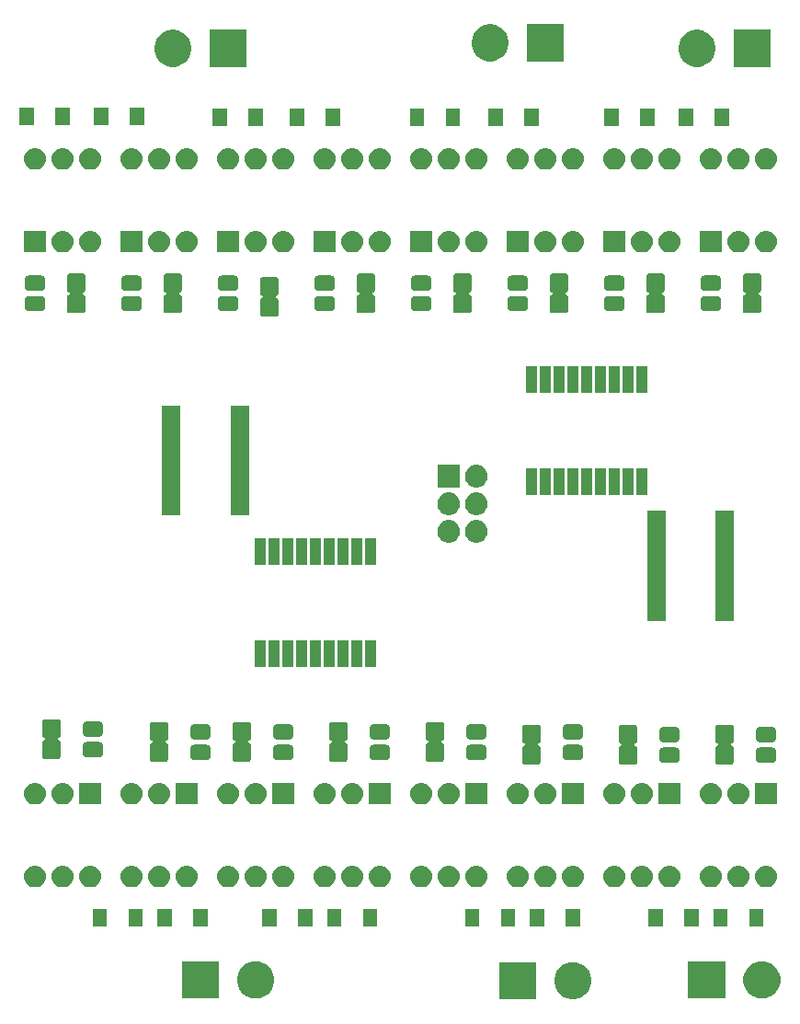
<source format=gts>
G04 #@! TF.GenerationSoftware,KiCad,Pcbnew,5.0.2-bee76a0~70~ubuntu18.04.1*
G04 #@! TF.CreationDate,2018-12-21T13:31:27+01:00*
G04 #@! TF.ProjectId,8FilPilotes_Base,3846696c-5069-46c6-9f74-65735f426173,rev?*
G04 #@! TF.SameCoordinates,Original*
G04 #@! TF.FileFunction,Soldermask,Top*
G04 #@! TF.FilePolarity,Negative*
%FSLAX46Y46*%
G04 Gerber Fmt 4.6, Leading zero omitted, Abs format (unit mm)*
G04 Created by KiCad (PCBNEW 5.0.2-bee76a0~70~ubuntu18.04.1) date ven. 21 déc. 2018 13:31:27 CET*
%MOMM*%
%LPD*%
G01*
G04 APERTURE LIST*
%ADD10C,0.100000*%
G04 APERTURE END LIST*
D10*
G36*
X181996393Y-137472053D02*
X182105872Y-137493830D01*
X182415252Y-137621979D01*
X182693687Y-137808023D01*
X182930477Y-138044813D01*
X183116521Y-138323248D01*
X183244670Y-138632628D01*
X183310000Y-138961065D01*
X183310000Y-139295935D01*
X183244670Y-139624372D01*
X183116521Y-139933752D01*
X182930477Y-140212187D01*
X182693687Y-140448977D01*
X182415252Y-140635021D01*
X182105872Y-140763170D01*
X181996393Y-140784947D01*
X181777437Y-140828500D01*
X181442563Y-140828500D01*
X181223607Y-140784947D01*
X181114128Y-140763170D01*
X180804748Y-140635021D01*
X180526313Y-140448977D01*
X180289523Y-140212187D01*
X180103479Y-139933752D01*
X179975330Y-139624372D01*
X179910000Y-139295935D01*
X179910000Y-138961065D01*
X179975330Y-138632628D01*
X180103479Y-138323248D01*
X180289523Y-138044813D01*
X180526313Y-137808023D01*
X180804748Y-137621979D01*
X181114128Y-137493830D01*
X181223607Y-137472053D01*
X181442563Y-137428500D01*
X181777437Y-137428500D01*
X181996393Y-137472053D01*
X181996393Y-137472053D01*
G37*
G36*
X178230000Y-140828500D02*
X174830000Y-140828500D01*
X174830000Y-137428500D01*
X178230000Y-137428500D01*
X178230000Y-140828500D01*
X178230000Y-140828500D01*
G37*
G36*
X195629000Y-140765000D02*
X192229000Y-140765000D01*
X192229000Y-137365000D01*
X195629000Y-137365000D01*
X195629000Y-140765000D01*
X195629000Y-140765000D01*
G37*
G36*
X152786393Y-137408553D02*
X152895872Y-137430330D01*
X153205252Y-137558479D01*
X153483687Y-137744523D01*
X153720477Y-137981313D01*
X153906521Y-138259748D01*
X154034670Y-138569128D01*
X154100000Y-138897565D01*
X154100000Y-139232435D01*
X154034670Y-139560872D01*
X153906521Y-139870252D01*
X153720477Y-140148687D01*
X153483687Y-140385477D01*
X153205252Y-140571521D01*
X152895872Y-140699670D01*
X152786393Y-140721447D01*
X152567437Y-140765000D01*
X152232563Y-140765000D01*
X152013607Y-140721447D01*
X151904128Y-140699670D01*
X151594748Y-140571521D01*
X151316313Y-140385477D01*
X151079523Y-140148687D01*
X150893479Y-139870252D01*
X150765330Y-139560872D01*
X150700000Y-139232435D01*
X150700000Y-138897565D01*
X150765330Y-138569128D01*
X150893479Y-138259748D01*
X151079523Y-137981313D01*
X151316313Y-137744523D01*
X151594748Y-137558479D01*
X151904128Y-137430330D01*
X152013607Y-137408553D01*
X152232563Y-137365000D01*
X152567437Y-137365000D01*
X152786393Y-137408553D01*
X152786393Y-137408553D01*
G37*
G36*
X149020000Y-140765000D02*
X145620000Y-140765000D01*
X145620000Y-137365000D01*
X149020000Y-137365000D01*
X149020000Y-140765000D01*
X149020000Y-140765000D01*
G37*
G36*
X199395393Y-137408553D02*
X199504872Y-137430330D01*
X199814252Y-137558479D01*
X200092687Y-137744523D01*
X200329477Y-137981313D01*
X200515521Y-138259748D01*
X200643670Y-138569128D01*
X200709000Y-138897565D01*
X200709000Y-139232435D01*
X200643670Y-139560872D01*
X200515521Y-139870252D01*
X200329477Y-140148687D01*
X200092687Y-140385477D01*
X199814252Y-140571521D01*
X199504872Y-140699670D01*
X199395393Y-140721447D01*
X199176437Y-140765000D01*
X198841563Y-140765000D01*
X198622607Y-140721447D01*
X198513128Y-140699670D01*
X198203748Y-140571521D01*
X197925313Y-140385477D01*
X197688523Y-140148687D01*
X197502479Y-139870252D01*
X197374330Y-139560872D01*
X197309000Y-139232435D01*
X197309000Y-138897565D01*
X197374330Y-138569128D01*
X197502479Y-138259748D01*
X197688523Y-137981313D01*
X197925313Y-137744523D01*
X198203748Y-137558479D01*
X198513128Y-137430330D01*
X198622607Y-137408553D01*
X198841563Y-137365000D01*
X199176437Y-137365000D01*
X199395393Y-137408553D01*
X199395393Y-137408553D01*
G37*
G36*
X182260000Y-134150000D02*
X180960000Y-134150000D01*
X180960000Y-132550000D01*
X182260000Y-132550000D01*
X182260000Y-134150000D01*
X182260000Y-134150000D01*
G37*
G36*
X193180000Y-134150000D02*
X191880000Y-134150000D01*
X191880000Y-132550000D01*
X193180000Y-132550000D01*
X193180000Y-134150000D01*
X193180000Y-134150000D01*
G37*
G36*
X142000000Y-134150000D02*
X140700000Y-134150000D01*
X140700000Y-132550000D01*
X142000000Y-132550000D01*
X142000000Y-134150000D01*
X142000000Y-134150000D01*
G37*
G36*
X138700000Y-134150000D02*
X137400000Y-134150000D01*
X137400000Y-132550000D01*
X138700000Y-132550000D01*
X138700000Y-134150000D01*
X138700000Y-134150000D01*
G37*
G36*
X178960000Y-134150000D02*
X177660000Y-134150000D01*
X177660000Y-132550000D01*
X178960000Y-132550000D01*
X178960000Y-134150000D01*
X178960000Y-134150000D01*
G37*
G36*
X157620000Y-134150000D02*
X156320000Y-134150000D01*
X156320000Y-132550000D01*
X157620000Y-132550000D01*
X157620000Y-134150000D01*
X157620000Y-134150000D01*
G37*
G36*
X154320000Y-134150000D02*
X153020000Y-134150000D01*
X153020000Y-132550000D01*
X154320000Y-132550000D01*
X154320000Y-134150000D01*
X154320000Y-134150000D01*
G37*
G36*
X176290000Y-134150000D02*
X174990000Y-134150000D01*
X174990000Y-132550000D01*
X176290000Y-132550000D01*
X176290000Y-134150000D01*
X176290000Y-134150000D01*
G37*
G36*
X147970000Y-134150000D02*
X146670000Y-134150000D01*
X146670000Y-132550000D01*
X147970000Y-132550000D01*
X147970000Y-134150000D01*
X147970000Y-134150000D01*
G37*
G36*
X144670000Y-134150000D02*
X143370000Y-134150000D01*
X143370000Y-132550000D01*
X144670000Y-132550000D01*
X144670000Y-134150000D01*
X144670000Y-134150000D01*
G37*
G36*
X163590000Y-134150000D02*
X162290000Y-134150000D01*
X162290000Y-132550000D01*
X163590000Y-132550000D01*
X163590000Y-134150000D01*
X163590000Y-134150000D01*
G37*
G36*
X172990000Y-134150000D02*
X171690000Y-134150000D01*
X171690000Y-132550000D01*
X172990000Y-132550000D01*
X172990000Y-134150000D01*
X172990000Y-134150000D01*
G37*
G36*
X160290000Y-134150000D02*
X158990000Y-134150000D01*
X158990000Y-132550000D01*
X160290000Y-132550000D01*
X160290000Y-134150000D01*
X160290000Y-134150000D01*
G37*
G36*
X199150000Y-134150000D02*
X197850000Y-134150000D01*
X197850000Y-132550000D01*
X199150000Y-132550000D01*
X199150000Y-134150000D01*
X199150000Y-134150000D01*
G37*
G36*
X189880000Y-134150000D02*
X188580000Y-134150000D01*
X188580000Y-132550000D01*
X189880000Y-132550000D01*
X189880000Y-134150000D01*
X189880000Y-134150000D01*
G37*
G36*
X195850000Y-134150000D02*
X194550000Y-134150000D01*
X194550000Y-132550000D01*
X195850000Y-132550000D01*
X195850000Y-134150000D01*
X195850000Y-134150000D01*
G37*
G36*
X155136030Y-128554469D02*
X155136033Y-128554470D01*
X155136034Y-128554470D01*
X155324535Y-128611651D01*
X155324537Y-128611652D01*
X155498260Y-128704509D01*
X155650528Y-128829472D01*
X155775491Y-128981740D01*
X155868348Y-129155463D01*
X155925531Y-129343970D01*
X155944838Y-129540000D01*
X155925531Y-129736030D01*
X155868348Y-129924537D01*
X155775491Y-130098260D01*
X155650528Y-130250528D01*
X155498260Y-130375491D01*
X155498258Y-130375492D01*
X155324535Y-130468349D01*
X155136034Y-130525530D01*
X155136033Y-130525530D01*
X155136030Y-130525531D01*
X154989124Y-130540000D01*
X154890876Y-130540000D01*
X154743970Y-130525531D01*
X154743967Y-130525530D01*
X154743966Y-130525530D01*
X154555465Y-130468349D01*
X154381742Y-130375492D01*
X154381740Y-130375491D01*
X154229472Y-130250528D01*
X154104509Y-130098260D01*
X154011652Y-129924537D01*
X153954469Y-129736030D01*
X153935162Y-129540000D01*
X153954469Y-129343970D01*
X154011652Y-129155463D01*
X154104509Y-128981740D01*
X154229472Y-128829472D01*
X154381740Y-128704509D01*
X154555463Y-128611652D01*
X154555465Y-128611651D01*
X154743966Y-128554470D01*
X154743967Y-128554470D01*
X154743970Y-128554469D01*
X154890876Y-128540000D01*
X154989124Y-128540000D01*
X155136030Y-128554469D01*
X155136030Y-128554469D01*
G37*
G36*
X143706030Y-128554469D02*
X143706033Y-128554470D01*
X143706034Y-128554470D01*
X143894535Y-128611651D01*
X143894537Y-128611652D01*
X144068260Y-128704509D01*
X144220528Y-128829472D01*
X144345491Y-128981740D01*
X144438348Y-129155463D01*
X144495531Y-129343970D01*
X144514838Y-129540000D01*
X144495531Y-129736030D01*
X144438348Y-129924537D01*
X144345491Y-130098260D01*
X144220528Y-130250528D01*
X144068260Y-130375491D01*
X144068258Y-130375492D01*
X143894535Y-130468349D01*
X143706034Y-130525530D01*
X143706033Y-130525530D01*
X143706030Y-130525531D01*
X143559124Y-130540000D01*
X143460876Y-130540000D01*
X143313970Y-130525531D01*
X143313967Y-130525530D01*
X143313966Y-130525530D01*
X143125465Y-130468349D01*
X142951742Y-130375492D01*
X142951740Y-130375491D01*
X142799472Y-130250528D01*
X142674509Y-130098260D01*
X142581652Y-129924537D01*
X142524469Y-129736030D01*
X142505162Y-129540000D01*
X142524469Y-129343970D01*
X142581652Y-129155463D01*
X142674509Y-128981740D01*
X142799472Y-128829472D01*
X142951740Y-128704509D01*
X143125463Y-128611652D01*
X143125465Y-128611651D01*
X143313966Y-128554470D01*
X143313967Y-128554470D01*
X143313970Y-128554469D01*
X143460876Y-128540000D01*
X143559124Y-128540000D01*
X143706030Y-128554469D01*
X143706030Y-128554469D01*
G37*
G36*
X199586030Y-128554469D02*
X199586033Y-128554470D01*
X199586034Y-128554470D01*
X199774535Y-128611651D01*
X199774537Y-128611652D01*
X199948260Y-128704509D01*
X200100528Y-128829472D01*
X200225491Y-128981740D01*
X200318348Y-129155463D01*
X200375531Y-129343970D01*
X200394838Y-129540000D01*
X200375531Y-129736030D01*
X200318348Y-129924537D01*
X200225491Y-130098260D01*
X200100528Y-130250528D01*
X199948260Y-130375491D01*
X199948258Y-130375492D01*
X199774535Y-130468349D01*
X199586034Y-130525530D01*
X199586033Y-130525530D01*
X199586030Y-130525531D01*
X199439124Y-130540000D01*
X199340876Y-130540000D01*
X199193970Y-130525531D01*
X199193967Y-130525530D01*
X199193966Y-130525530D01*
X199005465Y-130468349D01*
X198831742Y-130375492D01*
X198831740Y-130375491D01*
X198679472Y-130250528D01*
X198554509Y-130098260D01*
X198461652Y-129924537D01*
X198404469Y-129736030D01*
X198385162Y-129540000D01*
X198404469Y-129343970D01*
X198461652Y-129155463D01*
X198554509Y-128981740D01*
X198679472Y-128829472D01*
X198831740Y-128704509D01*
X199005463Y-128611652D01*
X199005465Y-128611651D01*
X199193966Y-128554470D01*
X199193967Y-128554470D01*
X199193970Y-128554469D01*
X199340876Y-128540000D01*
X199439124Y-128540000D01*
X199586030Y-128554469D01*
X199586030Y-128554469D01*
G37*
G36*
X197046030Y-128554469D02*
X197046033Y-128554470D01*
X197046034Y-128554470D01*
X197234535Y-128611651D01*
X197234537Y-128611652D01*
X197408260Y-128704509D01*
X197560528Y-128829472D01*
X197685491Y-128981740D01*
X197778348Y-129155463D01*
X197835531Y-129343970D01*
X197854838Y-129540000D01*
X197835531Y-129736030D01*
X197778348Y-129924537D01*
X197685491Y-130098260D01*
X197560528Y-130250528D01*
X197408260Y-130375491D01*
X197408258Y-130375492D01*
X197234535Y-130468349D01*
X197046034Y-130525530D01*
X197046033Y-130525530D01*
X197046030Y-130525531D01*
X196899124Y-130540000D01*
X196800876Y-130540000D01*
X196653970Y-130525531D01*
X196653967Y-130525530D01*
X196653966Y-130525530D01*
X196465465Y-130468349D01*
X196291742Y-130375492D01*
X196291740Y-130375491D01*
X196139472Y-130250528D01*
X196014509Y-130098260D01*
X195921652Y-129924537D01*
X195864469Y-129736030D01*
X195845162Y-129540000D01*
X195864469Y-129343970D01*
X195921652Y-129155463D01*
X196014509Y-128981740D01*
X196139472Y-128829472D01*
X196291740Y-128704509D01*
X196465463Y-128611652D01*
X196465465Y-128611651D01*
X196653966Y-128554470D01*
X196653967Y-128554470D01*
X196653970Y-128554469D01*
X196800876Y-128540000D01*
X196899124Y-128540000D01*
X197046030Y-128554469D01*
X197046030Y-128554469D01*
G37*
G36*
X194506030Y-128554469D02*
X194506033Y-128554470D01*
X194506034Y-128554470D01*
X194694535Y-128611651D01*
X194694537Y-128611652D01*
X194868260Y-128704509D01*
X195020528Y-128829472D01*
X195145491Y-128981740D01*
X195238348Y-129155463D01*
X195295531Y-129343970D01*
X195314838Y-129540000D01*
X195295531Y-129736030D01*
X195238348Y-129924537D01*
X195145491Y-130098260D01*
X195020528Y-130250528D01*
X194868260Y-130375491D01*
X194868258Y-130375492D01*
X194694535Y-130468349D01*
X194506034Y-130525530D01*
X194506033Y-130525530D01*
X194506030Y-130525531D01*
X194359124Y-130540000D01*
X194260876Y-130540000D01*
X194113970Y-130525531D01*
X194113967Y-130525530D01*
X194113966Y-130525530D01*
X193925465Y-130468349D01*
X193751742Y-130375492D01*
X193751740Y-130375491D01*
X193599472Y-130250528D01*
X193474509Y-130098260D01*
X193381652Y-129924537D01*
X193324469Y-129736030D01*
X193305162Y-129540000D01*
X193324469Y-129343970D01*
X193381652Y-129155463D01*
X193474509Y-128981740D01*
X193599472Y-128829472D01*
X193751740Y-128704509D01*
X193925463Y-128611652D01*
X193925465Y-128611651D01*
X194113966Y-128554470D01*
X194113967Y-128554470D01*
X194113970Y-128554469D01*
X194260876Y-128540000D01*
X194359124Y-128540000D01*
X194506030Y-128554469D01*
X194506030Y-128554469D01*
G37*
G36*
X190696030Y-128554469D02*
X190696033Y-128554470D01*
X190696034Y-128554470D01*
X190884535Y-128611651D01*
X190884537Y-128611652D01*
X191058260Y-128704509D01*
X191210528Y-128829472D01*
X191335491Y-128981740D01*
X191428348Y-129155463D01*
X191485531Y-129343970D01*
X191504838Y-129540000D01*
X191485531Y-129736030D01*
X191428348Y-129924537D01*
X191335491Y-130098260D01*
X191210528Y-130250528D01*
X191058260Y-130375491D01*
X191058258Y-130375492D01*
X190884535Y-130468349D01*
X190696034Y-130525530D01*
X190696033Y-130525530D01*
X190696030Y-130525531D01*
X190549124Y-130540000D01*
X190450876Y-130540000D01*
X190303970Y-130525531D01*
X190303967Y-130525530D01*
X190303966Y-130525530D01*
X190115465Y-130468349D01*
X189941742Y-130375492D01*
X189941740Y-130375491D01*
X189789472Y-130250528D01*
X189664509Y-130098260D01*
X189571652Y-129924537D01*
X189514469Y-129736030D01*
X189495162Y-129540000D01*
X189514469Y-129343970D01*
X189571652Y-129155463D01*
X189664509Y-128981740D01*
X189789472Y-128829472D01*
X189941740Y-128704509D01*
X190115463Y-128611652D01*
X190115465Y-128611651D01*
X190303966Y-128554470D01*
X190303967Y-128554470D01*
X190303970Y-128554469D01*
X190450876Y-128540000D01*
X190549124Y-128540000D01*
X190696030Y-128554469D01*
X190696030Y-128554469D01*
G37*
G36*
X141166030Y-128554469D02*
X141166033Y-128554470D01*
X141166034Y-128554470D01*
X141354535Y-128611651D01*
X141354537Y-128611652D01*
X141528260Y-128704509D01*
X141680528Y-128829472D01*
X141805491Y-128981740D01*
X141898348Y-129155463D01*
X141955531Y-129343970D01*
X141974838Y-129540000D01*
X141955531Y-129736030D01*
X141898348Y-129924537D01*
X141805491Y-130098260D01*
X141680528Y-130250528D01*
X141528260Y-130375491D01*
X141528258Y-130375492D01*
X141354535Y-130468349D01*
X141166034Y-130525530D01*
X141166033Y-130525530D01*
X141166030Y-130525531D01*
X141019124Y-130540000D01*
X140920876Y-130540000D01*
X140773970Y-130525531D01*
X140773967Y-130525530D01*
X140773966Y-130525530D01*
X140585465Y-130468349D01*
X140411742Y-130375492D01*
X140411740Y-130375491D01*
X140259472Y-130250528D01*
X140134509Y-130098260D01*
X140041652Y-129924537D01*
X139984469Y-129736030D01*
X139965162Y-129540000D01*
X139984469Y-129343970D01*
X140041652Y-129155463D01*
X140134509Y-128981740D01*
X140259472Y-128829472D01*
X140411740Y-128704509D01*
X140585463Y-128611652D01*
X140585465Y-128611651D01*
X140773966Y-128554470D01*
X140773967Y-128554470D01*
X140773970Y-128554469D01*
X140920876Y-128540000D01*
X141019124Y-128540000D01*
X141166030Y-128554469D01*
X141166030Y-128554469D01*
G37*
G36*
X146246030Y-128554469D02*
X146246033Y-128554470D01*
X146246034Y-128554470D01*
X146434535Y-128611651D01*
X146434537Y-128611652D01*
X146608260Y-128704509D01*
X146760528Y-128829472D01*
X146885491Y-128981740D01*
X146978348Y-129155463D01*
X147035531Y-129343970D01*
X147054838Y-129540000D01*
X147035531Y-129736030D01*
X146978348Y-129924537D01*
X146885491Y-130098260D01*
X146760528Y-130250528D01*
X146608260Y-130375491D01*
X146608258Y-130375492D01*
X146434535Y-130468349D01*
X146246034Y-130525530D01*
X146246033Y-130525530D01*
X146246030Y-130525531D01*
X146099124Y-130540000D01*
X146000876Y-130540000D01*
X145853970Y-130525531D01*
X145853967Y-130525530D01*
X145853966Y-130525530D01*
X145665465Y-130468349D01*
X145491742Y-130375492D01*
X145491740Y-130375491D01*
X145339472Y-130250528D01*
X145214509Y-130098260D01*
X145121652Y-129924537D01*
X145064469Y-129736030D01*
X145045162Y-129540000D01*
X145064469Y-129343970D01*
X145121652Y-129155463D01*
X145214509Y-128981740D01*
X145339472Y-128829472D01*
X145491740Y-128704509D01*
X145665463Y-128611652D01*
X145665465Y-128611651D01*
X145853966Y-128554470D01*
X145853967Y-128554470D01*
X145853970Y-128554469D01*
X146000876Y-128540000D01*
X146099124Y-128540000D01*
X146246030Y-128554469D01*
X146246030Y-128554469D01*
G37*
G36*
X137356030Y-128554469D02*
X137356033Y-128554470D01*
X137356034Y-128554470D01*
X137544535Y-128611651D01*
X137544537Y-128611652D01*
X137718260Y-128704509D01*
X137870528Y-128829472D01*
X137995491Y-128981740D01*
X138088348Y-129155463D01*
X138145531Y-129343970D01*
X138164838Y-129540000D01*
X138145531Y-129736030D01*
X138088348Y-129924537D01*
X137995491Y-130098260D01*
X137870528Y-130250528D01*
X137718260Y-130375491D01*
X137718258Y-130375492D01*
X137544535Y-130468349D01*
X137356034Y-130525530D01*
X137356033Y-130525530D01*
X137356030Y-130525531D01*
X137209124Y-130540000D01*
X137110876Y-130540000D01*
X136963970Y-130525531D01*
X136963967Y-130525530D01*
X136963966Y-130525530D01*
X136775465Y-130468349D01*
X136601742Y-130375492D01*
X136601740Y-130375491D01*
X136449472Y-130250528D01*
X136324509Y-130098260D01*
X136231652Y-129924537D01*
X136174469Y-129736030D01*
X136155162Y-129540000D01*
X136174469Y-129343970D01*
X136231652Y-129155463D01*
X136324509Y-128981740D01*
X136449472Y-128829472D01*
X136601740Y-128704509D01*
X136775463Y-128611652D01*
X136775465Y-128611651D01*
X136963966Y-128554470D01*
X136963967Y-128554470D01*
X136963970Y-128554469D01*
X137110876Y-128540000D01*
X137209124Y-128540000D01*
X137356030Y-128554469D01*
X137356030Y-128554469D01*
G37*
G36*
X134816030Y-128554469D02*
X134816033Y-128554470D01*
X134816034Y-128554470D01*
X135004535Y-128611651D01*
X135004537Y-128611652D01*
X135178260Y-128704509D01*
X135330528Y-128829472D01*
X135455491Y-128981740D01*
X135548348Y-129155463D01*
X135605531Y-129343970D01*
X135624838Y-129540000D01*
X135605531Y-129736030D01*
X135548348Y-129924537D01*
X135455491Y-130098260D01*
X135330528Y-130250528D01*
X135178260Y-130375491D01*
X135178258Y-130375492D01*
X135004535Y-130468349D01*
X134816034Y-130525530D01*
X134816033Y-130525530D01*
X134816030Y-130525531D01*
X134669124Y-130540000D01*
X134570876Y-130540000D01*
X134423970Y-130525531D01*
X134423967Y-130525530D01*
X134423966Y-130525530D01*
X134235465Y-130468349D01*
X134061742Y-130375492D01*
X134061740Y-130375491D01*
X133909472Y-130250528D01*
X133784509Y-130098260D01*
X133691652Y-129924537D01*
X133634469Y-129736030D01*
X133615162Y-129540000D01*
X133634469Y-129343970D01*
X133691652Y-129155463D01*
X133784509Y-128981740D01*
X133909472Y-128829472D01*
X134061740Y-128704509D01*
X134235463Y-128611652D01*
X134235465Y-128611651D01*
X134423966Y-128554470D01*
X134423967Y-128554470D01*
X134423970Y-128554469D01*
X134570876Y-128540000D01*
X134669124Y-128540000D01*
X134816030Y-128554469D01*
X134816030Y-128554469D01*
G37*
G36*
X132276030Y-128554469D02*
X132276033Y-128554470D01*
X132276034Y-128554470D01*
X132464535Y-128611651D01*
X132464537Y-128611652D01*
X132638260Y-128704509D01*
X132790528Y-128829472D01*
X132915491Y-128981740D01*
X133008348Y-129155463D01*
X133065531Y-129343970D01*
X133084838Y-129540000D01*
X133065531Y-129736030D01*
X133008348Y-129924537D01*
X132915491Y-130098260D01*
X132790528Y-130250528D01*
X132638260Y-130375491D01*
X132638258Y-130375492D01*
X132464535Y-130468349D01*
X132276034Y-130525530D01*
X132276033Y-130525530D01*
X132276030Y-130525531D01*
X132129124Y-130540000D01*
X132030876Y-130540000D01*
X131883970Y-130525531D01*
X131883967Y-130525530D01*
X131883966Y-130525530D01*
X131695465Y-130468349D01*
X131521742Y-130375492D01*
X131521740Y-130375491D01*
X131369472Y-130250528D01*
X131244509Y-130098260D01*
X131151652Y-129924537D01*
X131094469Y-129736030D01*
X131075162Y-129540000D01*
X131094469Y-129343970D01*
X131151652Y-129155463D01*
X131244509Y-128981740D01*
X131369472Y-128829472D01*
X131521740Y-128704509D01*
X131695463Y-128611652D01*
X131695465Y-128611651D01*
X131883966Y-128554470D01*
X131883967Y-128554470D01*
X131883970Y-128554469D01*
X132030876Y-128540000D01*
X132129124Y-128540000D01*
X132276030Y-128554469D01*
X132276030Y-128554469D01*
G37*
G36*
X164026030Y-128554469D02*
X164026033Y-128554470D01*
X164026034Y-128554470D01*
X164214535Y-128611651D01*
X164214537Y-128611652D01*
X164388260Y-128704509D01*
X164540528Y-128829472D01*
X164665491Y-128981740D01*
X164758348Y-129155463D01*
X164815531Y-129343970D01*
X164834838Y-129540000D01*
X164815531Y-129736030D01*
X164758348Y-129924537D01*
X164665491Y-130098260D01*
X164540528Y-130250528D01*
X164388260Y-130375491D01*
X164388258Y-130375492D01*
X164214535Y-130468349D01*
X164026034Y-130525530D01*
X164026033Y-130525530D01*
X164026030Y-130525531D01*
X163879124Y-130540000D01*
X163780876Y-130540000D01*
X163633970Y-130525531D01*
X163633967Y-130525530D01*
X163633966Y-130525530D01*
X163445465Y-130468349D01*
X163271742Y-130375492D01*
X163271740Y-130375491D01*
X163119472Y-130250528D01*
X162994509Y-130098260D01*
X162901652Y-129924537D01*
X162844469Y-129736030D01*
X162825162Y-129540000D01*
X162844469Y-129343970D01*
X162901652Y-129155463D01*
X162994509Y-128981740D01*
X163119472Y-128829472D01*
X163271740Y-128704509D01*
X163445463Y-128611652D01*
X163445465Y-128611651D01*
X163633966Y-128554470D01*
X163633967Y-128554470D01*
X163633970Y-128554469D01*
X163780876Y-128540000D01*
X163879124Y-128540000D01*
X164026030Y-128554469D01*
X164026030Y-128554469D01*
G37*
G36*
X150056030Y-128554469D02*
X150056033Y-128554470D01*
X150056034Y-128554470D01*
X150244535Y-128611651D01*
X150244537Y-128611652D01*
X150418260Y-128704509D01*
X150570528Y-128829472D01*
X150695491Y-128981740D01*
X150788348Y-129155463D01*
X150845531Y-129343970D01*
X150864838Y-129540000D01*
X150845531Y-129736030D01*
X150788348Y-129924537D01*
X150695491Y-130098260D01*
X150570528Y-130250528D01*
X150418260Y-130375491D01*
X150418258Y-130375492D01*
X150244535Y-130468349D01*
X150056034Y-130525530D01*
X150056033Y-130525530D01*
X150056030Y-130525531D01*
X149909124Y-130540000D01*
X149810876Y-130540000D01*
X149663970Y-130525531D01*
X149663967Y-130525530D01*
X149663966Y-130525530D01*
X149475465Y-130468349D01*
X149301742Y-130375492D01*
X149301740Y-130375491D01*
X149149472Y-130250528D01*
X149024509Y-130098260D01*
X148931652Y-129924537D01*
X148874469Y-129736030D01*
X148855162Y-129540000D01*
X148874469Y-129343970D01*
X148931652Y-129155463D01*
X149024509Y-128981740D01*
X149149472Y-128829472D01*
X149301740Y-128704509D01*
X149475463Y-128611652D01*
X149475465Y-128611651D01*
X149663966Y-128554470D01*
X149663967Y-128554470D01*
X149663970Y-128554469D01*
X149810876Y-128540000D01*
X149909124Y-128540000D01*
X150056030Y-128554469D01*
X150056030Y-128554469D01*
G37*
G36*
X188156030Y-128554469D02*
X188156033Y-128554470D01*
X188156034Y-128554470D01*
X188344535Y-128611651D01*
X188344537Y-128611652D01*
X188518260Y-128704509D01*
X188670528Y-128829472D01*
X188795491Y-128981740D01*
X188888348Y-129155463D01*
X188945531Y-129343970D01*
X188964838Y-129540000D01*
X188945531Y-129736030D01*
X188888348Y-129924537D01*
X188795491Y-130098260D01*
X188670528Y-130250528D01*
X188518260Y-130375491D01*
X188518258Y-130375492D01*
X188344535Y-130468349D01*
X188156034Y-130525530D01*
X188156033Y-130525530D01*
X188156030Y-130525531D01*
X188009124Y-130540000D01*
X187910876Y-130540000D01*
X187763970Y-130525531D01*
X187763967Y-130525530D01*
X187763966Y-130525530D01*
X187575465Y-130468349D01*
X187401742Y-130375492D01*
X187401740Y-130375491D01*
X187249472Y-130250528D01*
X187124509Y-130098260D01*
X187031652Y-129924537D01*
X186974469Y-129736030D01*
X186955162Y-129540000D01*
X186974469Y-129343970D01*
X187031652Y-129155463D01*
X187124509Y-128981740D01*
X187249472Y-128829472D01*
X187401740Y-128704509D01*
X187575463Y-128611652D01*
X187575465Y-128611651D01*
X187763966Y-128554470D01*
X187763967Y-128554470D01*
X187763970Y-128554469D01*
X187910876Y-128540000D01*
X188009124Y-128540000D01*
X188156030Y-128554469D01*
X188156030Y-128554469D01*
G37*
G36*
X176726030Y-128554469D02*
X176726033Y-128554470D01*
X176726034Y-128554470D01*
X176914535Y-128611651D01*
X176914537Y-128611652D01*
X177088260Y-128704509D01*
X177240528Y-128829472D01*
X177365491Y-128981740D01*
X177458348Y-129155463D01*
X177515531Y-129343970D01*
X177534838Y-129540000D01*
X177515531Y-129736030D01*
X177458348Y-129924537D01*
X177365491Y-130098260D01*
X177240528Y-130250528D01*
X177088260Y-130375491D01*
X177088258Y-130375492D01*
X176914535Y-130468349D01*
X176726034Y-130525530D01*
X176726033Y-130525530D01*
X176726030Y-130525531D01*
X176579124Y-130540000D01*
X176480876Y-130540000D01*
X176333970Y-130525531D01*
X176333967Y-130525530D01*
X176333966Y-130525530D01*
X176145465Y-130468349D01*
X175971742Y-130375492D01*
X175971740Y-130375491D01*
X175819472Y-130250528D01*
X175694509Y-130098260D01*
X175601652Y-129924537D01*
X175544469Y-129736030D01*
X175525162Y-129540000D01*
X175544469Y-129343970D01*
X175601652Y-129155463D01*
X175694509Y-128981740D01*
X175819472Y-128829472D01*
X175971740Y-128704509D01*
X176145463Y-128611652D01*
X176145465Y-128611651D01*
X176333966Y-128554470D01*
X176333967Y-128554470D01*
X176333970Y-128554469D01*
X176480876Y-128540000D01*
X176579124Y-128540000D01*
X176726030Y-128554469D01*
X176726030Y-128554469D01*
G37*
G36*
X185616030Y-128554469D02*
X185616033Y-128554470D01*
X185616034Y-128554470D01*
X185804535Y-128611651D01*
X185804537Y-128611652D01*
X185978260Y-128704509D01*
X186130528Y-128829472D01*
X186255491Y-128981740D01*
X186348348Y-129155463D01*
X186405531Y-129343970D01*
X186424838Y-129540000D01*
X186405531Y-129736030D01*
X186348348Y-129924537D01*
X186255491Y-130098260D01*
X186130528Y-130250528D01*
X185978260Y-130375491D01*
X185978258Y-130375492D01*
X185804535Y-130468349D01*
X185616034Y-130525530D01*
X185616033Y-130525530D01*
X185616030Y-130525531D01*
X185469124Y-130540000D01*
X185370876Y-130540000D01*
X185223970Y-130525531D01*
X185223967Y-130525530D01*
X185223966Y-130525530D01*
X185035465Y-130468349D01*
X184861742Y-130375492D01*
X184861740Y-130375491D01*
X184709472Y-130250528D01*
X184584509Y-130098260D01*
X184491652Y-129924537D01*
X184434469Y-129736030D01*
X184415162Y-129540000D01*
X184434469Y-129343970D01*
X184491652Y-129155463D01*
X184584509Y-128981740D01*
X184709472Y-128829472D01*
X184861740Y-128704509D01*
X185035463Y-128611652D01*
X185035465Y-128611651D01*
X185223966Y-128554470D01*
X185223967Y-128554470D01*
X185223970Y-128554469D01*
X185370876Y-128540000D01*
X185469124Y-128540000D01*
X185616030Y-128554469D01*
X185616030Y-128554469D01*
G37*
G36*
X181806030Y-128554469D02*
X181806033Y-128554470D01*
X181806034Y-128554470D01*
X181994535Y-128611651D01*
X181994537Y-128611652D01*
X182168260Y-128704509D01*
X182320528Y-128829472D01*
X182445491Y-128981740D01*
X182538348Y-129155463D01*
X182595531Y-129343970D01*
X182614838Y-129540000D01*
X182595531Y-129736030D01*
X182538348Y-129924537D01*
X182445491Y-130098260D01*
X182320528Y-130250528D01*
X182168260Y-130375491D01*
X182168258Y-130375492D01*
X181994535Y-130468349D01*
X181806034Y-130525530D01*
X181806033Y-130525530D01*
X181806030Y-130525531D01*
X181659124Y-130540000D01*
X181560876Y-130540000D01*
X181413970Y-130525531D01*
X181413967Y-130525530D01*
X181413966Y-130525530D01*
X181225465Y-130468349D01*
X181051742Y-130375492D01*
X181051740Y-130375491D01*
X180899472Y-130250528D01*
X180774509Y-130098260D01*
X180681652Y-129924537D01*
X180624469Y-129736030D01*
X180605162Y-129540000D01*
X180624469Y-129343970D01*
X180681652Y-129155463D01*
X180774509Y-128981740D01*
X180899472Y-128829472D01*
X181051740Y-128704509D01*
X181225463Y-128611652D01*
X181225465Y-128611651D01*
X181413966Y-128554470D01*
X181413967Y-128554470D01*
X181413970Y-128554469D01*
X181560876Y-128540000D01*
X181659124Y-128540000D01*
X181806030Y-128554469D01*
X181806030Y-128554469D01*
G37*
G36*
X179266030Y-128554469D02*
X179266033Y-128554470D01*
X179266034Y-128554470D01*
X179454535Y-128611651D01*
X179454537Y-128611652D01*
X179628260Y-128704509D01*
X179780528Y-128829472D01*
X179905491Y-128981740D01*
X179998348Y-129155463D01*
X180055531Y-129343970D01*
X180074838Y-129540000D01*
X180055531Y-129736030D01*
X179998348Y-129924537D01*
X179905491Y-130098260D01*
X179780528Y-130250528D01*
X179628260Y-130375491D01*
X179628258Y-130375492D01*
X179454535Y-130468349D01*
X179266034Y-130525530D01*
X179266033Y-130525530D01*
X179266030Y-130525531D01*
X179119124Y-130540000D01*
X179020876Y-130540000D01*
X178873970Y-130525531D01*
X178873967Y-130525530D01*
X178873966Y-130525530D01*
X178685465Y-130468349D01*
X178511742Y-130375492D01*
X178511740Y-130375491D01*
X178359472Y-130250528D01*
X178234509Y-130098260D01*
X178141652Y-129924537D01*
X178084469Y-129736030D01*
X178065162Y-129540000D01*
X178084469Y-129343970D01*
X178141652Y-129155463D01*
X178234509Y-128981740D01*
X178359472Y-128829472D01*
X178511740Y-128704509D01*
X178685463Y-128611652D01*
X178685465Y-128611651D01*
X178873966Y-128554470D01*
X178873967Y-128554470D01*
X178873970Y-128554469D01*
X179020876Y-128540000D01*
X179119124Y-128540000D01*
X179266030Y-128554469D01*
X179266030Y-128554469D01*
G37*
G36*
X167836030Y-128554469D02*
X167836033Y-128554470D01*
X167836034Y-128554470D01*
X168024535Y-128611651D01*
X168024537Y-128611652D01*
X168198260Y-128704509D01*
X168350528Y-128829472D01*
X168475491Y-128981740D01*
X168568348Y-129155463D01*
X168625531Y-129343970D01*
X168644838Y-129540000D01*
X168625531Y-129736030D01*
X168568348Y-129924537D01*
X168475491Y-130098260D01*
X168350528Y-130250528D01*
X168198260Y-130375491D01*
X168198258Y-130375492D01*
X168024535Y-130468349D01*
X167836034Y-130525530D01*
X167836033Y-130525530D01*
X167836030Y-130525531D01*
X167689124Y-130540000D01*
X167590876Y-130540000D01*
X167443970Y-130525531D01*
X167443967Y-130525530D01*
X167443966Y-130525530D01*
X167255465Y-130468349D01*
X167081742Y-130375492D01*
X167081740Y-130375491D01*
X166929472Y-130250528D01*
X166804509Y-130098260D01*
X166711652Y-129924537D01*
X166654469Y-129736030D01*
X166635162Y-129540000D01*
X166654469Y-129343970D01*
X166711652Y-129155463D01*
X166804509Y-128981740D01*
X166929472Y-128829472D01*
X167081740Y-128704509D01*
X167255463Y-128611652D01*
X167255465Y-128611651D01*
X167443966Y-128554470D01*
X167443967Y-128554470D01*
X167443970Y-128554469D01*
X167590876Y-128540000D01*
X167689124Y-128540000D01*
X167836030Y-128554469D01*
X167836030Y-128554469D01*
G37*
G36*
X170376030Y-128554469D02*
X170376033Y-128554470D01*
X170376034Y-128554470D01*
X170564535Y-128611651D01*
X170564537Y-128611652D01*
X170738260Y-128704509D01*
X170890528Y-128829472D01*
X171015491Y-128981740D01*
X171108348Y-129155463D01*
X171165531Y-129343970D01*
X171184838Y-129540000D01*
X171165531Y-129736030D01*
X171108348Y-129924537D01*
X171015491Y-130098260D01*
X170890528Y-130250528D01*
X170738260Y-130375491D01*
X170738258Y-130375492D01*
X170564535Y-130468349D01*
X170376034Y-130525530D01*
X170376033Y-130525530D01*
X170376030Y-130525531D01*
X170229124Y-130540000D01*
X170130876Y-130540000D01*
X169983970Y-130525531D01*
X169983967Y-130525530D01*
X169983966Y-130525530D01*
X169795465Y-130468349D01*
X169621742Y-130375492D01*
X169621740Y-130375491D01*
X169469472Y-130250528D01*
X169344509Y-130098260D01*
X169251652Y-129924537D01*
X169194469Y-129736030D01*
X169175162Y-129540000D01*
X169194469Y-129343970D01*
X169251652Y-129155463D01*
X169344509Y-128981740D01*
X169469472Y-128829472D01*
X169621740Y-128704509D01*
X169795463Y-128611652D01*
X169795465Y-128611651D01*
X169983966Y-128554470D01*
X169983967Y-128554470D01*
X169983970Y-128554469D01*
X170130876Y-128540000D01*
X170229124Y-128540000D01*
X170376030Y-128554469D01*
X170376030Y-128554469D01*
G37*
G36*
X172916030Y-128554469D02*
X172916033Y-128554470D01*
X172916034Y-128554470D01*
X173104535Y-128611651D01*
X173104537Y-128611652D01*
X173278260Y-128704509D01*
X173430528Y-128829472D01*
X173555491Y-128981740D01*
X173648348Y-129155463D01*
X173705531Y-129343970D01*
X173724838Y-129540000D01*
X173705531Y-129736030D01*
X173648348Y-129924537D01*
X173555491Y-130098260D01*
X173430528Y-130250528D01*
X173278260Y-130375491D01*
X173278258Y-130375492D01*
X173104535Y-130468349D01*
X172916034Y-130525530D01*
X172916033Y-130525530D01*
X172916030Y-130525531D01*
X172769124Y-130540000D01*
X172670876Y-130540000D01*
X172523970Y-130525531D01*
X172523967Y-130525530D01*
X172523966Y-130525530D01*
X172335465Y-130468349D01*
X172161742Y-130375492D01*
X172161740Y-130375491D01*
X172009472Y-130250528D01*
X171884509Y-130098260D01*
X171791652Y-129924537D01*
X171734469Y-129736030D01*
X171715162Y-129540000D01*
X171734469Y-129343970D01*
X171791652Y-129155463D01*
X171884509Y-128981740D01*
X172009472Y-128829472D01*
X172161740Y-128704509D01*
X172335463Y-128611652D01*
X172335465Y-128611651D01*
X172523966Y-128554470D01*
X172523967Y-128554470D01*
X172523970Y-128554469D01*
X172670876Y-128540000D01*
X172769124Y-128540000D01*
X172916030Y-128554469D01*
X172916030Y-128554469D01*
G37*
G36*
X152596030Y-128554469D02*
X152596033Y-128554470D01*
X152596034Y-128554470D01*
X152784535Y-128611651D01*
X152784537Y-128611652D01*
X152958260Y-128704509D01*
X153110528Y-128829472D01*
X153235491Y-128981740D01*
X153328348Y-129155463D01*
X153385531Y-129343970D01*
X153404838Y-129540000D01*
X153385531Y-129736030D01*
X153328348Y-129924537D01*
X153235491Y-130098260D01*
X153110528Y-130250528D01*
X152958260Y-130375491D01*
X152958258Y-130375492D01*
X152784535Y-130468349D01*
X152596034Y-130525530D01*
X152596033Y-130525530D01*
X152596030Y-130525531D01*
X152449124Y-130540000D01*
X152350876Y-130540000D01*
X152203970Y-130525531D01*
X152203967Y-130525530D01*
X152203966Y-130525530D01*
X152015465Y-130468349D01*
X151841742Y-130375492D01*
X151841740Y-130375491D01*
X151689472Y-130250528D01*
X151564509Y-130098260D01*
X151471652Y-129924537D01*
X151414469Y-129736030D01*
X151395162Y-129540000D01*
X151414469Y-129343970D01*
X151471652Y-129155463D01*
X151564509Y-128981740D01*
X151689472Y-128829472D01*
X151841740Y-128704509D01*
X152015463Y-128611652D01*
X152015465Y-128611651D01*
X152203966Y-128554470D01*
X152203967Y-128554470D01*
X152203970Y-128554469D01*
X152350876Y-128540000D01*
X152449124Y-128540000D01*
X152596030Y-128554469D01*
X152596030Y-128554469D01*
G37*
G36*
X161486030Y-128554469D02*
X161486033Y-128554470D01*
X161486034Y-128554470D01*
X161674535Y-128611651D01*
X161674537Y-128611652D01*
X161848260Y-128704509D01*
X162000528Y-128829472D01*
X162125491Y-128981740D01*
X162218348Y-129155463D01*
X162275531Y-129343970D01*
X162294838Y-129540000D01*
X162275531Y-129736030D01*
X162218348Y-129924537D01*
X162125491Y-130098260D01*
X162000528Y-130250528D01*
X161848260Y-130375491D01*
X161848258Y-130375492D01*
X161674535Y-130468349D01*
X161486034Y-130525530D01*
X161486033Y-130525530D01*
X161486030Y-130525531D01*
X161339124Y-130540000D01*
X161240876Y-130540000D01*
X161093970Y-130525531D01*
X161093967Y-130525530D01*
X161093966Y-130525530D01*
X160905465Y-130468349D01*
X160731742Y-130375492D01*
X160731740Y-130375491D01*
X160579472Y-130250528D01*
X160454509Y-130098260D01*
X160361652Y-129924537D01*
X160304469Y-129736030D01*
X160285162Y-129540000D01*
X160304469Y-129343970D01*
X160361652Y-129155463D01*
X160454509Y-128981740D01*
X160579472Y-128829472D01*
X160731740Y-128704509D01*
X160905463Y-128611652D01*
X160905465Y-128611651D01*
X161093966Y-128554470D01*
X161093967Y-128554470D01*
X161093970Y-128554469D01*
X161240876Y-128540000D01*
X161339124Y-128540000D01*
X161486030Y-128554469D01*
X161486030Y-128554469D01*
G37*
G36*
X158946030Y-128554469D02*
X158946033Y-128554470D01*
X158946034Y-128554470D01*
X159134535Y-128611651D01*
X159134537Y-128611652D01*
X159308260Y-128704509D01*
X159460528Y-128829472D01*
X159585491Y-128981740D01*
X159678348Y-129155463D01*
X159735531Y-129343970D01*
X159754838Y-129540000D01*
X159735531Y-129736030D01*
X159678348Y-129924537D01*
X159585491Y-130098260D01*
X159460528Y-130250528D01*
X159308260Y-130375491D01*
X159308258Y-130375492D01*
X159134535Y-130468349D01*
X158946034Y-130525530D01*
X158946033Y-130525530D01*
X158946030Y-130525531D01*
X158799124Y-130540000D01*
X158700876Y-130540000D01*
X158553970Y-130525531D01*
X158553967Y-130525530D01*
X158553966Y-130525530D01*
X158365465Y-130468349D01*
X158191742Y-130375492D01*
X158191740Y-130375491D01*
X158039472Y-130250528D01*
X157914509Y-130098260D01*
X157821652Y-129924537D01*
X157764469Y-129736030D01*
X157745162Y-129540000D01*
X157764469Y-129343970D01*
X157821652Y-129155463D01*
X157914509Y-128981740D01*
X158039472Y-128829472D01*
X158191740Y-128704509D01*
X158365463Y-128611652D01*
X158365465Y-128611651D01*
X158553966Y-128554470D01*
X158553967Y-128554470D01*
X158553970Y-128554469D01*
X158700876Y-128540000D01*
X158799124Y-128540000D01*
X158946030Y-128554469D01*
X158946030Y-128554469D01*
G37*
G36*
X138160000Y-122920000D02*
X136160000Y-122920000D01*
X136160000Y-120920000D01*
X138160000Y-120920000D01*
X138160000Y-122920000D01*
X138160000Y-122920000D01*
G37*
G36*
X134816030Y-120934469D02*
X134816033Y-120934470D01*
X134816034Y-120934470D01*
X135004535Y-120991651D01*
X135004537Y-120991652D01*
X135178260Y-121084509D01*
X135330528Y-121209472D01*
X135455491Y-121361740D01*
X135548348Y-121535463D01*
X135605531Y-121723970D01*
X135624838Y-121920000D01*
X135605531Y-122116030D01*
X135548348Y-122304537D01*
X135455491Y-122478260D01*
X135330528Y-122630528D01*
X135178260Y-122755491D01*
X135178258Y-122755492D01*
X135004535Y-122848349D01*
X134816034Y-122905530D01*
X134816033Y-122905530D01*
X134816030Y-122905531D01*
X134669124Y-122920000D01*
X134570876Y-122920000D01*
X134423970Y-122905531D01*
X134423967Y-122905530D01*
X134423966Y-122905530D01*
X134235465Y-122848349D01*
X134061742Y-122755492D01*
X134061740Y-122755491D01*
X133909472Y-122630528D01*
X133784509Y-122478260D01*
X133691652Y-122304537D01*
X133634469Y-122116030D01*
X133615162Y-121920000D01*
X133634469Y-121723970D01*
X133691652Y-121535463D01*
X133784509Y-121361740D01*
X133909472Y-121209472D01*
X134061740Y-121084509D01*
X134235463Y-120991652D01*
X134235465Y-120991651D01*
X134423966Y-120934470D01*
X134423967Y-120934470D01*
X134423970Y-120934469D01*
X134570876Y-120920000D01*
X134669124Y-120920000D01*
X134816030Y-120934469D01*
X134816030Y-120934469D01*
G37*
G36*
X167836030Y-120934469D02*
X167836033Y-120934470D01*
X167836034Y-120934470D01*
X168024535Y-120991651D01*
X168024537Y-120991652D01*
X168198260Y-121084509D01*
X168350528Y-121209472D01*
X168475491Y-121361740D01*
X168568348Y-121535463D01*
X168625531Y-121723970D01*
X168644838Y-121920000D01*
X168625531Y-122116030D01*
X168568348Y-122304537D01*
X168475491Y-122478260D01*
X168350528Y-122630528D01*
X168198260Y-122755491D01*
X168198258Y-122755492D01*
X168024535Y-122848349D01*
X167836034Y-122905530D01*
X167836033Y-122905530D01*
X167836030Y-122905531D01*
X167689124Y-122920000D01*
X167590876Y-122920000D01*
X167443970Y-122905531D01*
X167443967Y-122905530D01*
X167443966Y-122905530D01*
X167255465Y-122848349D01*
X167081742Y-122755492D01*
X167081740Y-122755491D01*
X166929472Y-122630528D01*
X166804509Y-122478260D01*
X166711652Y-122304537D01*
X166654469Y-122116030D01*
X166635162Y-121920000D01*
X166654469Y-121723970D01*
X166711652Y-121535463D01*
X166804509Y-121361740D01*
X166929472Y-121209472D01*
X167081740Y-121084509D01*
X167255463Y-120991652D01*
X167255465Y-120991651D01*
X167443966Y-120934470D01*
X167443967Y-120934470D01*
X167443970Y-120934469D01*
X167590876Y-120920000D01*
X167689124Y-120920000D01*
X167836030Y-120934469D01*
X167836030Y-120934469D01*
G37*
G36*
X132276030Y-120934469D02*
X132276033Y-120934470D01*
X132276034Y-120934470D01*
X132464535Y-120991651D01*
X132464537Y-120991652D01*
X132638260Y-121084509D01*
X132790528Y-121209472D01*
X132915491Y-121361740D01*
X133008348Y-121535463D01*
X133065531Y-121723970D01*
X133084838Y-121920000D01*
X133065531Y-122116030D01*
X133008348Y-122304537D01*
X132915491Y-122478260D01*
X132790528Y-122630528D01*
X132638260Y-122755491D01*
X132638258Y-122755492D01*
X132464535Y-122848349D01*
X132276034Y-122905530D01*
X132276033Y-122905530D01*
X132276030Y-122905531D01*
X132129124Y-122920000D01*
X132030876Y-122920000D01*
X131883970Y-122905531D01*
X131883967Y-122905530D01*
X131883966Y-122905530D01*
X131695465Y-122848349D01*
X131521742Y-122755492D01*
X131521740Y-122755491D01*
X131369472Y-122630528D01*
X131244509Y-122478260D01*
X131151652Y-122304537D01*
X131094469Y-122116030D01*
X131075162Y-121920000D01*
X131094469Y-121723970D01*
X131151652Y-121535463D01*
X131244509Y-121361740D01*
X131369472Y-121209472D01*
X131521740Y-121084509D01*
X131695463Y-120991652D01*
X131695465Y-120991651D01*
X131883966Y-120934470D01*
X131883967Y-120934470D01*
X131883970Y-120934469D01*
X132030876Y-120920000D01*
X132129124Y-120920000D01*
X132276030Y-120934469D01*
X132276030Y-120934469D01*
G37*
G36*
X158946030Y-120934469D02*
X158946033Y-120934470D01*
X158946034Y-120934470D01*
X159134535Y-120991651D01*
X159134537Y-120991652D01*
X159308260Y-121084509D01*
X159460528Y-121209472D01*
X159585491Y-121361740D01*
X159678348Y-121535463D01*
X159735531Y-121723970D01*
X159754838Y-121920000D01*
X159735531Y-122116030D01*
X159678348Y-122304537D01*
X159585491Y-122478260D01*
X159460528Y-122630528D01*
X159308260Y-122755491D01*
X159308258Y-122755492D01*
X159134535Y-122848349D01*
X158946034Y-122905530D01*
X158946033Y-122905530D01*
X158946030Y-122905531D01*
X158799124Y-122920000D01*
X158700876Y-122920000D01*
X158553970Y-122905531D01*
X158553967Y-122905530D01*
X158553966Y-122905530D01*
X158365465Y-122848349D01*
X158191742Y-122755492D01*
X158191740Y-122755491D01*
X158039472Y-122630528D01*
X157914509Y-122478260D01*
X157821652Y-122304537D01*
X157764469Y-122116030D01*
X157745162Y-121920000D01*
X157764469Y-121723970D01*
X157821652Y-121535463D01*
X157914509Y-121361740D01*
X158039472Y-121209472D01*
X158191740Y-121084509D01*
X158365463Y-120991652D01*
X158365465Y-120991651D01*
X158553966Y-120934470D01*
X158553967Y-120934470D01*
X158553970Y-120934469D01*
X158700876Y-120920000D01*
X158799124Y-120920000D01*
X158946030Y-120934469D01*
X158946030Y-120934469D01*
G37*
G36*
X161486030Y-120934469D02*
X161486033Y-120934470D01*
X161486034Y-120934470D01*
X161674535Y-120991651D01*
X161674537Y-120991652D01*
X161848260Y-121084509D01*
X162000528Y-121209472D01*
X162125491Y-121361740D01*
X162218348Y-121535463D01*
X162275531Y-121723970D01*
X162294838Y-121920000D01*
X162275531Y-122116030D01*
X162218348Y-122304537D01*
X162125491Y-122478260D01*
X162000528Y-122630528D01*
X161848260Y-122755491D01*
X161848258Y-122755492D01*
X161674535Y-122848349D01*
X161486034Y-122905530D01*
X161486033Y-122905530D01*
X161486030Y-122905531D01*
X161339124Y-122920000D01*
X161240876Y-122920000D01*
X161093970Y-122905531D01*
X161093967Y-122905530D01*
X161093966Y-122905530D01*
X160905465Y-122848349D01*
X160731742Y-122755492D01*
X160731740Y-122755491D01*
X160579472Y-122630528D01*
X160454509Y-122478260D01*
X160361652Y-122304537D01*
X160304469Y-122116030D01*
X160285162Y-121920000D01*
X160304469Y-121723970D01*
X160361652Y-121535463D01*
X160454509Y-121361740D01*
X160579472Y-121209472D01*
X160731740Y-121084509D01*
X160905463Y-120991652D01*
X160905465Y-120991651D01*
X161093966Y-120934470D01*
X161093967Y-120934470D01*
X161093970Y-120934469D01*
X161240876Y-120920000D01*
X161339124Y-120920000D01*
X161486030Y-120934469D01*
X161486030Y-120934469D01*
G37*
G36*
X164830000Y-122920000D02*
X162830000Y-122920000D01*
X162830000Y-120920000D01*
X164830000Y-120920000D01*
X164830000Y-122920000D01*
X164830000Y-122920000D01*
G37*
G36*
X152596030Y-120934469D02*
X152596033Y-120934470D01*
X152596034Y-120934470D01*
X152784535Y-120991651D01*
X152784537Y-120991652D01*
X152958260Y-121084509D01*
X153110528Y-121209472D01*
X153235491Y-121361740D01*
X153328348Y-121535463D01*
X153385531Y-121723970D01*
X153404838Y-121920000D01*
X153385531Y-122116030D01*
X153328348Y-122304537D01*
X153235491Y-122478260D01*
X153110528Y-122630528D01*
X152958260Y-122755491D01*
X152958258Y-122755492D01*
X152784535Y-122848349D01*
X152596034Y-122905530D01*
X152596033Y-122905530D01*
X152596030Y-122905531D01*
X152449124Y-122920000D01*
X152350876Y-122920000D01*
X152203970Y-122905531D01*
X152203967Y-122905530D01*
X152203966Y-122905530D01*
X152015465Y-122848349D01*
X151841742Y-122755492D01*
X151841740Y-122755491D01*
X151689472Y-122630528D01*
X151564509Y-122478260D01*
X151471652Y-122304537D01*
X151414469Y-122116030D01*
X151395162Y-121920000D01*
X151414469Y-121723970D01*
X151471652Y-121535463D01*
X151564509Y-121361740D01*
X151689472Y-121209472D01*
X151841740Y-121084509D01*
X152015463Y-120991652D01*
X152015465Y-120991651D01*
X152203966Y-120934470D01*
X152203967Y-120934470D01*
X152203970Y-120934469D01*
X152350876Y-120920000D01*
X152449124Y-120920000D01*
X152596030Y-120934469D01*
X152596030Y-120934469D01*
G37*
G36*
X200390000Y-122920000D02*
X198390000Y-122920000D01*
X198390000Y-120920000D01*
X200390000Y-120920000D01*
X200390000Y-122920000D01*
X200390000Y-122920000D01*
G37*
G36*
X197046030Y-120934469D02*
X197046033Y-120934470D01*
X197046034Y-120934470D01*
X197234535Y-120991651D01*
X197234537Y-120991652D01*
X197408260Y-121084509D01*
X197560528Y-121209472D01*
X197685491Y-121361740D01*
X197778348Y-121535463D01*
X197835531Y-121723970D01*
X197854838Y-121920000D01*
X197835531Y-122116030D01*
X197778348Y-122304537D01*
X197685491Y-122478260D01*
X197560528Y-122630528D01*
X197408260Y-122755491D01*
X197408258Y-122755492D01*
X197234535Y-122848349D01*
X197046034Y-122905530D01*
X197046033Y-122905530D01*
X197046030Y-122905531D01*
X196899124Y-122920000D01*
X196800876Y-122920000D01*
X196653970Y-122905531D01*
X196653967Y-122905530D01*
X196653966Y-122905530D01*
X196465465Y-122848349D01*
X196291742Y-122755492D01*
X196291740Y-122755491D01*
X196139472Y-122630528D01*
X196014509Y-122478260D01*
X195921652Y-122304537D01*
X195864469Y-122116030D01*
X195845162Y-121920000D01*
X195864469Y-121723970D01*
X195921652Y-121535463D01*
X196014509Y-121361740D01*
X196139472Y-121209472D01*
X196291740Y-121084509D01*
X196465463Y-120991652D01*
X196465465Y-120991651D01*
X196653966Y-120934470D01*
X196653967Y-120934470D01*
X196653970Y-120934469D01*
X196800876Y-120920000D01*
X196899124Y-120920000D01*
X197046030Y-120934469D01*
X197046030Y-120934469D01*
G37*
G36*
X194506030Y-120934469D02*
X194506033Y-120934470D01*
X194506034Y-120934470D01*
X194694535Y-120991651D01*
X194694537Y-120991652D01*
X194868260Y-121084509D01*
X195020528Y-121209472D01*
X195145491Y-121361740D01*
X195238348Y-121535463D01*
X195295531Y-121723970D01*
X195314838Y-121920000D01*
X195295531Y-122116030D01*
X195238348Y-122304537D01*
X195145491Y-122478260D01*
X195020528Y-122630528D01*
X194868260Y-122755491D01*
X194868258Y-122755492D01*
X194694535Y-122848349D01*
X194506034Y-122905530D01*
X194506033Y-122905530D01*
X194506030Y-122905531D01*
X194359124Y-122920000D01*
X194260876Y-122920000D01*
X194113970Y-122905531D01*
X194113967Y-122905530D01*
X194113966Y-122905530D01*
X193925465Y-122848349D01*
X193751742Y-122755492D01*
X193751740Y-122755491D01*
X193599472Y-122630528D01*
X193474509Y-122478260D01*
X193381652Y-122304537D01*
X193324469Y-122116030D01*
X193305162Y-121920000D01*
X193324469Y-121723970D01*
X193381652Y-121535463D01*
X193474509Y-121361740D01*
X193599472Y-121209472D01*
X193751740Y-121084509D01*
X193925463Y-120991652D01*
X193925465Y-120991651D01*
X194113966Y-120934470D01*
X194113967Y-120934470D01*
X194113970Y-120934469D01*
X194260876Y-120920000D01*
X194359124Y-120920000D01*
X194506030Y-120934469D01*
X194506030Y-120934469D01*
G37*
G36*
X170376030Y-120934469D02*
X170376033Y-120934470D01*
X170376034Y-120934470D01*
X170564535Y-120991651D01*
X170564537Y-120991652D01*
X170738260Y-121084509D01*
X170890528Y-121209472D01*
X171015491Y-121361740D01*
X171108348Y-121535463D01*
X171165531Y-121723970D01*
X171184838Y-121920000D01*
X171165531Y-122116030D01*
X171108348Y-122304537D01*
X171015491Y-122478260D01*
X170890528Y-122630528D01*
X170738260Y-122755491D01*
X170738258Y-122755492D01*
X170564535Y-122848349D01*
X170376034Y-122905530D01*
X170376033Y-122905530D01*
X170376030Y-122905531D01*
X170229124Y-122920000D01*
X170130876Y-122920000D01*
X169983970Y-122905531D01*
X169983967Y-122905530D01*
X169983966Y-122905530D01*
X169795465Y-122848349D01*
X169621742Y-122755492D01*
X169621740Y-122755491D01*
X169469472Y-122630528D01*
X169344509Y-122478260D01*
X169251652Y-122304537D01*
X169194469Y-122116030D01*
X169175162Y-121920000D01*
X169194469Y-121723970D01*
X169251652Y-121535463D01*
X169344509Y-121361740D01*
X169469472Y-121209472D01*
X169621740Y-121084509D01*
X169795463Y-120991652D01*
X169795465Y-120991651D01*
X169983966Y-120934470D01*
X169983967Y-120934470D01*
X169983970Y-120934469D01*
X170130876Y-120920000D01*
X170229124Y-120920000D01*
X170376030Y-120934469D01*
X170376030Y-120934469D01*
G37*
G36*
X155940000Y-122920000D02*
X153940000Y-122920000D01*
X153940000Y-120920000D01*
X155940000Y-120920000D01*
X155940000Y-122920000D01*
X155940000Y-122920000D01*
G37*
G36*
X173720000Y-122920000D02*
X171720000Y-122920000D01*
X171720000Y-120920000D01*
X173720000Y-120920000D01*
X173720000Y-122920000D01*
X173720000Y-122920000D01*
G37*
G36*
X182610000Y-122920000D02*
X180610000Y-122920000D01*
X180610000Y-120920000D01*
X182610000Y-120920000D01*
X182610000Y-122920000D01*
X182610000Y-122920000D01*
G37*
G36*
X141166030Y-120934469D02*
X141166033Y-120934470D01*
X141166034Y-120934470D01*
X141354535Y-120991651D01*
X141354537Y-120991652D01*
X141528260Y-121084509D01*
X141680528Y-121209472D01*
X141805491Y-121361740D01*
X141898348Y-121535463D01*
X141955531Y-121723970D01*
X141974838Y-121920000D01*
X141955531Y-122116030D01*
X141898348Y-122304537D01*
X141805491Y-122478260D01*
X141680528Y-122630528D01*
X141528260Y-122755491D01*
X141528258Y-122755492D01*
X141354535Y-122848349D01*
X141166034Y-122905530D01*
X141166033Y-122905530D01*
X141166030Y-122905531D01*
X141019124Y-122920000D01*
X140920876Y-122920000D01*
X140773970Y-122905531D01*
X140773967Y-122905530D01*
X140773966Y-122905530D01*
X140585465Y-122848349D01*
X140411742Y-122755492D01*
X140411740Y-122755491D01*
X140259472Y-122630528D01*
X140134509Y-122478260D01*
X140041652Y-122304537D01*
X139984469Y-122116030D01*
X139965162Y-121920000D01*
X139984469Y-121723970D01*
X140041652Y-121535463D01*
X140134509Y-121361740D01*
X140259472Y-121209472D01*
X140411740Y-121084509D01*
X140585463Y-120991652D01*
X140585465Y-120991651D01*
X140773966Y-120934470D01*
X140773967Y-120934470D01*
X140773970Y-120934469D01*
X140920876Y-120920000D01*
X141019124Y-120920000D01*
X141166030Y-120934469D01*
X141166030Y-120934469D01*
G37*
G36*
X179266030Y-120934469D02*
X179266033Y-120934470D01*
X179266034Y-120934470D01*
X179454535Y-120991651D01*
X179454537Y-120991652D01*
X179628260Y-121084509D01*
X179780528Y-121209472D01*
X179905491Y-121361740D01*
X179998348Y-121535463D01*
X180055531Y-121723970D01*
X180074838Y-121920000D01*
X180055531Y-122116030D01*
X179998348Y-122304537D01*
X179905491Y-122478260D01*
X179780528Y-122630528D01*
X179628260Y-122755491D01*
X179628258Y-122755492D01*
X179454535Y-122848349D01*
X179266034Y-122905530D01*
X179266033Y-122905530D01*
X179266030Y-122905531D01*
X179119124Y-122920000D01*
X179020876Y-122920000D01*
X178873970Y-122905531D01*
X178873967Y-122905530D01*
X178873966Y-122905530D01*
X178685465Y-122848349D01*
X178511742Y-122755492D01*
X178511740Y-122755491D01*
X178359472Y-122630528D01*
X178234509Y-122478260D01*
X178141652Y-122304537D01*
X178084469Y-122116030D01*
X178065162Y-121920000D01*
X178084469Y-121723970D01*
X178141652Y-121535463D01*
X178234509Y-121361740D01*
X178359472Y-121209472D01*
X178511740Y-121084509D01*
X178685463Y-120991652D01*
X178685465Y-120991651D01*
X178873966Y-120934470D01*
X178873967Y-120934470D01*
X178873970Y-120934469D01*
X179020876Y-120920000D01*
X179119124Y-120920000D01*
X179266030Y-120934469D01*
X179266030Y-120934469D01*
G37*
G36*
X143706030Y-120934469D02*
X143706033Y-120934470D01*
X143706034Y-120934470D01*
X143894535Y-120991651D01*
X143894537Y-120991652D01*
X144068260Y-121084509D01*
X144220528Y-121209472D01*
X144345491Y-121361740D01*
X144438348Y-121535463D01*
X144495531Y-121723970D01*
X144514838Y-121920000D01*
X144495531Y-122116030D01*
X144438348Y-122304537D01*
X144345491Y-122478260D01*
X144220528Y-122630528D01*
X144068260Y-122755491D01*
X144068258Y-122755492D01*
X143894535Y-122848349D01*
X143706034Y-122905530D01*
X143706033Y-122905530D01*
X143706030Y-122905531D01*
X143559124Y-122920000D01*
X143460876Y-122920000D01*
X143313970Y-122905531D01*
X143313967Y-122905530D01*
X143313966Y-122905530D01*
X143125465Y-122848349D01*
X142951742Y-122755492D01*
X142951740Y-122755491D01*
X142799472Y-122630528D01*
X142674509Y-122478260D01*
X142581652Y-122304537D01*
X142524469Y-122116030D01*
X142505162Y-121920000D01*
X142524469Y-121723970D01*
X142581652Y-121535463D01*
X142674509Y-121361740D01*
X142799472Y-121209472D01*
X142951740Y-121084509D01*
X143125463Y-120991652D01*
X143125465Y-120991651D01*
X143313966Y-120934470D01*
X143313967Y-120934470D01*
X143313970Y-120934469D01*
X143460876Y-120920000D01*
X143559124Y-120920000D01*
X143706030Y-120934469D01*
X143706030Y-120934469D01*
G37*
G36*
X176726030Y-120934469D02*
X176726033Y-120934470D01*
X176726034Y-120934470D01*
X176914535Y-120991651D01*
X176914537Y-120991652D01*
X177088260Y-121084509D01*
X177240528Y-121209472D01*
X177365491Y-121361740D01*
X177458348Y-121535463D01*
X177515531Y-121723970D01*
X177534838Y-121920000D01*
X177515531Y-122116030D01*
X177458348Y-122304537D01*
X177365491Y-122478260D01*
X177240528Y-122630528D01*
X177088260Y-122755491D01*
X177088258Y-122755492D01*
X176914535Y-122848349D01*
X176726034Y-122905530D01*
X176726033Y-122905530D01*
X176726030Y-122905531D01*
X176579124Y-122920000D01*
X176480876Y-122920000D01*
X176333970Y-122905531D01*
X176333967Y-122905530D01*
X176333966Y-122905530D01*
X176145465Y-122848349D01*
X175971742Y-122755492D01*
X175971740Y-122755491D01*
X175819472Y-122630528D01*
X175694509Y-122478260D01*
X175601652Y-122304537D01*
X175544469Y-122116030D01*
X175525162Y-121920000D01*
X175544469Y-121723970D01*
X175601652Y-121535463D01*
X175694509Y-121361740D01*
X175819472Y-121209472D01*
X175971740Y-121084509D01*
X176145463Y-120991652D01*
X176145465Y-120991651D01*
X176333966Y-120934470D01*
X176333967Y-120934470D01*
X176333970Y-120934469D01*
X176480876Y-120920000D01*
X176579124Y-120920000D01*
X176726030Y-120934469D01*
X176726030Y-120934469D01*
G37*
G36*
X191500000Y-122920000D02*
X189500000Y-122920000D01*
X189500000Y-120920000D01*
X191500000Y-120920000D01*
X191500000Y-122920000D01*
X191500000Y-122920000D01*
G37*
G36*
X150056030Y-120934469D02*
X150056033Y-120934470D01*
X150056034Y-120934470D01*
X150244535Y-120991651D01*
X150244537Y-120991652D01*
X150418260Y-121084509D01*
X150570528Y-121209472D01*
X150695491Y-121361740D01*
X150788348Y-121535463D01*
X150845531Y-121723970D01*
X150864838Y-121920000D01*
X150845531Y-122116030D01*
X150788348Y-122304537D01*
X150695491Y-122478260D01*
X150570528Y-122630528D01*
X150418260Y-122755491D01*
X150418258Y-122755492D01*
X150244535Y-122848349D01*
X150056034Y-122905530D01*
X150056033Y-122905530D01*
X150056030Y-122905531D01*
X149909124Y-122920000D01*
X149810876Y-122920000D01*
X149663970Y-122905531D01*
X149663967Y-122905530D01*
X149663966Y-122905530D01*
X149475465Y-122848349D01*
X149301742Y-122755492D01*
X149301740Y-122755491D01*
X149149472Y-122630528D01*
X149024509Y-122478260D01*
X148931652Y-122304537D01*
X148874469Y-122116030D01*
X148855162Y-121920000D01*
X148874469Y-121723970D01*
X148931652Y-121535463D01*
X149024509Y-121361740D01*
X149149472Y-121209472D01*
X149301740Y-121084509D01*
X149475463Y-120991652D01*
X149475465Y-120991651D01*
X149663966Y-120934470D01*
X149663967Y-120934470D01*
X149663970Y-120934469D01*
X149810876Y-120920000D01*
X149909124Y-120920000D01*
X150056030Y-120934469D01*
X150056030Y-120934469D01*
G37*
G36*
X188156030Y-120934469D02*
X188156033Y-120934470D01*
X188156034Y-120934470D01*
X188344535Y-120991651D01*
X188344537Y-120991652D01*
X188518260Y-121084509D01*
X188670528Y-121209472D01*
X188795491Y-121361740D01*
X188888348Y-121535463D01*
X188945531Y-121723970D01*
X188964838Y-121920000D01*
X188945531Y-122116030D01*
X188888348Y-122304537D01*
X188795491Y-122478260D01*
X188670528Y-122630528D01*
X188518260Y-122755491D01*
X188518258Y-122755492D01*
X188344535Y-122848349D01*
X188156034Y-122905530D01*
X188156033Y-122905530D01*
X188156030Y-122905531D01*
X188009124Y-122920000D01*
X187910876Y-122920000D01*
X187763970Y-122905531D01*
X187763967Y-122905530D01*
X187763966Y-122905530D01*
X187575465Y-122848349D01*
X187401742Y-122755492D01*
X187401740Y-122755491D01*
X187249472Y-122630528D01*
X187124509Y-122478260D01*
X187031652Y-122304537D01*
X186974469Y-122116030D01*
X186955162Y-121920000D01*
X186974469Y-121723970D01*
X187031652Y-121535463D01*
X187124509Y-121361740D01*
X187249472Y-121209472D01*
X187401740Y-121084509D01*
X187575463Y-120991652D01*
X187575465Y-120991651D01*
X187763966Y-120934470D01*
X187763967Y-120934470D01*
X187763970Y-120934469D01*
X187910876Y-120920000D01*
X188009124Y-120920000D01*
X188156030Y-120934469D01*
X188156030Y-120934469D01*
G37*
G36*
X185616030Y-120934469D02*
X185616033Y-120934470D01*
X185616034Y-120934470D01*
X185804535Y-120991651D01*
X185804537Y-120991652D01*
X185978260Y-121084509D01*
X186130528Y-121209472D01*
X186255491Y-121361740D01*
X186348348Y-121535463D01*
X186405531Y-121723970D01*
X186424838Y-121920000D01*
X186405531Y-122116030D01*
X186348348Y-122304537D01*
X186255491Y-122478260D01*
X186130528Y-122630528D01*
X185978260Y-122755491D01*
X185978258Y-122755492D01*
X185804535Y-122848349D01*
X185616034Y-122905530D01*
X185616033Y-122905530D01*
X185616030Y-122905531D01*
X185469124Y-122920000D01*
X185370876Y-122920000D01*
X185223970Y-122905531D01*
X185223967Y-122905530D01*
X185223966Y-122905530D01*
X185035465Y-122848349D01*
X184861742Y-122755492D01*
X184861740Y-122755491D01*
X184709472Y-122630528D01*
X184584509Y-122478260D01*
X184491652Y-122304537D01*
X184434469Y-122116030D01*
X184415162Y-121920000D01*
X184434469Y-121723970D01*
X184491652Y-121535463D01*
X184584509Y-121361740D01*
X184709472Y-121209472D01*
X184861740Y-121084509D01*
X185035463Y-120991652D01*
X185035465Y-120991651D01*
X185223966Y-120934470D01*
X185223967Y-120934470D01*
X185223970Y-120934469D01*
X185370876Y-120920000D01*
X185469124Y-120920000D01*
X185616030Y-120934469D01*
X185616030Y-120934469D01*
G37*
G36*
X147050000Y-122920000D02*
X145050000Y-122920000D01*
X145050000Y-120920000D01*
X147050000Y-120920000D01*
X147050000Y-122920000D01*
X147050000Y-122920000D01*
G37*
G36*
X187338653Y-115601897D02*
X187385440Y-115616089D01*
X187428558Y-115639137D01*
X187466349Y-115670151D01*
X187497363Y-115707942D01*
X187520411Y-115751060D01*
X187534603Y-115797847D01*
X187540000Y-115852641D01*
X187540000Y-117065359D01*
X187534603Y-117120153D01*
X187520411Y-117166940D01*
X187497363Y-117210058D01*
X187466349Y-117247849D01*
X187428558Y-117278863D01*
X187385352Y-117301958D01*
X187362896Y-117311259D01*
X187342521Y-117324872D01*
X187325194Y-117342199D01*
X187311580Y-117362574D01*
X187302202Y-117385212D01*
X187297421Y-117409246D01*
X187297421Y-117433750D01*
X187302201Y-117457784D01*
X187311578Y-117480423D01*
X187325191Y-117500798D01*
X187342518Y-117518125D01*
X187362893Y-117531739D01*
X187385352Y-117541042D01*
X187428558Y-117564137D01*
X187466349Y-117595151D01*
X187497363Y-117632942D01*
X187520411Y-117676060D01*
X187534603Y-117722847D01*
X187540000Y-117777641D01*
X187540000Y-118990359D01*
X187534603Y-119045153D01*
X187520411Y-119091940D01*
X187497363Y-119135058D01*
X187466349Y-119172849D01*
X187428558Y-119203863D01*
X187385440Y-119226911D01*
X187338653Y-119241103D01*
X187283859Y-119246500D01*
X186096141Y-119246500D01*
X186041347Y-119241103D01*
X185994560Y-119226911D01*
X185951442Y-119203863D01*
X185913651Y-119172849D01*
X185882637Y-119135058D01*
X185859589Y-119091940D01*
X185845397Y-119045153D01*
X185840000Y-118990359D01*
X185840000Y-117777641D01*
X185845397Y-117722847D01*
X185859589Y-117676060D01*
X185882637Y-117632942D01*
X185913651Y-117595151D01*
X185951442Y-117564137D01*
X185994648Y-117541042D01*
X186017104Y-117531741D01*
X186037479Y-117518128D01*
X186054806Y-117500801D01*
X186068420Y-117480426D01*
X186077798Y-117457788D01*
X186082579Y-117433754D01*
X186082579Y-117409250D01*
X186077799Y-117385216D01*
X186068422Y-117362577D01*
X186054809Y-117342202D01*
X186037482Y-117324875D01*
X186017107Y-117311261D01*
X185994648Y-117301958D01*
X185951442Y-117278863D01*
X185913651Y-117247849D01*
X185882637Y-117210058D01*
X185859589Y-117166940D01*
X185845397Y-117120153D01*
X185840000Y-117065359D01*
X185840000Y-115852641D01*
X185845397Y-115797847D01*
X185859589Y-115751060D01*
X185882637Y-115707942D01*
X185913651Y-115670151D01*
X185951442Y-115639137D01*
X185994560Y-115616089D01*
X186041347Y-115601897D01*
X186096141Y-115596500D01*
X187283859Y-115596500D01*
X187338653Y-115601897D01*
X187338653Y-115601897D01*
G37*
G36*
X196228653Y-115581897D02*
X196275440Y-115596089D01*
X196318558Y-115619137D01*
X196356349Y-115650151D01*
X196387363Y-115687942D01*
X196410411Y-115731060D01*
X196424603Y-115777847D01*
X196430000Y-115832641D01*
X196430000Y-117045359D01*
X196424603Y-117100153D01*
X196410411Y-117146940D01*
X196387363Y-117190058D01*
X196356349Y-117227849D01*
X196318558Y-117258863D01*
X196275352Y-117281958D01*
X196252896Y-117291259D01*
X196232521Y-117304872D01*
X196215194Y-117322199D01*
X196201580Y-117342574D01*
X196192202Y-117365212D01*
X196187421Y-117389246D01*
X196187421Y-117413750D01*
X196192201Y-117437784D01*
X196201578Y-117460423D01*
X196215191Y-117480798D01*
X196232518Y-117498125D01*
X196252893Y-117511739D01*
X196275352Y-117521042D01*
X196318558Y-117544137D01*
X196356349Y-117575151D01*
X196387363Y-117612942D01*
X196410411Y-117656060D01*
X196424603Y-117702847D01*
X196430000Y-117757641D01*
X196430000Y-118970359D01*
X196424603Y-119025153D01*
X196410411Y-119071940D01*
X196387363Y-119115058D01*
X196356349Y-119152849D01*
X196318558Y-119183863D01*
X196275440Y-119206911D01*
X196228653Y-119221103D01*
X196173859Y-119226500D01*
X194986141Y-119226500D01*
X194931347Y-119221103D01*
X194884560Y-119206911D01*
X194841442Y-119183863D01*
X194803651Y-119152849D01*
X194772637Y-119115058D01*
X194749589Y-119071940D01*
X194735397Y-119025153D01*
X194730000Y-118970359D01*
X194730000Y-117757641D01*
X194735397Y-117702847D01*
X194749589Y-117656060D01*
X194772637Y-117612942D01*
X194803651Y-117575151D01*
X194841442Y-117544137D01*
X194884648Y-117521042D01*
X194907104Y-117511741D01*
X194927479Y-117498128D01*
X194944806Y-117480801D01*
X194958420Y-117460426D01*
X194967798Y-117437788D01*
X194972579Y-117413754D01*
X194972579Y-117389250D01*
X194967799Y-117365216D01*
X194958422Y-117342577D01*
X194944809Y-117322202D01*
X194927482Y-117304875D01*
X194907107Y-117291261D01*
X194884648Y-117281958D01*
X194841442Y-117258863D01*
X194803651Y-117227849D01*
X194772637Y-117190058D01*
X194749589Y-117146940D01*
X194735397Y-117100153D01*
X194730000Y-117045359D01*
X194730000Y-115832641D01*
X194735397Y-115777847D01*
X194749589Y-115731060D01*
X194772637Y-115687942D01*
X194803651Y-115650151D01*
X194841442Y-115619137D01*
X194884560Y-115596089D01*
X194931347Y-115581897D01*
X194986141Y-115576500D01*
X196173859Y-115576500D01*
X196228653Y-115581897D01*
X196228653Y-115581897D01*
G37*
G36*
X178448653Y-115581897D02*
X178495440Y-115596089D01*
X178538558Y-115619137D01*
X178576349Y-115650151D01*
X178607363Y-115687942D01*
X178630411Y-115731060D01*
X178644603Y-115777847D01*
X178650000Y-115832641D01*
X178650000Y-117045359D01*
X178644603Y-117100153D01*
X178630411Y-117146940D01*
X178607363Y-117190058D01*
X178576349Y-117227849D01*
X178538558Y-117258863D01*
X178495352Y-117281958D01*
X178472896Y-117291259D01*
X178452521Y-117304872D01*
X178435194Y-117322199D01*
X178421580Y-117342574D01*
X178412202Y-117365212D01*
X178407421Y-117389246D01*
X178407421Y-117413750D01*
X178412201Y-117437784D01*
X178421578Y-117460423D01*
X178435191Y-117480798D01*
X178452518Y-117498125D01*
X178472893Y-117511739D01*
X178495352Y-117521042D01*
X178538558Y-117544137D01*
X178576349Y-117575151D01*
X178607363Y-117612942D01*
X178630411Y-117656060D01*
X178644603Y-117702847D01*
X178650000Y-117757641D01*
X178650000Y-118970359D01*
X178644603Y-119025153D01*
X178630411Y-119071940D01*
X178607363Y-119115058D01*
X178576349Y-119152849D01*
X178538558Y-119183863D01*
X178495440Y-119206911D01*
X178448653Y-119221103D01*
X178393859Y-119226500D01*
X177206141Y-119226500D01*
X177151347Y-119221103D01*
X177104560Y-119206911D01*
X177061442Y-119183863D01*
X177023651Y-119152849D01*
X176992637Y-119115058D01*
X176969589Y-119071940D01*
X176955397Y-119025153D01*
X176950000Y-118970359D01*
X176950000Y-117757641D01*
X176955397Y-117702847D01*
X176969589Y-117656060D01*
X176992637Y-117612942D01*
X177023651Y-117575151D01*
X177061442Y-117544137D01*
X177104648Y-117521042D01*
X177127104Y-117511741D01*
X177147479Y-117498128D01*
X177164806Y-117480801D01*
X177178420Y-117460426D01*
X177187798Y-117437788D01*
X177192579Y-117413754D01*
X177192579Y-117389250D01*
X177187799Y-117365216D01*
X177178422Y-117342577D01*
X177164809Y-117322202D01*
X177147482Y-117304875D01*
X177127107Y-117291261D01*
X177104648Y-117281958D01*
X177061442Y-117258863D01*
X177023651Y-117227849D01*
X176992637Y-117190058D01*
X176969589Y-117146940D01*
X176955397Y-117100153D01*
X176950000Y-117045359D01*
X176950000Y-115832641D01*
X176955397Y-115777847D01*
X176969589Y-115731060D01*
X176992637Y-115687942D01*
X177023651Y-115650151D01*
X177061442Y-115619137D01*
X177104560Y-115596089D01*
X177151347Y-115581897D01*
X177206141Y-115576500D01*
X178393859Y-115576500D01*
X178448653Y-115581897D01*
X178448653Y-115581897D01*
G37*
G36*
X200063497Y-117682497D02*
X200116153Y-117698470D01*
X200164665Y-117724400D01*
X200207196Y-117759304D01*
X200242100Y-117801835D01*
X200268030Y-117850347D01*
X200284003Y-117903003D01*
X200290000Y-117963890D01*
X200290000Y-118764110D01*
X200284003Y-118824997D01*
X200268030Y-118877653D01*
X200242100Y-118926165D01*
X200207196Y-118968696D01*
X200164665Y-119003600D01*
X200116153Y-119029530D01*
X200063497Y-119045503D01*
X200002610Y-119051500D01*
X198777390Y-119051500D01*
X198716503Y-119045503D01*
X198663847Y-119029530D01*
X198615335Y-119003600D01*
X198572804Y-118968696D01*
X198537900Y-118926165D01*
X198511970Y-118877653D01*
X198495997Y-118824997D01*
X198490000Y-118764110D01*
X198490000Y-117963890D01*
X198495997Y-117903003D01*
X198511970Y-117850347D01*
X198537900Y-117801835D01*
X198572804Y-117759304D01*
X198615335Y-117724400D01*
X198663847Y-117698470D01*
X198716503Y-117682497D01*
X198777390Y-117676500D01*
X200002610Y-117676500D01*
X200063497Y-117682497D01*
X200063497Y-117682497D01*
G37*
G36*
X191173497Y-117682497D02*
X191226153Y-117698470D01*
X191274665Y-117724400D01*
X191317196Y-117759304D01*
X191352100Y-117801835D01*
X191378030Y-117850347D01*
X191394003Y-117903003D01*
X191400000Y-117963890D01*
X191400000Y-118764110D01*
X191394003Y-118824997D01*
X191378030Y-118877653D01*
X191352100Y-118926165D01*
X191317196Y-118968696D01*
X191274665Y-119003600D01*
X191226153Y-119029530D01*
X191173497Y-119045503D01*
X191112610Y-119051500D01*
X189887390Y-119051500D01*
X189826503Y-119045503D01*
X189773847Y-119029530D01*
X189725335Y-119003600D01*
X189682804Y-118968696D01*
X189647900Y-118926165D01*
X189621970Y-118877653D01*
X189605997Y-118824997D01*
X189600000Y-118764110D01*
X189600000Y-117963890D01*
X189605997Y-117903003D01*
X189621970Y-117850347D01*
X189647900Y-117801835D01*
X189682804Y-117759304D01*
X189725335Y-117724400D01*
X189773847Y-117698470D01*
X189826503Y-117682497D01*
X189887390Y-117676500D01*
X191112610Y-117676500D01*
X191173497Y-117682497D01*
X191173497Y-117682497D01*
G37*
G36*
X160668653Y-115327897D02*
X160715440Y-115342089D01*
X160758558Y-115365137D01*
X160796349Y-115396151D01*
X160827363Y-115433942D01*
X160850411Y-115477060D01*
X160864603Y-115523847D01*
X160870000Y-115578641D01*
X160870000Y-116791359D01*
X160864603Y-116846153D01*
X160850411Y-116892940D01*
X160827363Y-116936058D01*
X160796349Y-116973849D01*
X160758558Y-117004863D01*
X160715352Y-117027958D01*
X160692896Y-117037259D01*
X160672521Y-117050872D01*
X160655194Y-117068199D01*
X160641580Y-117088574D01*
X160632202Y-117111212D01*
X160627421Y-117135246D01*
X160627421Y-117159750D01*
X160632201Y-117183784D01*
X160641578Y-117206423D01*
X160655191Y-117226798D01*
X160672518Y-117244125D01*
X160692893Y-117257739D01*
X160715352Y-117267042D01*
X160758558Y-117290137D01*
X160796349Y-117321151D01*
X160827363Y-117358942D01*
X160850411Y-117402060D01*
X160864603Y-117448847D01*
X160870000Y-117503641D01*
X160870000Y-118716359D01*
X160864603Y-118771153D01*
X160850411Y-118817940D01*
X160827363Y-118861058D01*
X160796349Y-118898849D01*
X160758558Y-118929863D01*
X160715440Y-118952911D01*
X160668653Y-118967103D01*
X160613859Y-118972500D01*
X159426141Y-118972500D01*
X159371347Y-118967103D01*
X159324560Y-118952911D01*
X159281442Y-118929863D01*
X159243651Y-118898849D01*
X159212637Y-118861058D01*
X159189589Y-118817940D01*
X159175397Y-118771153D01*
X159170000Y-118716359D01*
X159170000Y-117503641D01*
X159175397Y-117448847D01*
X159189589Y-117402060D01*
X159212637Y-117358942D01*
X159243651Y-117321151D01*
X159281442Y-117290137D01*
X159324648Y-117267042D01*
X159347104Y-117257741D01*
X159367479Y-117244128D01*
X159384806Y-117226801D01*
X159398420Y-117206426D01*
X159407798Y-117183788D01*
X159412579Y-117159754D01*
X159412579Y-117135250D01*
X159407799Y-117111216D01*
X159398422Y-117088577D01*
X159384809Y-117068202D01*
X159367482Y-117050875D01*
X159347107Y-117037261D01*
X159324648Y-117027958D01*
X159281442Y-117004863D01*
X159243651Y-116973849D01*
X159212637Y-116936058D01*
X159189589Y-116892940D01*
X159175397Y-116846153D01*
X159170000Y-116791359D01*
X159170000Y-115578641D01*
X159175397Y-115523847D01*
X159189589Y-115477060D01*
X159212637Y-115433942D01*
X159243651Y-115396151D01*
X159281442Y-115365137D01*
X159324560Y-115342089D01*
X159371347Y-115327897D01*
X159426141Y-115322500D01*
X160613859Y-115322500D01*
X160668653Y-115327897D01*
X160668653Y-115327897D01*
G37*
G36*
X144158653Y-115327897D02*
X144205440Y-115342089D01*
X144248558Y-115365137D01*
X144286349Y-115396151D01*
X144317363Y-115433942D01*
X144340411Y-115477060D01*
X144354603Y-115523847D01*
X144360000Y-115578641D01*
X144360000Y-116791359D01*
X144354603Y-116846153D01*
X144340411Y-116892940D01*
X144317363Y-116936058D01*
X144286349Y-116973849D01*
X144248558Y-117004863D01*
X144205352Y-117027958D01*
X144182896Y-117037259D01*
X144162521Y-117050872D01*
X144145194Y-117068199D01*
X144131580Y-117088574D01*
X144122202Y-117111212D01*
X144117421Y-117135246D01*
X144117421Y-117159750D01*
X144122201Y-117183784D01*
X144131578Y-117206423D01*
X144145191Y-117226798D01*
X144162518Y-117244125D01*
X144182893Y-117257739D01*
X144205352Y-117267042D01*
X144248558Y-117290137D01*
X144286349Y-117321151D01*
X144317363Y-117358942D01*
X144340411Y-117402060D01*
X144354603Y-117448847D01*
X144360000Y-117503641D01*
X144360000Y-118716359D01*
X144354603Y-118771153D01*
X144340411Y-118817940D01*
X144317363Y-118861058D01*
X144286349Y-118898849D01*
X144248558Y-118929863D01*
X144205440Y-118952911D01*
X144158653Y-118967103D01*
X144103859Y-118972500D01*
X142916141Y-118972500D01*
X142861347Y-118967103D01*
X142814560Y-118952911D01*
X142771442Y-118929863D01*
X142733651Y-118898849D01*
X142702637Y-118861058D01*
X142679589Y-118817940D01*
X142665397Y-118771153D01*
X142660000Y-118716359D01*
X142660000Y-117503641D01*
X142665397Y-117448847D01*
X142679589Y-117402060D01*
X142702637Y-117358942D01*
X142733651Y-117321151D01*
X142771442Y-117290137D01*
X142814648Y-117267042D01*
X142837104Y-117257741D01*
X142857479Y-117244128D01*
X142874806Y-117226801D01*
X142888420Y-117206426D01*
X142897798Y-117183788D01*
X142902579Y-117159754D01*
X142902579Y-117135250D01*
X142897799Y-117111216D01*
X142888422Y-117088577D01*
X142874809Y-117068202D01*
X142857482Y-117050875D01*
X142837107Y-117037261D01*
X142814648Y-117027958D01*
X142771442Y-117004863D01*
X142733651Y-116973849D01*
X142702637Y-116936058D01*
X142679589Y-116892940D01*
X142665397Y-116846153D01*
X142660000Y-116791359D01*
X142660000Y-115578641D01*
X142665397Y-115523847D01*
X142679589Y-115477060D01*
X142702637Y-115433942D01*
X142733651Y-115396151D01*
X142771442Y-115365137D01*
X142814560Y-115342089D01*
X142861347Y-115327897D01*
X142916141Y-115322500D01*
X144103859Y-115322500D01*
X144158653Y-115327897D01*
X144158653Y-115327897D01*
G37*
G36*
X151778653Y-115327897D02*
X151825440Y-115342089D01*
X151868558Y-115365137D01*
X151906349Y-115396151D01*
X151937363Y-115433942D01*
X151960411Y-115477060D01*
X151974603Y-115523847D01*
X151980000Y-115578641D01*
X151980000Y-116791359D01*
X151974603Y-116846153D01*
X151960411Y-116892940D01*
X151937363Y-116936058D01*
X151906349Y-116973849D01*
X151868558Y-117004863D01*
X151825352Y-117027958D01*
X151802896Y-117037259D01*
X151782521Y-117050872D01*
X151765194Y-117068199D01*
X151751580Y-117088574D01*
X151742202Y-117111212D01*
X151737421Y-117135246D01*
X151737421Y-117159750D01*
X151742201Y-117183784D01*
X151751578Y-117206423D01*
X151765191Y-117226798D01*
X151782518Y-117244125D01*
X151802893Y-117257739D01*
X151825352Y-117267042D01*
X151868558Y-117290137D01*
X151906349Y-117321151D01*
X151937363Y-117358942D01*
X151960411Y-117402060D01*
X151974603Y-117448847D01*
X151980000Y-117503641D01*
X151980000Y-118716359D01*
X151974603Y-118771153D01*
X151960411Y-118817940D01*
X151937363Y-118861058D01*
X151906349Y-118898849D01*
X151868558Y-118929863D01*
X151825440Y-118952911D01*
X151778653Y-118967103D01*
X151723859Y-118972500D01*
X150536141Y-118972500D01*
X150481347Y-118967103D01*
X150434560Y-118952911D01*
X150391442Y-118929863D01*
X150353651Y-118898849D01*
X150322637Y-118861058D01*
X150299589Y-118817940D01*
X150285397Y-118771153D01*
X150280000Y-118716359D01*
X150280000Y-117503641D01*
X150285397Y-117448847D01*
X150299589Y-117402060D01*
X150322637Y-117358942D01*
X150353651Y-117321151D01*
X150391442Y-117290137D01*
X150434648Y-117267042D01*
X150457104Y-117257741D01*
X150477479Y-117244128D01*
X150494806Y-117226801D01*
X150508420Y-117206426D01*
X150517798Y-117183788D01*
X150522579Y-117159754D01*
X150522579Y-117135250D01*
X150517799Y-117111216D01*
X150508422Y-117088577D01*
X150494809Y-117068202D01*
X150477482Y-117050875D01*
X150457107Y-117037261D01*
X150434648Y-117027958D01*
X150391442Y-117004863D01*
X150353651Y-116973849D01*
X150322637Y-116936058D01*
X150299589Y-116892940D01*
X150285397Y-116846153D01*
X150280000Y-116791359D01*
X150280000Y-115578641D01*
X150285397Y-115523847D01*
X150299589Y-115477060D01*
X150322637Y-115433942D01*
X150353651Y-115396151D01*
X150391442Y-115365137D01*
X150434560Y-115342089D01*
X150481347Y-115327897D01*
X150536141Y-115322500D01*
X151723859Y-115322500D01*
X151778653Y-115327897D01*
X151778653Y-115327897D01*
G37*
G36*
X169558653Y-115327897D02*
X169605440Y-115342089D01*
X169648558Y-115365137D01*
X169686349Y-115396151D01*
X169717363Y-115433942D01*
X169740411Y-115477060D01*
X169754603Y-115523847D01*
X169760000Y-115578641D01*
X169760000Y-116791359D01*
X169754603Y-116846153D01*
X169740411Y-116892940D01*
X169717363Y-116936058D01*
X169686349Y-116973849D01*
X169648558Y-117004863D01*
X169605352Y-117027958D01*
X169582896Y-117037259D01*
X169562521Y-117050872D01*
X169545194Y-117068199D01*
X169531580Y-117088574D01*
X169522202Y-117111212D01*
X169517421Y-117135246D01*
X169517421Y-117159750D01*
X169522201Y-117183784D01*
X169531578Y-117206423D01*
X169545191Y-117226798D01*
X169562518Y-117244125D01*
X169582893Y-117257739D01*
X169605352Y-117267042D01*
X169648558Y-117290137D01*
X169686349Y-117321151D01*
X169717363Y-117358942D01*
X169740411Y-117402060D01*
X169754603Y-117448847D01*
X169760000Y-117503641D01*
X169760000Y-118716359D01*
X169754603Y-118771153D01*
X169740411Y-118817940D01*
X169717363Y-118861058D01*
X169686349Y-118898849D01*
X169648558Y-118929863D01*
X169605440Y-118952911D01*
X169558653Y-118967103D01*
X169503859Y-118972500D01*
X168316141Y-118972500D01*
X168261347Y-118967103D01*
X168214560Y-118952911D01*
X168171442Y-118929863D01*
X168133651Y-118898849D01*
X168102637Y-118861058D01*
X168079589Y-118817940D01*
X168065397Y-118771153D01*
X168060000Y-118716359D01*
X168060000Y-117503641D01*
X168065397Y-117448847D01*
X168079589Y-117402060D01*
X168102637Y-117358942D01*
X168133651Y-117321151D01*
X168171442Y-117290137D01*
X168214648Y-117267042D01*
X168237104Y-117257741D01*
X168257479Y-117244128D01*
X168274806Y-117226801D01*
X168288420Y-117206426D01*
X168297798Y-117183788D01*
X168302579Y-117159754D01*
X168302579Y-117135250D01*
X168297799Y-117111216D01*
X168288422Y-117088577D01*
X168274809Y-117068202D01*
X168257482Y-117050875D01*
X168237107Y-117037261D01*
X168214648Y-117027958D01*
X168171442Y-117004863D01*
X168133651Y-116973849D01*
X168102637Y-116936058D01*
X168079589Y-116892940D01*
X168065397Y-116846153D01*
X168060000Y-116791359D01*
X168060000Y-115578641D01*
X168065397Y-115523847D01*
X168079589Y-115477060D01*
X168102637Y-115433942D01*
X168133651Y-115396151D01*
X168171442Y-115365137D01*
X168214560Y-115342089D01*
X168261347Y-115327897D01*
X168316141Y-115322500D01*
X169503859Y-115322500D01*
X169558653Y-115327897D01*
X169558653Y-115327897D01*
G37*
G36*
X182283497Y-117428497D02*
X182336153Y-117444470D01*
X182384665Y-117470400D01*
X182427196Y-117505304D01*
X182462100Y-117547835D01*
X182488030Y-117596347D01*
X182504003Y-117649003D01*
X182510000Y-117709890D01*
X182510000Y-118510110D01*
X182504003Y-118570997D01*
X182488030Y-118623653D01*
X182462100Y-118672165D01*
X182427196Y-118714696D01*
X182384665Y-118749600D01*
X182336153Y-118775530D01*
X182283497Y-118791503D01*
X182222610Y-118797500D01*
X180997390Y-118797500D01*
X180936503Y-118791503D01*
X180883847Y-118775530D01*
X180835335Y-118749600D01*
X180792804Y-118714696D01*
X180757900Y-118672165D01*
X180731970Y-118623653D01*
X180715997Y-118570997D01*
X180710000Y-118510110D01*
X180710000Y-117709890D01*
X180715997Y-117649003D01*
X180731970Y-117596347D01*
X180757900Y-117547835D01*
X180792804Y-117505304D01*
X180835335Y-117470400D01*
X180883847Y-117444470D01*
X180936503Y-117428497D01*
X180997390Y-117422500D01*
X182222610Y-117422500D01*
X182283497Y-117428497D01*
X182283497Y-117428497D01*
G37*
G36*
X164503497Y-117428497D02*
X164556153Y-117444470D01*
X164604665Y-117470400D01*
X164647196Y-117505304D01*
X164682100Y-117547835D01*
X164708030Y-117596347D01*
X164724003Y-117649003D01*
X164730000Y-117709890D01*
X164730000Y-118510110D01*
X164724003Y-118570997D01*
X164708030Y-118623653D01*
X164682100Y-118672165D01*
X164647196Y-118714696D01*
X164604665Y-118749600D01*
X164556153Y-118775530D01*
X164503497Y-118791503D01*
X164442610Y-118797500D01*
X163217390Y-118797500D01*
X163156503Y-118791503D01*
X163103847Y-118775530D01*
X163055335Y-118749600D01*
X163012804Y-118714696D01*
X162977900Y-118672165D01*
X162951970Y-118623653D01*
X162935997Y-118570997D01*
X162930000Y-118510110D01*
X162930000Y-117709890D01*
X162935997Y-117649003D01*
X162951970Y-117596347D01*
X162977900Y-117547835D01*
X163012804Y-117505304D01*
X163055335Y-117470400D01*
X163103847Y-117444470D01*
X163156503Y-117428497D01*
X163217390Y-117422500D01*
X164442610Y-117422500D01*
X164503497Y-117428497D01*
X164503497Y-117428497D01*
G37*
G36*
X147993497Y-117428497D02*
X148046153Y-117444470D01*
X148094665Y-117470400D01*
X148137196Y-117505304D01*
X148172100Y-117547835D01*
X148198030Y-117596347D01*
X148214003Y-117649003D01*
X148220000Y-117709890D01*
X148220000Y-118510110D01*
X148214003Y-118570997D01*
X148198030Y-118623653D01*
X148172100Y-118672165D01*
X148137196Y-118714696D01*
X148094665Y-118749600D01*
X148046153Y-118775530D01*
X147993497Y-118791503D01*
X147932610Y-118797500D01*
X146707390Y-118797500D01*
X146646503Y-118791503D01*
X146593847Y-118775530D01*
X146545335Y-118749600D01*
X146502804Y-118714696D01*
X146467900Y-118672165D01*
X146441970Y-118623653D01*
X146425997Y-118570997D01*
X146420000Y-118510110D01*
X146420000Y-117709890D01*
X146425997Y-117649003D01*
X146441970Y-117596347D01*
X146467900Y-117547835D01*
X146502804Y-117505304D01*
X146545335Y-117470400D01*
X146593847Y-117444470D01*
X146646503Y-117428497D01*
X146707390Y-117422500D01*
X147932610Y-117422500D01*
X147993497Y-117428497D01*
X147993497Y-117428497D01*
G37*
G36*
X155613497Y-117428497D02*
X155666153Y-117444470D01*
X155714665Y-117470400D01*
X155757196Y-117505304D01*
X155792100Y-117547835D01*
X155818030Y-117596347D01*
X155834003Y-117649003D01*
X155840000Y-117709890D01*
X155840000Y-118510110D01*
X155834003Y-118570997D01*
X155818030Y-118623653D01*
X155792100Y-118672165D01*
X155757196Y-118714696D01*
X155714665Y-118749600D01*
X155666153Y-118775530D01*
X155613497Y-118791503D01*
X155552610Y-118797500D01*
X154327390Y-118797500D01*
X154266503Y-118791503D01*
X154213847Y-118775530D01*
X154165335Y-118749600D01*
X154122804Y-118714696D01*
X154087900Y-118672165D01*
X154061970Y-118623653D01*
X154045997Y-118570997D01*
X154040000Y-118510110D01*
X154040000Y-117709890D01*
X154045997Y-117649003D01*
X154061970Y-117596347D01*
X154087900Y-117547835D01*
X154122804Y-117505304D01*
X154165335Y-117470400D01*
X154213847Y-117444470D01*
X154266503Y-117428497D01*
X154327390Y-117422500D01*
X155552610Y-117422500D01*
X155613497Y-117428497D01*
X155613497Y-117428497D01*
G37*
G36*
X173393497Y-117428497D02*
X173446153Y-117444470D01*
X173494665Y-117470400D01*
X173537196Y-117505304D01*
X173572100Y-117547835D01*
X173598030Y-117596347D01*
X173614003Y-117649003D01*
X173620000Y-117709890D01*
X173620000Y-118510110D01*
X173614003Y-118570997D01*
X173598030Y-118623653D01*
X173572100Y-118672165D01*
X173537196Y-118714696D01*
X173494665Y-118749600D01*
X173446153Y-118775530D01*
X173393497Y-118791503D01*
X173332610Y-118797500D01*
X172107390Y-118797500D01*
X172046503Y-118791503D01*
X171993847Y-118775530D01*
X171945335Y-118749600D01*
X171902804Y-118714696D01*
X171867900Y-118672165D01*
X171841970Y-118623653D01*
X171825997Y-118570997D01*
X171820000Y-118510110D01*
X171820000Y-117709890D01*
X171825997Y-117649003D01*
X171841970Y-117596347D01*
X171867900Y-117547835D01*
X171902804Y-117505304D01*
X171945335Y-117470400D01*
X171993847Y-117444470D01*
X172046503Y-117428497D01*
X172107390Y-117422500D01*
X173332610Y-117422500D01*
X173393497Y-117428497D01*
X173393497Y-117428497D01*
G37*
G36*
X134252653Y-115073897D02*
X134299440Y-115088089D01*
X134342558Y-115111137D01*
X134380349Y-115142151D01*
X134411363Y-115179942D01*
X134434411Y-115223060D01*
X134448603Y-115269847D01*
X134454000Y-115324641D01*
X134454000Y-116537359D01*
X134448603Y-116592153D01*
X134434411Y-116638940D01*
X134411363Y-116682058D01*
X134380349Y-116719849D01*
X134342558Y-116750863D01*
X134299352Y-116773958D01*
X134276896Y-116783259D01*
X134256521Y-116796872D01*
X134239194Y-116814199D01*
X134225580Y-116834574D01*
X134216202Y-116857212D01*
X134211421Y-116881246D01*
X134211421Y-116905750D01*
X134216201Y-116929784D01*
X134225578Y-116952423D01*
X134239191Y-116972798D01*
X134256518Y-116990125D01*
X134276893Y-117003739D01*
X134299352Y-117013042D01*
X134342558Y-117036137D01*
X134380349Y-117067151D01*
X134411363Y-117104942D01*
X134434411Y-117148060D01*
X134448603Y-117194847D01*
X134454000Y-117249641D01*
X134454000Y-118462359D01*
X134448603Y-118517153D01*
X134434411Y-118563940D01*
X134411363Y-118607058D01*
X134380349Y-118644849D01*
X134342558Y-118675863D01*
X134299440Y-118698911D01*
X134252653Y-118713103D01*
X134197859Y-118718500D01*
X133010141Y-118718500D01*
X132955347Y-118713103D01*
X132908560Y-118698911D01*
X132865442Y-118675863D01*
X132827651Y-118644849D01*
X132796637Y-118607058D01*
X132773589Y-118563940D01*
X132759397Y-118517153D01*
X132754000Y-118462359D01*
X132754000Y-117249641D01*
X132759397Y-117194847D01*
X132773589Y-117148060D01*
X132796637Y-117104942D01*
X132827651Y-117067151D01*
X132865442Y-117036137D01*
X132908648Y-117013042D01*
X132931104Y-117003741D01*
X132951479Y-116990128D01*
X132968806Y-116972801D01*
X132982420Y-116952426D01*
X132991798Y-116929788D01*
X132996579Y-116905754D01*
X132996579Y-116881250D01*
X132991799Y-116857216D01*
X132982422Y-116834577D01*
X132968809Y-116814202D01*
X132951482Y-116796875D01*
X132931107Y-116783261D01*
X132908648Y-116773958D01*
X132865442Y-116750863D01*
X132827651Y-116719849D01*
X132796637Y-116682058D01*
X132773589Y-116638940D01*
X132759397Y-116592153D01*
X132754000Y-116537359D01*
X132754000Y-115324641D01*
X132759397Y-115269847D01*
X132773589Y-115223060D01*
X132796637Y-115179942D01*
X132827651Y-115142151D01*
X132865442Y-115111137D01*
X132908560Y-115088089D01*
X132955347Y-115073897D01*
X133010141Y-115068500D01*
X134197859Y-115068500D01*
X134252653Y-115073897D01*
X134252653Y-115073897D01*
G37*
G36*
X138087497Y-117174497D02*
X138140153Y-117190470D01*
X138188665Y-117216400D01*
X138231196Y-117251304D01*
X138266100Y-117293835D01*
X138292030Y-117342347D01*
X138308003Y-117395003D01*
X138314000Y-117455890D01*
X138314000Y-118256110D01*
X138308003Y-118316997D01*
X138292030Y-118369653D01*
X138266100Y-118418165D01*
X138231196Y-118460696D01*
X138188665Y-118495600D01*
X138140153Y-118521530D01*
X138087497Y-118537503D01*
X138026610Y-118543500D01*
X136801390Y-118543500D01*
X136740503Y-118537503D01*
X136687847Y-118521530D01*
X136639335Y-118495600D01*
X136596804Y-118460696D01*
X136561900Y-118418165D01*
X136535970Y-118369653D01*
X136519997Y-118316997D01*
X136514000Y-118256110D01*
X136514000Y-117455890D01*
X136519997Y-117395003D01*
X136535970Y-117342347D01*
X136561900Y-117293835D01*
X136596804Y-117251304D01*
X136639335Y-117216400D01*
X136687847Y-117190470D01*
X136740503Y-117174497D01*
X136801390Y-117168500D01*
X138026610Y-117168500D01*
X138087497Y-117174497D01*
X138087497Y-117174497D01*
G37*
G36*
X200063497Y-115807497D02*
X200116153Y-115823470D01*
X200164665Y-115849400D01*
X200207196Y-115884304D01*
X200242100Y-115926835D01*
X200268030Y-115975347D01*
X200284003Y-116028003D01*
X200290000Y-116088890D01*
X200290000Y-116889110D01*
X200284003Y-116949997D01*
X200268030Y-117002653D01*
X200242100Y-117051165D01*
X200207196Y-117093696D01*
X200164665Y-117128600D01*
X200116153Y-117154530D01*
X200063497Y-117170503D01*
X200002610Y-117176500D01*
X198777390Y-117176500D01*
X198716503Y-117170503D01*
X198663847Y-117154530D01*
X198615335Y-117128600D01*
X198572804Y-117093696D01*
X198537900Y-117051165D01*
X198511970Y-117002653D01*
X198495997Y-116949997D01*
X198490000Y-116889110D01*
X198490000Y-116088890D01*
X198495997Y-116028003D01*
X198511970Y-115975347D01*
X198537900Y-115926835D01*
X198572804Y-115884304D01*
X198615335Y-115849400D01*
X198663847Y-115823470D01*
X198716503Y-115807497D01*
X198777390Y-115801500D01*
X200002610Y-115801500D01*
X200063497Y-115807497D01*
X200063497Y-115807497D01*
G37*
G36*
X191173497Y-115807497D02*
X191226153Y-115823470D01*
X191274665Y-115849400D01*
X191317196Y-115884304D01*
X191352100Y-115926835D01*
X191378030Y-115975347D01*
X191394003Y-116028003D01*
X191400000Y-116088890D01*
X191400000Y-116889110D01*
X191394003Y-116949997D01*
X191378030Y-117002653D01*
X191352100Y-117051165D01*
X191317196Y-117093696D01*
X191274665Y-117128600D01*
X191226153Y-117154530D01*
X191173497Y-117170503D01*
X191112610Y-117176500D01*
X189887390Y-117176500D01*
X189826503Y-117170503D01*
X189773847Y-117154530D01*
X189725335Y-117128600D01*
X189682804Y-117093696D01*
X189647900Y-117051165D01*
X189621970Y-117002653D01*
X189605997Y-116949997D01*
X189600000Y-116889110D01*
X189600000Y-116088890D01*
X189605997Y-116028003D01*
X189621970Y-115975347D01*
X189647900Y-115926835D01*
X189682804Y-115884304D01*
X189725335Y-115849400D01*
X189773847Y-115823470D01*
X189826503Y-115807497D01*
X189887390Y-115801500D01*
X191112610Y-115801500D01*
X191173497Y-115807497D01*
X191173497Y-115807497D01*
G37*
G36*
X164503497Y-115553497D02*
X164556153Y-115569470D01*
X164604665Y-115595400D01*
X164647196Y-115630304D01*
X164682100Y-115672835D01*
X164708030Y-115721347D01*
X164724003Y-115774003D01*
X164730000Y-115834890D01*
X164730000Y-116635110D01*
X164724003Y-116695997D01*
X164708030Y-116748653D01*
X164682100Y-116797165D01*
X164647196Y-116839696D01*
X164604665Y-116874600D01*
X164556153Y-116900530D01*
X164503497Y-116916503D01*
X164442610Y-116922500D01*
X163217390Y-116922500D01*
X163156503Y-116916503D01*
X163103847Y-116900530D01*
X163055335Y-116874600D01*
X163012804Y-116839696D01*
X162977900Y-116797165D01*
X162951970Y-116748653D01*
X162935997Y-116695997D01*
X162930000Y-116635110D01*
X162930000Y-115834890D01*
X162935997Y-115774003D01*
X162951970Y-115721347D01*
X162977900Y-115672835D01*
X163012804Y-115630304D01*
X163055335Y-115595400D01*
X163103847Y-115569470D01*
X163156503Y-115553497D01*
X163217390Y-115547500D01*
X164442610Y-115547500D01*
X164503497Y-115553497D01*
X164503497Y-115553497D01*
G37*
G36*
X147993497Y-115553497D02*
X148046153Y-115569470D01*
X148094665Y-115595400D01*
X148137196Y-115630304D01*
X148172100Y-115672835D01*
X148198030Y-115721347D01*
X148214003Y-115774003D01*
X148220000Y-115834890D01*
X148220000Y-116635110D01*
X148214003Y-116695997D01*
X148198030Y-116748653D01*
X148172100Y-116797165D01*
X148137196Y-116839696D01*
X148094665Y-116874600D01*
X148046153Y-116900530D01*
X147993497Y-116916503D01*
X147932610Y-116922500D01*
X146707390Y-116922500D01*
X146646503Y-116916503D01*
X146593847Y-116900530D01*
X146545335Y-116874600D01*
X146502804Y-116839696D01*
X146467900Y-116797165D01*
X146441970Y-116748653D01*
X146425997Y-116695997D01*
X146420000Y-116635110D01*
X146420000Y-115834890D01*
X146425997Y-115774003D01*
X146441970Y-115721347D01*
X146467900Y-115672835D01*
X146502804Y-115630304D01*
X146545335Y-115595400D01*
X146593847Y-115569470D01*
X146646503Y-115553497D01*
X146707390Y-115547500D01*
X147932610Y-115547500D01*
X147993497Y-115553497D01*
X147993497Y-115553497D01*
G37*
G36*
X155613497Y-115553497D02*
X155666153Y-115569470D01*
X155714665Y-115595400D01*
X155757196Y-115630304D01*
X155792100Y-115672835D01*
X155818030Y-115721347D01*
X155834003Y-115774003D01*
X155840000Y-115834890D01*
X155840000Y-116635110D01*
X155834003Y-116695997D01*
X155818030Y-116748653D01*
X155792100Y-116797165D01*
X155757196Y-116839696D01*
X155714665Y-116874600D01*
X155666153Y-116900530D01*
X155613497Y-116916503D01*
X155552610Y-116922500D01*
X154327390Y-116922500D01*
X154266503Y-116916503D01*
X154213847Y-116900530D01*
X154165335Y-116874600D01*
X154122804Y-116839696D01*
X154087900Y-116797165D01*
X154061970Y-116748653D01*
X154045997Y-116695997D01*
X154040000Y-116635110D01*
X154040000Y-115834890D01*
X154045997Y-115774003D01*
X154061970Y-115721347D01*
X154087900Y-115672835D01*
X154122804Y-115630304D01*
X154165335Y-115595400D01*
X154213847Y-115569470D01*
X154266503Y-115553497D01*
X154327390Y-115547500D01*
X155552610Y-115547500D01*
X155613497Y-115553497D01*
X155613497Y-115553497D01*
G37*
G36*
X182283497Y-115553497D02*
X182336153Y-115569470D01*
X182384665Y-115595400D01*
X182427196Y-115630304D01*
X182462100Y-115672835D01*
X182488030Y-115721347D01*
X182504003Y-115774003D01*
X182510000Y-115834890D01*
X182510000Y-116635110D01*
X182504003Y-116695997D01*
X182488030Y-116748653D01*
X182462100Y-116797165D01*
X182427196Y-116839696D01*
X182384665Y-116874600D01*
X182336153Y-116900530D01*
X182283497Y-116916503D01*
X182222610Y-116922500D01*
X180997390Y-116922500D01*
X180936503Y-116916503D01*
X180883847Y-116900530D01*
X180835335Y-116874600D01*
X180792804Y-116839696D01*
X180757900Y-116797165D01*
X180731970Y-116748653D01*
X180715997Y-116695997D01*
X180710000Y-116635110D01*
X180710000Y-115834890D01*
X180715997Y-115774003D01*
X180731970Y-115721347D01*
X180757900Y-115672835D01*
X180792804Y-115630304D01*
X180835335Y-115595400D01*
X180883847Y-115569470D01*
X180936503Y-115553497D01*
X180997390Y-115547500D01*
X182222610Y-115547500D01*
X182283497Y-115553497D01*
X182283497Y-115553497D01*
G37*
G36*
X173393497Y-115553497D02*
X173446153Y-115569470D01*
X173494665Y-115595400D01*
X173537196Y-115630304D01*
X173572100Y-115672835D01*
X173598030Y-115721347D01*
X173614003Y-115774003D01*
X173620000Y-115834890D01*
X173620000Y-116635110D01*
X173614003Y-116695997D01*
X173598030Y-116748653D01*
X173572100Y-116797165D01*
X173537196Y-116839696D01*
X173494665Y-116874600D01*
X173446153Y-116900530D01*
X173393497Y-116916503D01*
X173332610Y-116922500D01*
X172107390Y-116922500D01*
X172046503Y-116916503D01*
X171993847Y-116900530D01*
X171945335Y-116874600D01*
X171902804Y-116839696D01*
X171867900Y-116797165D01*
X171841970Y-116748653D01*
X171825997Y-116695997D01*
X171820000Y-116635110D01*
X171820000Y-115834890D01*
X171825997Y-115774003D01*
X171841970Y-115721347D01*
X171867900Y-115672835D01*
X171902804Y-115630304D01*
X171945335Y-115595400D01*
X171993847Y-115569470D01*
X172046503Y-115553497D01*
X172107390Y-115547500D01*
X173332610Y-115547500D01*
X173393497Y-115553497D01*
X173393497Y-115553497D01*
G37*
G36*
X138087497Y-115299497D02*
X138140153Y-115315470D01*
X138188665Y-115341400D01*
X138231196Y-115376304D01*
X138266100Y-115418835D01*
X138292030Y-115467347D01*
X138308003Y-115520003D01*
X138314000Y-115580890D01*
X138314000Y-116381110D01*
X138308003Y-116441997D01*
X138292030Y-116494653D01*
X138266100Y-116543165D01*
X138231196Y-116585696D01*
X138188665Y-116620600D01*
X138140153Y-116646530D01*
X138087497Y-116662503D01*
X138026610Y-116668500D01*
X136801390Y-116668500D01*
X136740503Y-116662503D01*
X136687847Y-116646530D01*
X136639335Y-116620600D01*
X136596804Y-116585696D01*
X136561900Y-116543165D01*
X136535970Y-116494653D01*
X136519997Y-116441997D01*
X136514000Y-116381110D01*
X136514000Y-115580890D01*
X136519997Y-115520003D01*
X136535970Y-115467347D01*
X136561900Y-115418835D01*
X136596804Y-115376304D01*
X136639335Y-115341400D01*
X136687847Y-115315470D01*
X136740503Y-115299497D01*
X136801390Y-115293500D01*
X138026610Y-115293500D01*
X138087497Y-115299497D01*
X138087497Y-115299497D01*
G37*
G36*
X163519554Y-110243150D02*
X162519554Y-110243150D01*
X162519554Y-107843150D01*
X163519554Y-107843150D01*
X163519554Y-110243150D01*
X163519554Y-110243150D01*
G37*
G36*
X162249554Y-110243150D02*
X161249554Y-110243150D01*
X161249554Y-107843150D01*
X162249554Y-107843150D01*
X162249554Y-110243150D01*
X162249554Y-110243150D01*
G37*
G36*
X159709554Y-110243150D02*
X158709554Y-110243150D01*
X158709554Y-107843150D01*
X159709554Y-107843150D01*
X159709554Y-110243150D01*
X159709554Y-110243150D01*
G37*
G36*
X158439554Y-110243150D02*
X157439554Y-110243150D01*
X157439554Y-107843150D01*
X158439554Y-107843150D01*
X158439554Y-110243150D01*
X158439554Y-110243150D01*
G37*
G36*
X153359554Y-110243150D02*
X152359554Y-110243150D01*
X152359554Y-107843150D01*
X153359554Y-107843150D01*
X153359554Y-110243150D01*
X153359554Y-110243150D01*
G37*
G36*
X157169554Y-110243150D02*
X156169554Y-110243150D01*
X156169554Y-107843150D01*
X157169554Y-107843150D01*
X157169554Y-110243150D01*
X157169554Y-110243150D01*
G37*
G36*
X155899554Y-110243150D02*
X154899554Y-110243150D01*
X154899554Y-107843150D01*
X155899554Y-107843150D01*
X155899554Y-110243150D01*
X155899554Y-110243150D01*
G37*
G36*
X154629554Y-110243150D02*
X153629554Y-110243150D01*
X153629554Y-107843150D01*
X154629554Y-107843150D01*
X154629554Y-110243150D01*
X154629554Y-110243150D01*
G37*
G36*
X160979554Y-110243150D02*
X159979554Y-110243150D01*
X159979554Y-107843150D01*
X160979554Y-107843150D01*
X160979554Y-110243150D01*
X160979554Y-110243150D01*
G37*
G36*
X196430000Y-106020000D02*
X194730000Y-106020000D01*
X194730000Y-95920000D01*
X196430000Y-95920000D01*
X196430000Y-106020000D01*
X196430000Y-106020000D01*
G37*
G36*
X190130000Y-106020000D02*
X188430000Y-106020000D01*
X188430000Y-95920000D01*
X190130000Y-95920000D01*
X190130000Y-106020000D01*
X190130000Y-106020000D01*
G37*
G36*
X154629554Y-100843150D02*
X153629554Y-100843150D01*
X153629554Y-98443150D01*
X154629554Y-98443150D01*
X154629554Y-100843150D01*
X154629554Y-100843150D01*
G37*
G36*
X155899554Y-100843150D02*
X154899554Y-100843150D01*
X154899554Y-98443150D01*
X155899554Y-98443150D01*
X155899554Y-100843150D01*
X155899554Y-100843150D01*
G37*
G36*
X153359554Y-100843150D02*
X152359554Y-100843150D01*
X152359554Y-98443150D01*
X153359554Y-98443150D01*
X153359554Y-100843150D01*
X153359554Y-100843150D01*
G37*
G36*
X158439554Y-100843150D02*
X157439554Y-100843150D01*
X157439554Y-98443150D01*
X158439554Y-98443150D01*
X158439554Y-100843150D01*
X158439554Y-100843150D01*
G37*
G36*
X159709554Y-100843150D02*
X158709554Y-100843150D01*
X158709554Y-98443150D01*
X159709554Y-98443150D01*
X159709554Y-100843150D01*
X159709554Y-100843150D01*
G37*
G36*
X160979554Y-100843150D02*
X159979554Y-100843150D01*
X159979554Y-98443150D01*
X160979554Y-98443150D01*
X160979554Y-100843150D01*
X160979554Y-100843150D01*
G37*
G36*
X162249554Y-100843150D02*
X161249554Y-100843150D01*
X161249554Y-98443150D01*
X162249554Y-98443150D01*
X162249554Y-100843150D01*
X162249554Y-100843150D01*
G37*
G36*
X157169554Y-100843150D02*
X156169554Y-100843150D01*
X156169554Y-98443150D01*
X157169554Y-98443150D01*
X157169554Y-100843150D01*
X157169554Y-100843150D01*
G37*
G36*
X163519554Y-100843150D02*
X162519554Y-100843150D01*
X162519554Y-98443150D01*
X163519554Y-98443150D01*
X163519554Y-100843150D01*
X163519554Y-100843150D01*
G37*
G36*
X172848707Y-96747596D02*
X172925836Y-96755193D01*
X173057787Y-96795220D01*
X173123763Y-96815233D01*
X173306172Y-96912733D01*
X173466054Y-97043946D01*
X173597267Y-97203828D01*
X173694767Y-97386237D01*
X173694767Y-97386238D01*
X173754807Y-97584164D01*
X173775080Y-97790000D01*
X173754807Y-97995836D01*
X173714780Y-98127787D01*
X173694767Y-98193763D01*
X173597267Y-98376172D01*
X173466054Y-98536054D01*
X173306172Y-98667267D01*
X173123763Y-98764767D01*
X173057787Y-98784780D01*
X172925836Y-98824807D01*
X172848707Y-98832403D01*
X172771580Y-98840000D01*
X172668420Y-98840000D01*
X172591293Y-98832403D01*
X172514164Y-98824807D01*
X172382213Y-98784780D01*
X172316237Y-98764767D01*
X172133828Y-98667267D01*
X171973946Y-98536054D01*
X171842733Y-98376172D01*
X171745233Y-98193763D01*
X171725220Y-98127787D01*
X171685193Y-97995836D01*
X171664920Y-97790000D01*
X171685193Y-97584164D01*
X171745233Y-97386238D01*
X171745233Y-97386237D01*
X171842733Y-97203828D01*
X171973946Y-97043946D01*
X172133828Y-96912733D01*
X172316237Y-96815233D01*
X172382213Y-96795220D01*
X172514164Y-96755193D01*
X172591293Y-96747596D01*
X172668420Y-96740000D01*
X172771580Y-96740000D01*
X172848707Y-96747596D01*
X172848707Y-96747596D01*
G37*
G36*
X170308707Y-96747596D02*
X170385836Y-96755193D01*
X170517787Y-96795220D01*
X170583763Y-96815233D01*
X170766172Y-96912733D01*
X170926054Y-97043946D01*
X171057267Y-97203828D01*
X171154767Y-97386237D01*
X171154767Y-97386238D01*
X171214807Y-97584164D01*
X171235080Y-97790000D01*
X171214807Y-97995836D01*
X171174780Y-98127787D01*
X171154767Y-98193763D01*
X171057267Y-98376172D01*
X170926054Y-98536054D01*
X170766172Y-98667267D01*
X170583763Y-98764767D01*
X170517787Y-98784780D01*
X170385836Y-98824807D01*
X170308707Y-98832403D01*
X170231580Y-98840000D01*
X170128420Y-98840000D01*
X170051293Y-98832403D01*
X169974164Y-98824807D01*
X169842213Y-98784780D01*
X169776237Y-98764767D01*
X169593828Y-98667267D01*
X169433946Y-98536054D01*
X169302733Y-98376172D01*
X169205233Y-98193763D01*
X169185220Y-98127787D01*
X169145193Y-97995836D01*
X169124920Y-97790000D01*
X169145193Y-97584164D01*
X169205233Y-97386238D01*
X169205233Y-97386237D01*
X169302733Y-97203828D01*
X169433946Y-97043946D01*
X169593828Y-96912733D01*
X169776237Y-96815233D01*
X169842213Y-96795220D01*
X169974164Y-96755193D01*
X170051293Y-96747596D01*
X170128420Y-96740000D01*
X170231580Y-96740000D01*
X170308707Y-96747596D01*
X170308707Y-96747596D01*
G37*
G36*
X145479554Y-96312150D02*
X143779554Y-96312150D01*
X143779554Y-86212150D01*
X145479554Y-86212150D01*
X145479554Y-96312150D01*
X145479554Y-96312150D01*
G37*
G36*
X151779554Y-96312150D02*
X150079554Y-96312150D01*
X150079554Y-86212150D01*
X151779554Y-86212150D01*
X151779554Y-96312150D01*
X151779554Y-96312150D01*
G37*
G36*
X172848707Y-94207596D02*
X172925836Y-94215193D01*
X173057787Y-94255220D01*
X173123763Y-94275233D01*
X173306172Y-94372733D01*
X173466054Y-94503946D01*
X173597267Y-94663828D01*
X173694767Y-94846237D01*
X173694767Y-94846238D01*
X173754807Y-95044164D01*
X173775080Y-95250000D01*
X173754807Y-95455836D01*
X173714780Y-95587787D01*
X173694767Y-95653763D01*
X173597267Y-95836172D01*
X173466054Y-95996054D01*
X173306172Y-96127267D01*
X173123763Y-96224767D01*
X173057787Y-96244780D01*
X172925836Y-96284807D01*
X172848707Y-96292403D01*
X172771580Y-96300000D01*
X172668420Y-96300000D01*
X172591293Y-96292403D01*
X172514164Y-96284807D01*
X172382213Y-96244780D01*
X172316237Y-96224767D01*
X172133828Y-96127267D01*
X171973946Y-95996054D01*
X171842733Y-95836172D01*
X171745233Y-95653763D01*
X171725220Y-95587787D01*
X171685193Y-95455836D01*
X171664920Y-95250000D01*
X171685193Y-95044164D01*
X171745233Y-94846238D01*
X171745233Y-94846237D01*
X171842733Y-94663828D01*
X171973946Y-94503946D01*
X172133828Y-94372733D01*
X172316237Y-94275233D01*
X172382213Y-94255220D01*
X172514164Y-94215193D01*
X172591293Y-94207597D01*
X172668420Y-94200000D01*
X172771580Y-94200000D01*
X172848707Y-94207596D01*
X172848707Y-94207596D01*
G37*
G36*
X170308707Y-94207596D02*
X170385836Y-94215193D01*
X170517787Y-94255220D01*
X170583763Y-94275233D01*
X170766172Y-94372733D01*
X170926054Y-94503946D01*
X171057267Y-94663828D01*
X171154767Y-94846237D01*
X171154767Y-94846238D01*
X171214807Y-95044164D01*
X171235080Y-95250000D01*
X171214807Y-95455836D01*
X171174780Y-95587787D01*
X171154767Y-95653763D01*
X171057267Y-95836172D01*
X170926054Y-95996054D01*
X170766172Y-96127267D01*
X170583763Y-96224767D01*
X170517787Y-96244780D01*
X170385836Y-96284807D01*
X170308707Y-96292403D01*
X170231580Y-96300000D01*
X170128420Y-96300000D01*
X170051293Y-96292403D01*
X169974164Y-96284807D01*
X169842213Y-96244780D01*
X169776237Y-96224767D01*
X169593828Y-96127267D01*
X169433946Y-95996054D01*
X169302733Y-95836172D01*
X169205233Y-95653763D01*
X169185220Y-95587787D01*
X169145193Y-95455836D01*
X169124920Y-95250000D01*
X169145193Y-95044164D01*
X169205233Y-94846238D01*
X169205233Y-94846237D01*
X169302733Y-94663828D01*
X169433946Y-94503946D01*
X169593828Y-94372733D01*
X169776237Y-94275233D01*
X169842213Y-94255220D01*
X169974164Y-94215193D01*
X170051293Y-94207597D01*
X170128420Y-94200000D01*
X170231580Y-94200000D01*
X170308707Y-94207596D01*
X170308707Y-94207596D01*
G37*
G36*
X187190000Y-94420000D02*
X186190000Y-94420000D01*
X186190000Y-92020000D01*
X187190000Y-92020000D01*
X187190000Y-94420000D01*
X187190000Y-94420000D01*
G37*
G36*
X188460000Y-94420000D02*
X187460000Y-94420000D01*
X187460000Y-92020000D01*
X188460000Y-92020000D01*
X188460000Y-94420000D01*
X188460000Y-94420000D01*
G37*
G36*
X185920000Y-94420000D02*
X184920000Y-94420000D01*
X184920000Y-92020000D01*
X185920000Y-92020000D01*
X185920000Y-94420000D01*
X185920000Y-94420000D01*
G37*
G36*
X184650000Y-94420000D02*
X183650000Y-94420000D01*
X183650000Y-92020000D01*
X184650000Y-92020000D01*
X184650000Y-94420000D01*
X184650000Y-94420000D01*
G37*
G36*
X183380000Y-94420000D02*
X182380000Y-94420000D01*
X182380000Y-92020000D01*
X183380000Y-92020000D01*
X183380000Y-94420000D01*
X183380000Y-94420000D01*
G37*
G36*
X178300000Y-94420000D02*
X177300000Y-94420000D01*
X177300000Y-92020000D01*
X178300000Y-92020000D01*
X178300000Y-94420000D01*
X178300000Y-94420000D01*
G37*
G36*
X179570000Y-94420000D02*
X178570000Y-94420000D01*
X178570000Y-92020000D01*
X179570000Y-92020000D01*
X179570000Y-94420000D01*
X179570000Y-94420000D01*
G37*
G36*
X180840000Y-94420000D02*
X179840000Y-94420000D01*
X179840000Y-92020000D01*
X180840000Y-92020000D01*
X180840000Y-94420000D01*
X180840000Y-94420000D01*
G37*
G36*
X182110000Y-94420000D02*
X181110000Y-94420000D01*
X181110000Y-92020000D01*
X182110000Y-92020000D01*
X182110000Y-94420000D01*
X182110000Y-94420000D01*
G37*
G36*
X172848707Y-91667597D02*
X172925836Y-91675193D01*
X173057787Y-91715220D01*
X173123763Y-91735233D01*
X173306172Y-91832733D01*
X173466054Y-91963946D01*
X173597267Y-92123828D01*
X173694767Y-92306237D01*
X173694767Y-92306238D01*
X173754807Y-92504164D01*
X173775080Y-92710000D01*
X173754807Y-92915836D01*
X173714780Y-93047787D01*
X173694767Y-93113763D01*
X173597267Y-93296172D01*
X173466054Y-93456054D01*
X173306172Y-93587267D01*
X173123763Y-93684767D01*
X173057787Y-93704780D01*
X172925836Y-93744807D01*
X172848707Y-93752403D01*
X172771580Y-93760000D01*
X172668420Y-93760000D01*
X172591293Y-93752403D01*
X172514164Y-93744807D01*
X172382213Y-93704780D01*
X172316237Y-93684767D01*
X172133828Y-93587267D01*
X171973946Y-93456054D01*
X171842733Y-93296172D01*
X171745233Y-93113763D01*
X171725220Y-93047787D01*
X171685193Y-92915836D01*
X171664920Y-92710000D01*
X171685193Y-92504164D01*
X171745233Y-92306238D01*
X171745233Y-92306237D01*
X171842733Y-92123828D01*
X171973946Y-91963946D01*
X172133828Y-91832733D01*
X172316237Y-91735233D01*
X172382213Y-91715220D01*
X172514164Y-91675193D01*
X172591293Y-91667596D01*
X172668420Y-91660000D01*
X172771580Y-91660000D01*
X172848707Y-91667597D01*
X172848707Y-91667597D01*
G37*
G36*
X171230000Y-93760000D02*
X169130000Y-93760000D01*
X169130000Y-91660000D01*
X171230000Y-91660000D01*
X171230000Y-93760000D01*
X171230000Y-93760000D01*
G37*
G36*
X187190000Y-85020000D02*
X186190000Y-85020000D01*
X186190000Y-82620000D01*
X187190000Y-82620000D01*
X187190000Y-85020000D01*
X187190000Y-85020000D01*
G37*
G36*
X184650000Y-85020000D02*
X183650000Y-85020000D01*
X183650000Y-82620000D01*
X184650000Y-82620000D01*
X184650000Y-85020000D01*
X184650000Y-85020000D01*
G37*
G36*
X188460000Y-85020000D02*
X187460000Y-85020000D01*
X187460000Y-82620000D01*
X188460000Y-82620000D01*
X188460000Y-85020000D01*
X188460000Y-85020000D01*
G37*
G36*
X185920000Y-85020000D02*
X184920000Y-85020000D01*
X184920000Y-82620000D01*
X185920000Y-82620000D01*
X185920000Y-85020000D01*
X185920000Y-85020000D01*
G37*
G36*
X183380000Y-85020000D02*
X182380000Y-85020000D01*
X182380000Y-82620000D01*
X183380000Y-82620000D01*
X183380000Y-85020000D01*
X183380000Y-85020000D01*
G37*
G36*
X182110000Y-85020000D02*
X181110000Y-85020000D01*
X181110000Y-82620000D01*
X182110000Y-82620000D01*
X182110000Y-85020000D01*
X182110000Y-85020000D01*
G37*
G36*
X180840000Y-85020000D02*
X179840000Y-85020000D01*
X179840000Y-82620000D01*
X180840000Y-82620000D01*
X180840000Y-85020000D01*
X180840000Y-85020000D01*
G37*
G36*
X179570000Y-85020000D02*
X178570000Y-85020000D01*
X178570000Y-82620000D01*
X179570000Y-82620000D01*
X179570000Y-85020000D01*
X179570000Y-85020000D01*
G37*
G36*
X178300000Y-85020000D02*
X177300000Y-85020000D01*
X177300000Y-82620000D01*
X178300000Y-82620000D01*
X178300000Y-85020000D01*
X178300000Y-85020000D01*
G37*
G36*
X154318653Y-74380397D02*
X154365440Y-74394589D01*
X154408558Y-74417637D01*
X154446349Y-74448651D01*
X154477363Y-74486442D01*
X154500411Y-74529560D01*
X154514603Y-74576347D01*
X154520000Y-74631141D01*
X154520000Y-75843859D01*
X154514603Y-75898653D01*
X154500411Y-75945440D01*
X154477363Y-75988558D01*
X154446349Y-76026349D01*
X154408558Y-76057363D01*
X154365352Y-76080458D01*
X154342896Y-76089759D01*
X154322521Y-76103372D01*
X154305194Y-76120699D01*
X154291580Y-76141074D01*
X154282202Y-76163712D01*
X154277421Y-76187746D01*
X154277421Y-76212250D01*
X154282201Y-76236284D01*
X154291578Y-76258923D01*
X154305191Y-76279298D01*
X154322518Y-76296625D01*
X154342893Y-76310239D01*
X154365352Y-76319542D01*
X154408558Y-76342637D01*
X154446349Y-76373651D01*
X154477363Y-76411442D01*
X154500411Y-76454560D01*
X154514603Y-76501347D01*
X154520000Y-76556141D01*
X154520000Y-77768859D01*
X154514603Y-77823653D01*
X154500411Y-77870440D01*
X154477363Y-77913558D01*
X154446349Y-77951349D01*
X154408558Y-77982363D01*
X154365440Y-78005411D01*
X154318653Y-78019603D01*
X154263859Y-78025000D01*
X153076141Y-78025000D01*
X153021347Y-78019603D01*
X152974560Y-78005411D01*
X152931442Y-77982363D01*
X152893651Y-77951349D01*
X152862637Y-77913558D01*
X152839589Y-77870440D01*
X152825397Y-77823653D01*
X152820000Y-77768859D01*
X152820000Y-76556141D01*
X152825397Y-76501347D01*
X152839589Y-76454560D01*
X152862637Y-76411442D01*
X152893651Y-76373651D01*
X152931442Y-76342637D01*
X152974648Y-76319542D01*
X152997104Y-76310241D01*
X153017479Y-76296628D01*
X153034806Y-76279301D01*
X153048420Y-76258926D01*
X153057798Y-76236288D01*
X153062579Y-76212254D01*
X153062579Y-76187750D01*
X153057799Y-76163716D01*
X153048422Y-76141077D01*
X153034809Y-76120702D01*
X153017482Y-76103375D01*
X152997107Y-76089761D01*
X152974648Y-76080458D01*
X152931442Y-76057363D01*
X152893651Y-76026349D01*
X152862637Y-75988558D01*
X152839589Y-75945440D01*
X152825397Y-75898653D01*
X152820000Y-75843859D01*
X152820000Y-74631141D01*
X152825397Y-74576347D01*
X152839589Y-74529560D01*
X152862637Y-74486442D01*
X152893651Y-74448651D01*
X152931442Y-74417637D01*
X152974560Y-74394589D01*
X153021347Y-74380397D01*
X153076141Y-74375000D01*
X154263859Y-74375000D01*
X154318653Y-74380397D01*
X154318653Y-74380397D01*
G37*
G36*
X136538653Y-74072897D02*
X136585440Y-74087089D01*
X136628558Y-74110137D01*
X136666349Y-74141151D01*
X136697363Y-74178942D01*
X136720411Y-74222060D01*
X136734603Y-74268847D01*
X136740000Y-74323641D01*
X136740000Y-75536359D01*
X136734603Y-75591153D01*
X136720411Y-75637940D01*
X136697363Y-75681058D01*
X136666349Y-75718849D01*
X136628558Y-75749863D01*
X136585352Y-75772958D01*
X136562896Y-75782259D01*
X136542521Y-75795872D01*
X136525194Y-75813199D01*
X136511580Y-75833574D01*
X136502202Y-75856212D01*
X136497421Y-75880246D01*
X136497421Y-75904750D01*
X136502201Y-75928784D01*
X136511578Y-75951423D01*
X136525191Y-75971798D01*
X136542518Y-75989125D01*
X136562893Y-76002739D01*
X136585352Y-76012042D01*
X136628558Y-76035137D01*
X136666349Y-76066151D01*
X136697363Y-76103942D01*
X136720411Y-76147060D01*
X136734603Y-76193847D01*
X136740000Y-76248641D01*
X136740000Y-77461359D01*
X136734603Y-77516153D01*
X136720411Y-77562940D01*
X136697363Y-77606058D01*
X136666349Y-77643849D01*
X136628558Y-77674863D01*
X136585440Y-77697911D01*
X136538653Y-77712103D01*
X136483859Y-77717500D01*
X135296141Y-77717500D01*
X135241347Y-77712103D01*
X135194560Y-77697911D01*
X135151442Y-77674863D01*
X135113651Y-77643849D01*
X135082637Y-77606058D01*
X135059589Y-77562940D01*
X135045397Y-77516153D01*
X135040000Y-77461359D01*
X135040000Y-76248641D01*
X135045397Y-76193847D01*
X135059589Y-76147060D01*
X135082637Y-76103942D01*
X135113651Y-76066151D01*
X135151442Y-76035137D01*
X135194648Y-76012042D01*
X135217104Y-76002741D01*
X135237479Y-75989128D01*
X135254806Y-75971801D01*
X135268420Y-75951426D01*
X135277798Y-75928788D01*
X135282579Y-75904754D01*
X135282579Y-75880250D01*
X135277799Y-75856216D01*
X135268422Y-75833577D01*
X135254809Y-75813202D01*
X135237482Y-75795875D01*
X135217107Y-75782261D01*
X135194648Y-75772958D01*
X135151442Y-75749863D01*
X135113651Y-75718849D01*
X135082637Y-75681058D01*
X135059589Y-75637940D01*
X135045397Y-75591153D01*
X135040000Y-75536359D01*
X135040000Y-74323641D01*
X135045397Y-74268847D01*
X135059589Y-74222060D01*
X135082637Y-74178942D01*
X135113651Y-74141151D01*
X135151442Y-74110137D01*
X135194560Y-74087089D01*
X135241347Y-74072897D01*
X135296141Y-74067500D01*
X136483859Y-74067500D01*
X136538653Y-74072897D01*
X136538653Y-74072897D01*
G37*
G36*
X145428653Y-74072897D02*
X145475440Y-74087089D01*
X145518558Y-74110137D01*
X145556349Y-74141151D01*
X145587363Y-74178942D01*
X145610411Y-74222060D01*
X145624603Y-74268847D01*
X145630000Y-74323641D01*
X145630000Y-75536359D01*
X145624603Y-75591153D01*
X145610411Y-75637940D01*
X145587363Y-75681058D01*
X145556349Y-75718849D01*
X145518558Y-75749863D01*
X145475352Y-75772958D01*
X145452896Y-75782259D01*
X145432521Y-75795872D01*
X145415194Y-75813199D01*
X145401580Y-75833574D01*
X145392202Y-75856212D01*
X145387421Y-75880246D01*
X145387421Y-75904750D01*
X145392201Y-75928784D01*
X145401578Y-75951423D01*
X145415191Y-75971798D01*
X145432518Y-75989125D01*
X145452893Y-76002739D01*
X145475352Y-76012042D01*
X145518558Y-76035137D01*
X145556349Y-76066151D01*
X145587363Y-76103942D01*
X145610411Y-76147060D01*
X145624603Y-76193847D01*
X145630000Y-76248641D01*
X145630000Y-77461359D01*
X145624603Y-77516153D01*
X145610411Y-77562940D01*
X145587363Y-77606058D01*
X145556349Y-77643849D01*
X145518558Y-77674863D01*
X145475440Y-77697911D01*
X145428653Y-77712103D01*
X145373859Y-77717500D01*
X144186141Y-77717500D01*
X144131347Y-77712103D01*
X144084560Y-77697911D01*
X144041442Y-77674863D01*
X144003651Y-77643849D01*
X143972637Y-77606058D01*
X143949589Y-77562940D01*
X143935397Y-77516153D01*
X143930000Y-77461359D01*
X143930000Y-76248641D01*
X143935397Y-76193847D01*
X143949589Y-76147060D01*
X143972637Y-76103942D01*
X144003651Y-76066151D01*
X144041442Y-76035137D01*
X144084648Y-76012042D01*
X144107104Y-76002741D01*
X144127479Y-75989128D01*
X144144806Y-75971801D01*
X144158420Y-75951426D01*
X144167798Y-75928788D01*
X144172579Y-75904754D01*
X144172579Y-75880250D01*
X144167799Y-75856216D01*
X144158422Y-75833577D01*
X144144809Y-75813202D01*
X144127482Y-75795875D01*
X144107107Y-75782261D01*
X144084648Y-75772958D01*
X144041442Y-75749863D01*
X144003651Y-75718849D01*
X143972637Y-75681058D01*
X143949589Y-75637940D01*
X143935397Y-75591153D01*
X143930000Y-75536359D01*
X143930000Y-74323641D01*
X143935397Y-74268847D01*
X143949589Y-74222060D01*
X143972637Y-74178942D01*
X144003651Y-74141151D01*
X144041442Y-74110137D01*
X144084560Y-74087089D01*
X144131347Y-74072897D01*
X144186141Y-74067500D01*
X145373859Y-74067500D01*
X145428653Y-74072897D01*
X145428653Y-74072897D01*
G37*
G36*
X163208653Y-74072897D02*
X163255440Y-74087089D01*
X163298558Y-74110137D01*
X163336349Y-74141151D01*
X163367363Y-74178942D01*
X163390411Y-74222060D01*
X163404603Y-74268847D01*
X163410000Y-74323641D01*
X163410000Y-75536359D01*
X163404603Y-75591153D01*
X163390411Y-75637940D01*
X163367363Y-75681058D01*
X163336349Y-75718849D01*
X163298558Y-75749863D01*
X163255352Y-75772958D01*
X163232896Y-75782259D01*
X163212521Y-75795872D01*
X163195194Y-75813199D01*
X163181580Y-75833574D01*
X163172202Y-75856212D01*
X163167421Y-75880246D01*
X163167421Y-75904750D01*
X163172201Y-75928784D01*
X163181578Y-75951423D01*
X163195191Y-75971798D01*
X163212518Y-75989125D01*
X163232893Y-76002739D01*
X163255352Y-76012042D01*
X163298558Y-76035137D01*
X163336349Y-76066151D01*
X163367363Y-76103942D01*
X163390411Y-76147060D01*
X163404603Y-76193847D01*
X163410000Y-76248641D01*
X163410000Y-77461359D01*
X163404603Y-77516153D01*
X163390411Y-77562940D01*
X163367363Y-77606058D01*
X163336349Y-77643849D01*
X163298558Y-77674863D01*
X163255440Y-77697911D01*
X163208653Y-77712103D01*
X163153859Y-77717500D01*
X161966141Y-77717500D01*
X161911347Y-77712103D01*
X161864560Y-77697911D01*
X161821442Y-77674863D01*
X161783651Y-77643849D01*
X161752637Y-77606058D01*
X161729589Y-77562940D01*
X161715397Y-77516153D01*
X161710000Y-77461359D01*
X161710000Y-76248641D01*
X161715397Y-76193847D01*
X161729589Y-76147060D01*
X161752637Y-76103942D01*
X161783651Y-76066151D01*
X161821442Y-76035137D01*
X161864648Y-76012042D01*
X161887104Y-76002741D01*
X161907479Y-75989128D01*
X161924806Y-75971801D01*
X161938420Y-75951426D01*
X161947798Y-75928788D01*
X161952579Y-75904754D01*
X161952579Y-75880250D01*
X161947799Y-75856216D01*
X161938422Y-75833577D01*
X161924809Y-75813202D01*
X161907482Y-75795875D01*
X161887107Y-75782261D01*
X161864648Y-75772958D01*
X161821442Y-75749863D01*
X161783651Y-75718849D01*
X161752637Y-75681058D01*
X161729589Y-75637940D01*
X161715397Y-75591153D01*
X161710000Y-75536359D01*
X161710000Y-74323641D01*
X161715397Y-74268847D01*
X161729589Y-74222060D01*
X161752637Y-74178942D01*
X161783651Y-74141151D01*
X161821442Y-74110137D01*
X161864560Y-74087089D01*
X161911347Y-74072897D01*
X161966141Y-74067500D01*
X163153859Y-74067500D01*
X163208653Y-74072897D01*
X163208653Y-74072897D01*
G37*
G36*
X180988653Y-74072897D02*
X181035440Y-74087089D01*
X181078558Y-74110137D01*
X181116349Y-74141151D01*
X181147363Y-74178942D01*
X181170411Y-74222060D01*
X181184603Y-74268847D01*
X181190000Y-74323641D01*
X181190000Y-75536359D01*
X181184603Y-75591153D01*
X181170411Y-75637940D01*
X181147363Y-75681058D01*
X181116349Y-75718849D01*
X181078558Y-75749863D01*
X181035352Y-75772958D01*
X181012896Y-75782259D01*
X180992521Y-75795872D01*
X180975194Y-75813199D01*
X180961580Y-75833574D01*
X180952202Y-75856212D01*
X180947421Y-75880246D01*
X180947421Y-75904750D01*
X180952201Y-75928784D01*
X180961578Y-75951423D01*
X180975191Y-75971798D01*
X180992518Y-75989125D01*
X181012893Y-76002739D01*
X181035352Y-76012042D01*
X181078558Y-76035137D01*
X181116349Y-76066151D01*
X181147363Y-76103942D01*
X181170411Y-76147060D01*
X181184603Y-76193847D01*
X181190000Y-76248641D01*
X181190000Y-77461359D01*
X181184603Y-77516153D01*
X181170411Y-77562940D01*
X181147363Y-77606058D01*
X181116349Y-77643849D01*
X181078558Y-77674863D01*
X181035440Y-77697911D01*
X180988653Y-77712103D01*
X180933859Y-77717500D01*
X179746141Y-77717500D01*
X179691347Y-77712103D01*
X179644560Y-77697911D01*
X179601442Y-77674863D01*
X179563651Y-77643849D01*
X179532637Y-77606058D01*
X179509589Y-77562940D01*
X179495397Y-77516153D01*
X179490000Y-77461359D01*
X179490000Y-76248641D01*
X179495397Y-76193847D01*
X179509589Y-76147060D01*
X179532637Y-76103942D01*
X179563651Y-76066151D01*
X179601442Y-76035137D01*
X179644648Y-76012042D01*
X179667104Y-76002741D01*
X179687479Y-75989128D01*
X179704806Y-75971801D01*
X179718420Y-75951426D01*
X179727798Y-75928788D01*
X179732579Y-75904754D01*
X179732579Y-75880250D01*
X179727799Y-75856216D01*
X179718422Y-75833577D01*
X179704809Y-75813202D01*
X179687482Y-75795875D01*
X179667107Y-75782261D01*
X179644648Y-75772958D01*
X179601442Y-75749863D01*
X179563651Y-75718849D01*
X179532637Y-75681058D01*
X179509589Y-75637940D01*
X179495397Y-75591153D01*
X179490000Y-75536359D01*
X179490000Y-74323641D01*
X179495397Y-74268847D01*
X179509589Y-74222060D01*
X179532637Y-74178942D01*
X179563651Y-74141151D01*
X179601442Y-74110137D01*
X179644560Y-74087089D01*
X179691347Y-74072897D01*
X179746141Y-74067500D01*
X180933859Y-74067500D01*
X180988653Y-74072897D01*
X180988653Y-74072897D01*
G37*
G36*
X189878653Y-74072897D02*
X189925440Y-74087089D01*
X189968558Y-74110137D01*
X190006349Y-74141151D01*
X190037363Y-74178942D01*
X190060411Y-74222060D01*
X190074603Y-74268847D01*
X190080000Y-74323641D01*
X190080000Y-75536359D01*
X190074603Y-75591153D01*
X190060411Y-75637940D01*
X190037363Y-75681058D01*
X190006349Y-75718849D01*
X189968558Y-75749863D01*
X189925352Y-75772958D01*
X189902896Y-75782259D01*
X189882521Y-75795872D01*
X189865194Y-75813199D01*
X189851580Y-75833574D01*
X189842202Y-75856212D01*
X189837421Y-75880246D01*
X189837421Y-75904750D01*
X189842201Y-75928784D01*
X189851578Y-75951423D01*
X189865191Y-75971798D01*
X189882518Y-75989125D01*
X189902893Y-76002739D01*
X189925352Y-76012042D01*
X189968558Y-76035137D01*
X190006349Y-76066151D01*
X190037363Y-76103942D01*
X190060411Y-76147060D01*
X190074603Y-76193847D01*
X190080000Y-76248641D01*
X190080000Y-77461359D01*
X190074603Y-77516153D01*
X190060411Y-77562940D01*
X190037363Y-77606058D01*
X190006349Y-77643849D01*
X189968558Y-77674863D01*
X189925440Y-77697911D01*
X189878653Y-77712103D01*
X189823859Y-77717500D01*
X188636141Y-77717500D01*
X188581347Y-77712103D01*
X188534560Y-77697911D01*
X188491442Y-77674863D01*
X188453651Y-77643849D01*
X188422637Y-77606058D01*
X188399589Y-77562940D01*
X188385397Y-77516153D01*
X188380000Y-77461359D01*
X188380000Y-76248641D01*
X188385397Y-76193847D01*
X188399589Y-76147060D01*
X188422637Y-76103942D01*
X188453651Y-76066151D01*
X188491442Y-76035137D01*
X188534648Y-76012042D01*
X188557104Y-76002741D01*
X188577479Y-75989128D01*
X188594806Y-75971801D01*
X188608420Y-75951426D01*
X188617798Y-75928788D01*
X188622579Y-75904754D01*
X188622579Y-75880250D01*
X188617799Y-75856216D01*
X188608422Y-75833577D01*
X188594809Y-75813202D01*
X188577482Y-75795875D01*
X188557107Y-75782261D01*
X188534648Y-75772958D01*
X188491442Y-75749863D01*
X188453651Y-75718849D01*
X188422637Y-75681058D01*
X188399589Y-75637940D01*
X188385397Y-75591153D01*
X188380000Y-75536359D01*
X188380000Y-74323641D01*
X188385397Y-74268847D01*
X188399589Y-74222060D01*
X188422637Y-74178942D01*
X188453651Y-74141151D01*
X188491442Y-74110137D01*
X188534560Y-74087089D01*
X188581347Y-74072897D01*
X188636141Y-74067500D01*
X189823859Y-74067500D01*
X189878653Y-74072897D01*
X189878653Y-74072897D01*
G37*
G36*
X198768653Y-74072897D02*
X198815440Y-74087089D01*
X198858558Y-74110137D01*
X198896349Y-74141151D01*
X198927363Y-74178942D01*
X198950411Y-74222060D01*
X198964603Y-74268847D01*
X198970000Y-74323641D01*
X198970000Y-75536359D01*
X198964603Y-75591153D01*
X198950411Y-75637940D01*
X198927363Y-75681058D01*
X198896349Y-75718849D01*
X198858558Y-75749863D01*
X198815352Y-75772958D01*
X198792896Y-75782259D01*
X198772521Y-75795872D01*
X198755194Y-75813199D01*
X198741580Y-75833574D01*
X198732202Y-75856212D01*
X198727421Y-75880246D01*
X198727421Y-75904750D01*
X198732201Y-75928784D01*
X198741578Y-75951423D01*
X198755191Y-75971798D01*
X198772518Y-75989125D01*
X198792893Y-76002739D01*
X198815352Y-76012042D01*
X198858558Y-76035137D01*
X198896349Y-76066151D01*
X198927363Y-76103942D01*
X198950411Y-76147060D01*
X198964603Y-76193847D01*
X198970000Y-76248641D01*
X198970000Y-77461359D01*
X198964603Y-77516153D01*
X198950411Y-77562940D01*
X198927363Y-77606058D01*
X198896349Y-77643849D01*
X198858558Y-77674863D01*
X198815440Y-77697911D01*
X198768653Y-77712103D01*
X198713859Y-77717500D01*
X197526141Y-77717500D01*
X197471347Y-77712103D01*
X197424560Y-77697911D01*
X197381442Y-77674863D01*
X197343651Y-77643849D01*
X197312637Y-77606058D01*
X197289589Y-77562940D01*
X197275397Y-77516153D01*
X197270000Y-77461359D01*
X197270000Y-76248641D01*
X197275397Y-76193847D01*
X197289589Y-76147060D01*
X197312637Y-76103942D01*
X197343651Y-76066151D01*
X197381442Y-76035137D01*
X197424648Y-76012042D01*
X197447104Y-76002741D01*
X197467479Y-75989128D01*
X197484806Y-75971801D01*
X197498420Y-75951426D01*
X197507798Y-75928788D01*
X197512579Y-75904754D01*
X197512579Y-75880250D01*
X197507799Y-75856216D01*
X197498422Y-75833577D01*
X197484809Y-75813202D01*
X197467482Y-75795875D01*
X197447107Y-75782261D01*
X197424648Y-75772958D01*
X197381442Y-75749863D01*
X197343651Y-75718849D01*
X197312637Y-75681058D01*
X197289589Y-75637940D01*
X197275397Y-75591153D01*
X197270000Y-75536359D01*
X197270000Y-74323641D01*
X197275397Y-74268847D01*
X197289589Y-74222060D01*
X197312637Y-74178942D01*
X197343651Y-74141151D01*
X197381442Y-74110137D01*
X197424560Y-74087089D01*
X197471347Y-74072897D01*
X197526141Y-74067500D01*
X198713859Y-74067500D01*
X198768653Y-74072897D01*
X198768653Y-74072897D01*
G37*
G36*
X172098653Y-74072897D02*
X172145440Y-74087089D01*
X172188558Y-74110137D01*
X172226349Y-74141151D01*
X172257363Y-74178942D01*
X172280411Y-74222060D01*
X172294603Y-74268847D01*
X172300000Y-74323641D01*
X172300000Y-75536359D01*
X172294603Y-75591153D01*
X172280411Y-75637940D01*
X172257363Y-75681058D01*
X172226349Y-75718849D01*
X172188558Y-75749863D01*
X172145352Y-75772958D01*
X172122896Y-75782259D01*
X172102521Y-75795872D01*
X172085194Y-75813199D01*
X172071580Y-75833574D01*
X172062202Y-75856212D01*
X172057421Y-75880246D01*
X172057421Y-75904750D01*
X172062201Y-75928784D01*
X172071578Y-75951423D01*
X172085191Y-75971798D01*
X172102518Y-75989125D01*
X172122893Y-76002739D01*
X172145352Y-76012042D01*
X172188558Y-76035137D01*
X172226349Y-76066151D01*
X172257363Y-76103942D01*
X172280411Y-76147060D01*
X172294603Y-76193847D01*
X172300000Y-76248641D01*
X172300000Y-77461359D01*
X172294603Y-77516153D01*
X172280411Y-77562940D01*
X172257363Y-77606058D01*
X172226349Y-77643849D01*
X172188558Y-77674863D01*
X172145440Y-77697911D01*
X172098653Y-77712103D01*
X172043859Y-77717500D01*
X170856141Y-77717500D01*
X170801347Y-77712103D01*
X170754560Y-77697911D01*
X170711442Y-77674863D01*
X170673651Y-77643849D01*
X170642637Y-77606058D01*
X170619589Y-77562940D01*
X170605397Y-77516153D01*
X170600000Y-77461359D01*
X170600000Y-76248641D01*
X170605397Y-76193847D01*
X170619589Y-76147060D01*
X170642637Y-76103942D01*
X170673651Y-76066151D01*
X170711442Y-76035137D01*
X170754648Y-76012042D01*
X170777104Y-76002741D01*
X170797479Y-75989128D01*
X170814806Y-75971801D01*
X170828420Y-75951426D01*
X170837798Y-75928788D01*
X170842579Y-75904754D01*
X170842579Y-75880250D01*
X170837799Y-75856216D01*
X170828422Y-75833577D01*
X170814809Y-75813202D01*
X170797482Y-75795875D01*
X170777107Y-75782261D01*
X170754648Y-75772958D01*
X170711442Y-75749863D01*
X170673651Y-75718849D01*
X170642637Y-75681058D01*
X170619589Y-75637940D01*
X170605397Y-75591153D01*
X170600000Y-75536359D01*
X170600000Y-74323641D01*
X170605397Y-74268847D01*
X170619589Y-74222060D01*
X170642637Y-74178942D01*
X170673651Y-74141151D01*
X170711442Y-74110137D01*
X170754560Y-74087089D01*
X170801347Y-74072897D01*
X170856141Y-74067500D01*
X172043859Y-74067500D01*
X172098653Y-74072897D01*
X172098653Y-74072897D01*
G37*
G36*
X194983497Y-76123497D02*
X195036153Y-76139470D01*
X195084665Y-76165400D01*
X195127196Y-76200304D01*
X195162100Y-76242835D01*
X195188030Y-76291347D01*
X195204003Y-76344003D01*
X195210000Y-76404890D01*
X195210000Y-77205110D01*
X195204003Y-77265997D01*
X195188030Y-77318653D01*
X195162100Y-77367165D01*
X195127196Y-77409696D01*
X195084665Y-77444600D01*
X195036153Y-77470530D01*
X194983497Y-77486503D01*
X194922610Y-77492500D01*
X193697390Y-77492500D01*
X193636503Y-77486503D01*
X193583847Y-77470530D01*
X193535335Y-77444600D01*
X193492804Y-77409696D01*
X193457900Y-77367165D01*
X193431970Y-77318653D01*
X193415997Y-77265997D01*
X193410000Y-77205110D01*
X193410000Y-76404890D01*
X193415997Y-76344003D01*
X193431970Y-76291347D01*
X193457900Y-76242835D01*
X193492804Y-76200304D01*
X193535335Y-76165400D01*
X193583847Y-76139470D01*
X193636503Y-76123497D01*
X193697390Y-76117500D01*
X194922610Y-76117500D01*
X194983497Y-76123497D01*
X194983497Y-76123497D01*
G37*
G36*
X186093497Y-76123497D02*
X186146153Y-76139470D01*
X186194665Y-76165400D01*
X186237196Y-76200304D01*
X186272100Y-76242835D01*
X186298030Y-76291347D01*
X186314003Y-76344003D01*
X186320000Y-76404890D01*
X186320000Y-77205110D01*
X186314003Y-77265997D01*
X186298030Y-77318653D01*
X186272100Y-77367165D01*
X186237196Y-77409696D01*
X186194665Y-77444600D01*
X186146153Y-77470530D01*
X186093497Y-77486503D01*
X186032610Y-77492500D01*
X184807390Y-77492500D01*
X184746503Y-77486503D01*
X184693847Y-77470530D01*
X184645335Y-77444600D01*
X184602804Y-77409696D01*
X184567900Y-77367165D01*
X184541970Y-77318653D01*
X184525997Y-77265997D01*
X184520000Y-77205110D01*
X184520000Y-76404890D01*
X184525997Y-76344003D01*
X184541970Y-76291347D01*
X184567900Y-76242835D01*
X184602804Y-76200304D01*
X184645335Y-76165400D01*
X184693847Y-76139470D01*
X184746503Y-76123497D01*
X184807390Y-76117500D01*
X186032610Y-76117500D01*
X186093497Y-76123497D01*
X186093497Y-76123497D01*
G37*
G36*
X177203497Y-76123497D02*
X177256153Y-76139470D01*
X177304665Y-76165400D01*
X177347196Y-76200304D01*
X177382100Y-76242835D01*
X177408030Y-76291347D01*
X177424003Y-76344003D01*
X177430000Y-76404890D01*
X177430000Y-77205110D01*
X177424003Y-77265997D01*
X177408030Y-77318653D01*
X177382100Y-77367165D01*
X177347196Y-77409696D01*
X177304665Y-77444600D01*
X177256153Y-77470530D01*
X177203497Y-77486503D01*
X177142610Y-77492500D01*
X175917390Y-77492500D01*
X175856503Y-77486503D01*
X175803847Y-77470530D01*
X175755335Y-77444600D01*
X175712804Y-77409696D01*
X175677900Y-77367165D01*
X175651970Y-77318653D01*
X175635997Y-77265997D01*
X175630000Y-77205110D01*
X175630000Y-76404890D01*
X175635997Y-76344003D01*
X175651970Y-76291347D01*
X175677900Y-76242835D01*
X175712804Y-76200304D01*
X175755335Y-76165400D01*
X175803847Y-76139470D01*
X175856503Y-76123497D01*
X175917390Y-76117500D01*
X177142610Y-76117500D01*
X177203497Y-76123497D01*
X177203497Y-76123497D01*
G37*
G36*
X168313497Y-76123497D02*
X168366153Y-76139470D01*
X168414665Y-76165400D01*
X168457196Y-76200304D01*
X168492100Y-76242835D01*
X168518030Y-76291347D01*
X168534003Y-76344003D01*
X168540000Y-76404890D01*
X168540000Y-77205110D01*
X168534003Y-77265997D01*
X168518030Y-77318653D01*
X168492100Y-77367165D01*
X168457196Y-77409696D01*
X168414665Y-77444600D01*
X168366153Y-77470530D01*
X168313497Y-77486503D01*
X168252610Y-77492500D01*
X167027390Y-77492500D01*
X166966503Y-77486503D01*
X166913847Y-77470530D01*
X166865335Y-77444600D01*
X166822804Y-77409696D01*
X166787900Y-77367165D01*
X166761970Y-77318653D01*
X166745997Y-77265997D01*
X166740000Y-77205110D01*
X166740000Y-76404890D01*
X166745997Y-76344003D01*
X166761970Y-76291347D01*
X166787900Y-76242835D01*
X166822804Y-76200304D01*
X166865335Y-76165400D01*
X166913847Y-76139470D01*
X166966503Y-76123497D01*
X167027390Y-76117500D01*
X168252610Y-76117500D01*
X168313497Y-76123497D01*
X168313497Y-76123497D01*
G37*
G36*
X159423497Y-76123497D02*
X159476153Y-76139470D01*
X159524665Y-76165400D01*
X159567196Y-76200304D01*
X159602100Y-76242835D01*
X159628030Y-76291347D01*
X159644003Y-76344003D01*
X159650000Y-76404890D01*
X159650000Y-77205110D01*
X159644003Y-77265997D01*
X159628030Y-77318653D01*
X159602100Y-77367165D01*
X159567196Y-77409696D01*
X159524665Y-77444600D01*
X159476153Y-77470530D01*
X159423497Y-77486503D01*
X159362610Y-77492500D01*
X158137390Y-77492500D01*
X158076503Y-77486503D01*
X158023847Y-77470530D01*
X157975335Y-77444600D01*
X157932804Y-77409696D01*
X157897900Y-77367165D01*
X157871970Y-77318653D01*
X157855997Y-77265997D01*
X157850000Y-77205110D01*
X157850000Y-76404890D01*
X157855997Y-76344003D01*
X157871970Y-76291347D01*
X157897900Y-76242835D01*
X157932804Y-76200304D01*
X157975335Y-76165400D01*
X158023847Y-76139470D01*
X158076503Y-76123497D01*
X158137390Y-76117500D01*
X159362610Y-76117500D01*
X159423497Y-76123497D01*
X159423497Y-76123497D01*
G37*
G36*
X150533497Y-76123497D02*
X150586153Y-76139470D01*
X150634665Y-76165400D01*
X150677196Y-76200304D01*
X150712100Y-76242835D01*
X150738030Y-76291347D01*
X150754003Y-76344003D01*
X150760000Y-76404890D01*
X150760000Y-77205110D01*
X150754003Y-77265997D01*
X150738030Y-77318653D01*
X150712100Y-77367165D01*
X150677196Y-77409696D01*
X150634665Y-77444600D01*
X150586153Y-77470530D01*
X150533497Y-77486503D01*
X150472610Y-77492500D01*
X149247390Y-77492500D01*
X149186503Y-77486503D01*
X149133847Y-77470530D01*
X149085335Y-77444600D01*
X149042804Y-77409696D01*
X149007900Y-77367165D01*
X148981970Y-77318653D01*
X148965997Y-77265997D01*
X148960000Y-77205110D01*
X148960000Y-76404890D01*
X148965997Y-76344003D01*
X148981970Y-76291347D01*
X149007900Y-76242835D01*
X149042804Y-76200304D01*
X149085335Y-76165400D01*
X149133847Y-76139470D01*
X149186503Y-76123497D01*
X149247390Y-76117500D01*
X150472610Y-76117500D01*
X150533497Y-76123497D01*
X150533497Y-76123497D01*
G37*
G36*
X132753497Y-76123497D02*
X132806153Y-76139470D01*
X132854665Y-76165400D01*
X132897196Y-76200304D01*
X132932100Y-76242835D01*
X132958030Y-76291347D01*
X132974003Y-76344003D01*
X132980000Y-76404890D01*
X132980000Y-77205110D01*
X132974003Y-77265997D01*
X132958030Y-77318653D01*
X132932100Y-77367165D01*
X132897196Y-77409696D01*
X132854665Y-77444600D01*
X132806153Y-77470530D01*
X132753497Y-77486503D01*
X132692610Y-77492500D01*
X131467390Y-77492500D01*
X131406503Y-77486503D01*
X131353847Y-77470530D01*
X131305335Y-77444600D01*
X131262804Y-77409696D01*
X131227900Y-77367165D01*
X131201970Y-77318653D01*
X131185997Y-77265997D01*
X131180000Y-77205110D01*
X131180000Y-76404890D01*
X131185997Y-76344003D01*
X131201970Y-76291347D01*
X131227900Y-76242835D01*
X131262804Y-76200304D01*
X131305335Y-76165400D01*
X131353847Y-76139470D01*
X131406503Y-76123497D01*
X131467390Y-76117500D01*
X132692610Y-76117500D01*
X132753497Y-76123497D01*
X132753497Y-76123497D01*
G37*
G36*
X141643497Y-76123497D02*
X141696153Y-76139470D01*
X141744665Y-76165400D01*
X141787196Y-76200304D01*
X141822100Y-76242835D01*
X141848030Y-76291347D01*
X141864003Y-76344003D01*
X141870000Y-76404890D01*
X141870000Y-77205110D01*
X141864003Y-77265997D01*
X141848030Y-77318653D01*
X141822100Y-77367165D01*
X141787196Y-77409696D01*
X141744665Y-77444600D01*
X141696153Y-77470530D01*
X141643497Y-77486503D01*
X141582610Y-77492500D01*
X140357390Y-77492500D01*
X140296503Y-77486503D01*
X140243847Y-77470530D01*
X140195335Y-77444600D01*
X140152804Y-77409696D01*
X140117900Y-77367165D01*
X140091970Y-77318653D01*
X140075997Y-77265997D01*
X140070000Y-77205110D01*
X140070000Y-76404890D01*
X140075997Y-76344003D01*
X140091970Y-76291347D01*
X140117900Y-76242835D01*
X140152804Y-76200304D01*
X140195335Y-76165400D01*
X140243847Y-76139470D01*
X140296503Y-76123497D01*
X140357390Y-76117500D01*
X141582610Y-76117500D01*
X141643497Y-76123497D01*
X141643497Y-76123497D01*
G37*
G36*
X159423497Y-74248497D02*
X159476153Y-74264470D01*
X159524665Y-74290400D01*
X159567196Y-74325304D01*
X159602100Y-74367835D01*
X159628030Y-74416347D01*
X159644003Y-74469003D01*
X159650000Y-74529890D01*
X159650000Y-75330110D01*
X159644003Y-75390997D01*
X159628030Y-75443653D01*
X159602100Y-75492165D01*
X159567196Y-75534696D01*
X159524665Y-75569600D01*
X159476153Y-75595530D01*
X159423497Y-75611503D01*
X159362610Y-75617500D01*
X158137390Y-75617500D01*
X158076503Y-75611503D01*
X158023847Y-75595530D01*
X157975335Y-75569600D01*
X157932804Y-75534696D01*
X157897900Y-75492165D01*
X157871970Y-75443653D01*
X157855997Y-75390997D01*
X157850000Y-75330110D01*
X157850000Y-74529890D01*
X157855997Y-74469003D01*
X157871970Y-74416347D01*
X157897900Y-74367835D01*
X157932804Y-74325304D01*
X157975335Y-74290400D01*
X158023847Y-74264470D01*
X158076503Y-74248497D01*
X158137390Y-74242500D01*
X159362610Y-74242500D01*
X159423497Y-74248497D01*
X159423497Y-74248497D01*
G37*
G36*
X141643497Y-74248497D02*
X141696153Y-74264470D01*
X141744665Y-74290400D01*
X141787196Y-74325304D01*
X141822100Y-74367835D01*
X141848030Y-74416347D01*
X141864003Y-74469003D01*
X141870000Y-74529890D01*
X141870000Y-75330110D01*
X141864003Y-75390997D01*
X141848030Y-75443653D01*
X141822100Y-75492165D01*
X141787196Y-75534696D01*
X141744665Y-75569600D01*
X141696153Y-75595530D01*
X141643497Y-75611503D01*
X141582610Y-75617500D01*
X140357390Y-75617500D01*
X140296503Y-75611503D01*
X140243847Y-75595530D01*
X140195335Y-75569600D01*
X140152804Y-75534696D01*
X140117900Y-75492165D01*
X140091970Y-75443653D01*
X140075997Y-75390997D01*
X140070000Y-75330110D01*
X140070000Y-74529890D01*
X140075997Y-74469003D01*
X140091970Y-74416347D01*
X140117900Y-74367835D01*
X140152804Y-74325304D01*
X140195335Y-74290400D01*
X140243847Y-74264470D01*
X140296503Y-74248497D01*
X140357390Y-74242500D01*
X141582610Y-74242500D01*
X141643497Y-74248497D01*
X141643497Y-74248497D01*
G37*
G36*
X132753497Y-74248497D02*
X132806153Y-74264470D01*
X132854665Y-74290400D01*
X132897196Y-74325304D01*
X132932100Y-74367835D01*
X132958030Y-74416347D01*
X132974003Y-74469003D01*
X132980000Y-74529890D01*
X132980000Y-75330110D01*
X132974003Y-75390997D01*
X132958030Y-75443653D01*
X132932100Y-75492165D01*
X132897196Y-75534696D01*
X132854665Y-75569600D01*
X132806153Y-75595530D01*
X132753497Y-75611503D01*
X132692610Y-75617500D01*
X131467390Y-75617500D01*
X131406503Y-75611503D01*
X131353847Y-75595530D01*
X131305335Y-75569600D01*
X131262804Y-75534696D01*
X131227900Y-75492165D01*
X131201970Y-75443653D01*
X131185997Y-75390997D01*
X131180000Y-75330110D01*
X131180000Y-74529890D01*
X131185997Y-74469003D01*
X131201970Y-74416347D01*
X131227900Y-74367835D01*
X131262804Y-74325304D01*
X131305335Y-74290400D01*
X131353847Y-74264470D01*
X131406503Y-74248497D01*
X131467390Y-74242500D01*
X132692610Y-74242500D01*
X132753497Y-74248497D01*
X132753497Y-74248497D01*
G37*
G36*
X150533497Y-74248497D02*
X150586153Y-74264470D01*
X150634665Y-74290400D01*
X150677196Y-74325304D01*
X150712100Y-74367835D01*
X150738030Y-74416347D01*
X150754003Y-74469003D01*
X150760000Y-74529890D01*
X150760000Y-75330110D01*
X150754003Y-75390997D01*
X150738030Y-75443653D01*
X150712100Y-75492165D01*
X150677196Y-75534696D01*
X150634665Y-75569600D01*
X150586153Y-75595530D01*
X150533497Y-75611503D01*
X150472610Y-75617500D01*
X149247390Y-75617500D01*
X149186503Y-75611503D01*
X149133847Y-75595530D01*
X149085335Y-75569600D01*
X149042804Y-75534696D01*
X149007900Y-75492165D01*
X148981970Y-75443653D01*
X148965997Y-75390997D01*
X148960000Y-75330110D01*
X148960000Y-74529890D01*
X148965997Y-74469003D01*
X148981970Y-74416347D01*
X149007900Y-74367835D01*
X149042804Y-74325304D01*
X149085335Y-74290400D01*
X149133847Y-74264470D01*
X149186503Y-74248497D01*
X149247390Y-74242500D01*
X150472610Y-74242500D01*
X150533497Y-74248497D01*
X150533497Y-74248497D01*
G37*
G36*
X186093497Y-74248497D02*
X186146153Y-74264470D01*
X186194665Y-74290400D01*
X186237196Y-74325304D01*
X186272100Y-74367835D01*
X186298030Y-74416347D01*
X186314003Y-74469003D01*
X186320000Y-74529890D01*
X186320000Y-75330110D01*
X186314003Y-75390997D01*
X186298030Y-75443653D01*
X186272100Y-75492165D01*
X186237196Y-75534696D01*
X186194665Y-75569600D01*
X186146153Y-75595530D01*
X186093497Y-75611503D01*
X186032610Y-75617500D01*
X184807390Y-75617500D01*
X184746503Y-75611503D01*
X184693847Y-75595530D01*
X184645335Y-75569600D01*
X184602804Y-75534696D01*
X184567900Y-75492165D01*
X184541970Y-75443653D01*
X184525997Y-75390997D01*
X184520000Y-75330110D01*
X184520000Y-74529890D01*
X184525997Y-74469003D01*
X184541970Y-74416347D01*
X184567900Y-74367835D01*
X184602804Y-74325304D01*
X184645335Y-74290400D01*
X184693847Y-74264470D01*
X184746503Y-74248497D01*
X184807390Y-74242500D01*
X186032610Y-74242500D01*
X186093497Y-74248497D01*
X186093497Y-74248497D01*
G37*
G36*
X177203497Y-74248497D02*
X177256153Y-74264470D01*
X177304665Y-74290400D01*
X177347196Y-74325304D01*
X177382100Y-74367835D01*
X177408030Y-74416347D01*
X177424003Y-74469003D01*
X177430000Y-74529890D01*
X177430000Y-75330110D01*
X177424003Y-75390997D01*
X177408030Y-75443653D01*
X177382100Y-75492165D01*
X177347196Y-75534696D01*
X177304665Y-75569600D01*
X177256153Y-75595530D01*
X177203497Y-75611503D01*
X177142610Y-75617500D01*
X175917390Y-75617500D01*
X175856503Y-75611503D01*
X175803847Y-75595530D01*
X175755335Y-75569600D01*
X175712804Y-75534696D01*
X175677900Y-75492165D01*
X175651970Y-75443653D01*
X175635997Y-75390997D01*
X175630000Y-75330110D01*
X175630000Y-74529890D01*
X175635997Y-74469003D01*
X175651970Y-74416347D01*
X175677900Y-74367835D01*
X175712804Y-74325304D01*
X175755335Y-74290400D01*
X175803847Y-74264470D01*
X175856503Y-74248497D01*
X175917390Y-74242500D01*
X177142610Y-74242500D01*
X177203497Y-74248497D01*
X177203497Y-74248497D01*
G37*
G36*
X194983497Y-74248497D02*
X195036153Y-74264470D01*
X195084665Y-74290400D01*
X195127196Y-74325304D01*
X195162100Y-74367835D01*
X195188030Y-74416347D01*
X195204003Y-74469003D01*
X195210000Y-74529890D01*
X195210000Y-75330110D01*
X195204003Y-75390997D01*
X195188030Y-75443653D01*
X195162100Y-75492165D01*
X195127196Y-75534696D01*
X195084665Y-75569600D01*
X195036153Y-75595530D01*
X194983497Y-75611503D01*
X194922610Y-75617500D01*
X193697390Y-75617500D01*
X193636503Y-75611503D01*
X193583847Y-75595530D01*
X193535335Y-75569600D01*
X193492804Y-75534696D01*
X193457900Y-75492165D01*
X193431970Y-75443653D01*
X193415997Y-75390997D01*
X193410000Y-75330110D01*
X193410000Y-74529890D01*
X193415997Y-74469003D01*
X193431970Y-74416347D01*
X193457900Y-74367835D01*
X193492804Y-74325304D01*
X193535335Y-74290400D01*
X193583847Y-74264470D01*
X193636503Y-74248497D01*
X193697390Y-74242500D01*
X194922610Y-74242500D01*
X194983497Y-74248497D01*
X194983497Y-74248497D01*
G37*
G36*
X168313497Y-74248497D02*
X168366153Y-74264470D01*
X168414665Y-74290400D01*
X168457196Y-74325304D01*
X168492100Y-74367835D01*
X168518030Y-74416347D01*
X168534003Y-74469003D01*
X168540000Y-74529890D01*
X168540000Y-75330110D01*
X168534003Y-75390997D01*
X168518030Y-75443653D01*
X168492100Y-75492165D01*
X168457196Y-75534696D01*
X168414665Y-75569600D01*
X168366153Y-75595530D01*
X168313497Y-75611503D01*
X168252610Y-75617500D01*
X167027390Y-75617500D01*
X166966503Y-75611503D01*
X166913847Y-75595530D01*
X166865335Y-75569600D01*
X166822804Y-75534696D01*
X166787900Y-75492165D01*
X166761970Y-75443653D01*
X166745997Y-75390997D01*
X166740000Y-75330110D01*
X166740000Y-74529890D01*
X166745997Y-74469003D01*
X166761970Y-74416347D01*
X166787900Y-74367835D01*
X166822804Y-74325304D01*
X166865335Y-74290400D01*
X166913847Y-74264470D01*
X166966503Y-74248497D01*
X167027390Y-74242500D01*
X168252610Y-74242500D01*
X168313497Y-74248497D01*
X168313497Y-74248497D01*
G37*
G36*
X181806030Y-70134469D02*
X181806033Y-70134470D01*
X181806034Y-70134470D01*
X181994535Y-70191651D01*
X181994537Y-70191652D01*
X182168260Y-70284509D01*
X182320528Y-70409472D01*
X182445491Y-70561740D01*
X182538348Y-70735463D01*
X182595531Y-70923970D01*
X182614838Y-71120000D01*
X182595531Y-71316030D01*
X182538348Y-71504537D01*
X182445491Y-71678260D01*
X182320528Y-71830528D01*
X182168260Y-71955491D01*
X182168258Y-71955492D01*
X181994535Y-72048349D01*
X181806034Y-72105530D01*
X181806033Y-72105530D01*
X181806030Y-72105531D01*
X181659124Y-72120000D01*
X181560876Y-72120000D01*
X181413970Y-72105531D01*
X181413967Y-72105530D01*
X181413966Y-72105530D01*
X181225465Y-72048349D01*
X181051742Y-71955492D01*
X181051740Y-71955491D01*
X180899472Y-71830528D01*
X180774509Y-71678260D01*
X180681652Y-71504537D01*
X180624469Y-71316030D01*
X180605162Y-71120000D01*
X180624469Y-70923970D01*
X180681652Y-70735463D01*
X180774509Y-70561740D01*
X180899472Y-70409472D01*
X181051740Y-70284509D01*
X181225463Y-70191652D01*
X181225465Y-70191651D01*
X181413966Y-70134470D01*
X181413967Y-70134470D01*
X181413970Y-70134469D01*
X181560876Y-70120000D01*
X181659124Y-70120000D01*
X181806030Y-70134469D01*
X181806030Y-70134469D01*
G37*
G36*
X179266030Y-70134469D02*
X179266033Y-70134470D01*
X179266034Y-70134470D01*
X179454535Y-70191651D01*
X179454537Y-70191652D01*
X179628260Y-70284509D01*
X179780528Y-70409472D01*
X179905491Y-70561740D01*
X179998348Y-70735463D01*
X180055531Y-70923970D01*
X180074838Y-71120000D01*
X180055531Y-71316030D01*
X179998348Y-71504537D01*
X179905491Y-71678260D01*
X179780528Y-71830528D01*
X179628260Y-71955491D01*
X179628258Y-71955492D01*
X179454535Y-72048349D01*
X179266034Y-72105530D01*
X179266033Y-72105530D01*
X179266030Y-72105531D01*
X179119124Y-72120000D01*
X179020876Y-72120000D01*
X178873970Y-72105531D01*
X178873967Y-72105530D01*
X178873966Y-72105530D01*
X178685465Y-72048349D01*
X178511742Y-71955492D01*
X178511740Y-71955491D01*
X178359472Y-71830528D01*
X178234509Y-71678260D01*
X178141652Y-71504537D01*
X178084469Y-71316030D01*
X178065162Y-71120000D01*
X178084469Y-70923970D01*
X178141652Y-70735463D01*
X178234509Y-70561740D01*
X178359472Y-70409472D01*
X178511740Y-70284509D01*
X178685463Y-70191652D01*
X178685465Y-70191651D01*
X178873966Y-70134470D01*
X178873967Y-70134470D01*
X178873970Y-70134469D01*
X179020876Y-70120000D01*
X179119124Y-70120000D01*
X179266030Y-70134469D01*
X179266030Y-70134469D01*
G37*
G36*
X177530000Y-72120000D02*
X175530000Y-72120000D01*
X175530000Y-70120000D01*
X177530000Y-70120000D01*
X177530000Y-72120000D01*
X177530000Y-72120000D01*
G37*
G36*
X188156030Y-70134469D02*
X188156033Y-70134470D01*
X188156034Y-70134470D01*
X188344535Y-70191651D01*
X188344537Y-70191652D01*
X188518260Y-70284509D01*
X188670528Y-70409472D01*
X188795491Y-70561740D01*
X188888348Y-70735463D01*
X188945531Y-70923970D01*
X188964838Y-71120000D01*
X188945531Y-71316030D01*
X188888348Y-71504537D01*
X188795491Y-71678260D01*
X188670528Y-71830528D01*
X188518260Y-71955491D01*
X188518258Y-71955492D01*
X188344535Y-72048349D01*
X188156034Y-72105530D01*
X188156033Y-72105530D01*
X188156030Y-72105531D01*
X188009124Y-72120000D01*
X187910876Y-72120000D01*
X187763970Y-72105531D01*
X187763967Y-72105530D01*
X187763966Y-72105530D01*
X187575465Y-72048349D01*
X187401742Y-71955492D01*
X187401740Y-71955491D01*
X187249472Y-71830528D01*
X187124509Y-71678260D01*
X187031652Y-71504537D01*
X186974469Y-71316030D01*
X186955162Y-71120000D01*
X186974469Y-70923970D01*
X187031652Y-70735463D01*
X187124509Y-70561740D01*
X187249472Y-70409472D01*
X187401740Y-70284509D01*
X187575463Y-70191652D01*
X187575465Y-70191651D01*
X187763966Y-70134470D01*
X187763967Y-70134470D01*
X187763970Y-70134469D01*
X187910876Y-70120000D01*
X188009124Y-70120000D01*
X188156030Y-70134469D01*
X188156030Y-70134469D01*
G37*
G36*
X133080000Y-72120000D02*
X131080000Y-72120000D01*
X131080000Y-70120000D01*
X133080000Y-70120000D01*
X133080000Y-72120000D01*
X133080000Y-72120000D01*
G37*
G36*
X134816030Y-70134469D02*
X134816033Y-70134470D01*
X134816034Y-70134470D01*
X135004535Y-70191651D01*
X135004537Y-70191652D01*
X135178260Y-70284509D01*
X135330528Y-70409472D01*
X135455491Y-70561740D01*
X135548348Y-70735463D01*
X135605531Y-70923970D01*
X135624838Y-71120000D01*
X135605531Y-71316030D01*
X135548348Y-71504537D01*
X135455491Y-71678260D01*
X135330528Y-71830528D01*
X135178260Y-71955491D01*
X135178258Y-71955492D01*
X135004535Y-72048349D01*
X134816034Y-72105530D01*
X134816033Y-72105530D01*
X134816030Y-72105531D01*
X134669124Y-72120000D01*
X134570876Y-72120000D01*
X134423970Y-72105531D01*
X134423967Y-72105530D01*
X134423966Y-72105530D01*
X134235465Y-72048349D01*
X134061742Y-71955492D01*
X134061740Y-71955491D01*
X133909472Y-71830528D01*
X133784509Y-71678260D01*
X133691652Y-71504537D01*
X133634469Y-71316030D01*
X133615162Y-71120000D01*
X133634469Y-70923970D01*
X133691652Y-70735463D01*
X133784509Y-70561740D01*
X133909472Y-70409472D01*
X134061740Y-70284509D01*
X134235463Y-70191652D01*
X134235465Y-70191651D01*
X134423966Y-70134470D01*
X134423967Y-70134470D01*
X134423970Y-70134469D01*
X134570876Y-70120000D01*
X134669124Y-70120000D01*
X134816030Y-70134469D01*
X134816030Y-70134469D01*
G37*
G36*
X137356030Y-70134469D02*
X137356033Y-70134470D01*
X137356034Y-70134470D01*
X137544535Y-70191651D01*
X137544537Y-70191652D01*
X137718260Y-70284509D01*
X137870528Y-70409472D01*
X137995491Y-70561740D01*
X138088348Y-70735463D01*
X138145531Y-70923970D01*
X138164838Y-71120000D01*
X138145531Y-71316030D01*
X138088348Y-71504537D01*
X137995491Y-71678260D01*
X137870528Y-71830528D01*
X137718260Y-71955491D01*
X137718258Y-71955492D01*
X137544535Y-72048349D01*
X137356034Y-72105530D01*
X137356033Y-72105530D01*
X137356030Y-72105531D01*
X137209124Y-72120000D01*
X137110876Y-72120000D01*
X136963970Y-72105531D01*
X136963967Y-72105530D01*
X136963966Y-72105530D01*
X136775465Y-72048349D01*
X136601742Y-71955492D01*
X136601740Y-71955491D01*
X136449472Y-71830528D01*
X136324509Y-71678260D01*
X136231652Y-71504537D01*
X136174469Y-71316030D01*
X136155162Y-71120000D01*
X136174469Y-70923970D01*
X136231652Y-70735463D01*
X136324509Y-70561740D01*
X136449472Y-70409472D01*
X136601740Y-70284509D01*
X136775463Y-70191652D01*
X136775465Y-70191651D01*
X136963966Y-70134470D01*
X136963967Y-70134470D01*
X136963970Y-70134469D01*
X137110876Y-70120000D01*
X137209124Y-70120000D01*
X137356030Y-70134469D01*
X137356030Y-70134469D01*
G37*
G36*
X161486030Y-70134469D02*
X161486033Y-70134470D01*
X161486034Y-70134470D01*
X161674535Y-70191651D01*
X161674537Y-70191652D01*
X161848260Y-70284509D01*
X162000528Y-70409472D01*
X162125491Y-70561740D01*
X162218348Y-70735463D01*
X162275531Y-70923970D01*
X162294838Y-71120000D01*
X162275531Y-71316030D01*
X162218348Y-71504537D01*
X162125491Y-71678260D01*
X162000528Y-71830528D01*
X161848260Y-71955491D01*
X161848258Y-71955492D01*
X161674535Y-72048349D01*
X161486034Y-72105530D01*
X161486033Y-72105530D01*
X161486030Y-72105531D01*
X161339124Y-72120000D01*
X161240876Y-72120000D01*
X161093970Y-72105531D01*
X161093967Y-72105530D01*
X161093966Y-72105530D01*
X160905465Y-72048349D01*
X160731742Y-71955492D01*
X160731740Y-71955491D01*
X160579472Y-71830528D01*
X160454509Y-71678260D01*
X160361652Y-71504537D01*
X160304469Y-71316030D01*
X160285162Y-71120000D01*
X160304469Y-70923970D01*
X160361652Y-70735463D01*
X160454509Y-70561740D01*
X160579472Y-70409472D01*
X160731740Y-70284509D01*
X160905463Y-70191652D01*
X160905465Y-70191651D01*
X161093966Y-70134470D01*
X161093967Y-70134470D01*
X161093970Y-70134469D01*
X161240876Y-70120000D01*
X161339124Y-70120000D01*
X161486030Y-70134469D01*
X161486030Y-70134469D01*
G37*
G36*
X141970000Y-72120000D02*
X139970000Y-72120000D01*
X139970000Y-70120000D01*
X141970000Y-70120000D01*
X141970000Y-72120000D01*
X141970000Y-72120000D01*
G37*
G36*
X143706030Y-70134469D02*
X143706033Y-70134470D01*
X143706034Y-70134470D01*
X143894535Y-70191651D01*
X143894537Y-70191652D01*
X144068260Y-70284509D01*
X144220528Y-70409472D01*
X144345491Y-70561740D01*
X144438348Y-70735463D01*
X144495531Y-70923970D01*
X144514838Y-71120000D01*
X144495531Y-71316030D01*
X144438348Y-71504537D01*
X144345491Y-71678260D01*
X144220528Y-71830528D01*
X144068260Y-71955491D01*
X144068258Y-71955492D01*
X143894535Y-72048349D01*
X143706034Y-72105530D01*
X143706033Y-72105530D01*
X143706030Y-72105531D01*
X143559124Y-72120000D01*
X143460876Y-72120000D01*
X143313970Y-72105531D01*
X143313967Y-72105530D01*
X143313966Y-72105530D01*
X143125465Y-72048349D01*
X142951742Y-71955492D01*
X142951740Y-71955491D01*
X142799472Y-71830528D01*
X142674509Y-71678260D01*
X142581652Y-71504537D01*
X142524469Y-71316030D01*
X142505162Y-71120000D01*
X142524469Y-70923970D01*
X142581652Y-70735463D01*
X142674509Y-70561740D01*
X142799472Y-70409472D01*
X142951740Y-70284509D01*
X143125463Y-70191652D01*
X143125465Y-70191651D01*
X143313966Y-70134470D01*
X143313967Y-70134470D01*
X143313970Y-70134469D01*
X143460876Y-70120000D01*
X143559124Y-70120000D01*
X143706030Y-70134469D01*
X143706030Y-70134469D01*
G37*
G36*
X146246030Y-70134469D02*
X146246033Y-70134470D01*
X146246034Y-70134470D01*
X146434535Y-70191651D01*
X146434537Y-70191652D01*
X146608260Y-70284509D01*
X146760528Y-70409472D01*
X146885491Y-70561740D01*
X146978348Y-70735463D01*
X147035531Y-70923970D01*
X147054838Y-71120000D01*
X147035531Y-71316030D01*
X146978348Y-71504537D01*
X146885491Y-71678260D01*
X146760528Y-71830528D01*
X146608260Y-71955491D01*
X146608258Y-71955492D01*
X146434535Y-72048349D01*
X146246034Y-72105530D01*
X146246033Y-72105530D01*
X146246030Y-72105531D01*
X146099124Y-72120000D01*
X146000876Y-72120000D01*
X145853970Y-72105531D01*
X145853967Y-72105530D01*
X145853966Y-72105530D01*
X145665465Y-72048349D01*
X145491742Y-71955492D01*
X145491740Y-71955491D01*
X145339472Y-71830528D01*
X145214509Y-71678260D01*
X145121652Y-71504537D01*
X145064469Y-71316030D01*
X145045162Y-71120000D01*
X145064469Y-70923970D01*
X145121652Y-70735463D01*
X145214509Y-70561740D01*
X145339472Y-70409472D01*
X145491740Y-70284509D01*
X145665463Y-70191652D01*
X145665465Y-70191651D01*
X145853966Y-70134470D01*
X145853967Y-70134470D01*
X145853970Y-70134469D01*
X146000876Y-70120000D01*
X146099124Y-70120000D01*
X146246030Y-70134469D01*
X146246030Y-70134469D01*
G37*
G36*
X152596030Y-70134469D02*
X152596033Y-70134470D01*
X152596034Y-70134470D01*
X152784535Y-70191651D01*
X152784537Y-70191652D01*
X152958260Y-70284509D01*
X153110528Y-70409472D01*
X153235491Y-70561740D01*
X153328348Y-70735463D01*
X153385531Y-70923970D01*
X153404838Y-71120000D01*
X153385531Y-71316030D01*
X153328348Y-71504537D01*
X153235491Y-71678260D01*
X153110528Y-71830528D01*
X152958260Y-71955491D01*
X152958258Y-71955492D01*
X152784535Y-72048349D01*
X152596034Y-72105530D01*
X152596033Y-72105530D01*
X152596030Y-72105531D01*
X152449124Y-72120000D01*
X152350876Y-72120000D01*
X152203970Y-72105531D01*
X152203967Y-72105530D01*
X152203966Y-72105530D01*
X152015465Y-72048349D01*
X151841742Y-71955492D01*
X151841740Y-71955491D01*
X151689472Y-71830528D01*
X151564509Y-71678260D01*
X151471652Y-71504537D01*
X151414469Y-71316030D01*
X151395162Y-71120000D01*
X151414469Y-70923970D01*
X151471652Y-70735463D01*
X151564509Y-70561740D01*
X151689472Y-70409472D01*
X151841740Y-70284509D01*
X152015463Y-70191652D01*
X152015465Y-70191651D01*
X152203966Y-70134470D01*
X152203967Y-70134470D01*
X152203970Y-70134469D01*
X152350876Y-70120000D01*
X152449124Y-70120000D01*
X152596030Y-70134469D01*
X152596030Y-70134469D01*
G37*
G36*
X197046030Y-70134469D02*
X197046033Y-70134470D01*
X197046034Y-70134470D01*
X197234535Y-70191651D01*
X197234537Y-70191652D01*
X197408260Y-70284509D01*
X197560528Y-70409472D01*
X197685491Y-70561740D01*
X197778348Y-70735463D01*
X197835531Y-70923970D01*
X197854838Y-71120000D01*
X197835531Y-71316030D01*
X197778348Y-71504537D01*
X197685491Y-71678260D01*
X197560528Y-71830528D01*
X197408260Y-71955491D01*
X197408258Y-71955492D01*
X197234535Y-72048349D01*
X197046034Y-72105530D01*
X197046033Y-72105530D01*
X197046030Y-72105531D01*
X196899124Y-72120000D01*
X196800876Y-72120000D01*
X196653970Y-72105531D01*
X196653967Y-72105530D01*
X196653966Y-72105530D01*
X196465465Y-72048349D01*
X196291742Y-71955492D01*
X196291740Y-71955491D01*
X196139472Y-71830528D01*
X196014509Y-71678260D01*
X195921652Y-71504537D01*
X195864469Y-71316030D01*
X195845162Y-71120000D01*
X195864469Y-70923970D01*
X195921652Y-70735463D01*
X196014509Y-70561740D01*
X196139472Y-70409472D01*
X196291740Y-70284509D01*
X196465463Y-70191652D01*
X196465465Y-70191651D01*
X196653966Y-70134470D01*
X196653967Y-70134470D01*
X196653970Y-70134469D01*
X196800876Y-70120000D01*
X196899124Y-70120000D01*
X197046030Y-70134469D01*
X197046030Y-70134469D01*
G37*
G36*
X150860000Y-72120000D02*
X148860000Y-72120000D01*
X148860000Y-70120000D01*
X150860000Y-70120000D01*
X150860000Y-72120000D01*
X150860000Y-72120000D01*
G37*
G36*
X159750000Y-72120000D02*
X157750000Y-72120000D01*
X157750000Y-70120000D01*
X159750000Y-70120000D01*
X159750000Y-72120000D01*
X159750000Y-72120000D01*
G37*
G36*
X195310000Y-72120000D02*
X193310000Y-72120000D01*
X193310000Y-70120000D01*
X195310000Y-70120000D01*
X195310000Y-72120000D01*
X195310000Y-72120000D01*
G37*
G36*
X199586030Y-70134469D02*
X199586033Y-70134470D01*
X199586034Y-70134470D01*
X199774535Y-70191651D01*
X199774537Y-70191652D01*
X199948260Y-70284509D01*
X200100528Y-70409472D01*
X200225491Y-70561740D01*
X200318348Y-70735463D01*
X200375531Y-70923970D01*
X200394838Y-71120000D01*
X200375531Y-71316030D01*
X200318348Y-71504537D01*
X200225491Y-71678260D01*
X200100528Y-71830528D01*
X199948260Y-71955491D01*
X199948258Y-71955492D01*
X199774535Y-72048349D01*
X199586034Y-72105530D01*
X199586033Y-72105530D01*
X199586030Y-72105531D01*
X199439124Y-72120000D01*
X199340876Y-72120000D01*
X199193970Y-72105531D01*
X199193967Y-72105530D01*
X199193966Y-72105530D01*
X199005465Y-72048349D01*
X198831742Y-71955492D01*
X198831740Y-71955491D01*
X198679472Y-71830528D01*
X198554509Y-71678260D01*
X198461652Y-71504537D01*
X198404469Y-71316030D01*
X198385162Y-71120000D01*
X198404469Y-70923970D01*
X198461652Y-70735463D01*
X198554509Y-70561740D01*
X198679472Y-70409472D01*
X198831740Y-70284509D01*
X199005463Y-70191652D01*
X199005465Y-70191651D01*
X199193966Y-70134470D01*
X199193967Y-70134470D01*
X199193970Y-70134469D01*
X199340876Y-70120000D01*
X199439124Y-70120000D01*
X199586030Y-70134469D01*
X199586030Y-70134469D01*
G37*
G36*
X186420000Y-72120000D02*
X184420000Y-72120000D01*
X184420000Y-70120000D01*
X186420000Y-70120000D01*
X186420000Y-72120000D01*
X186420000Y-72120000D01*
G37*
G36*
X190696030Y-70134469D02*
X190696033Y-70134470D01*
X190696034Y-70134470D01*
X190884535Y-70191651D01*
X190884537Y-70191652D01*
X191058260Y-70284509D01*
X191210528Y-70409472D01*
X191335491Y-70561740D01*
X191428348Y-70735463D01*
X191485531Y-70923970D01*
X191504838Y-71120000D01*
X191485531Y-71316030D01*
X191428348Y-71504537D01*
X191335491Y-71678260D01*
X191210528Y-71830528D01*
X191058260Y-71955491D01*
X191058258Y-71955492D01*
X190884535Y-72048349D01*
X190696034Y-72105530D01*
X190696033Y-72105530D01*
X190696030Y-72105531D01*
X190549124Y-72120000D01*
X190450876Y-72120000D01*
X190303970Y-72105531D01*
X190303967Y-72105530D01*
X190303966Y-72105530D01*
X190115465Y-72048349D01*
X189941742Y-71955492D01*
X189941740Y-71955491D01*
X189789472Y-71830528D01*
X189664509Y-71678260D01*
X189571652Y-71504537D01*
X189514469Y-71316030D01*
X189495162Y-71120000D01*
X189514469Y-70923970D01*
X189571652Y-70735463D01*
X189664509Y-70561740D01*
X189789472Y-70409472D01*
X189941740Y-70284509D01*
X190115463Y-70191652D01*
X190115465Y-70191651D01*
X190303966Y-70134470D01*
X190303967Y-70134470D01*
X190303970Y-70134469D01*
X190450876Y-70120000D01*
X190549124Y-70120000D01*
X190696030Y-70134469D01*
X190696030Y-70134469D01*
G37*
G36*
X172916030Y-70134469D02*
X172916033Y-70134470D01*
X172916034Y-70134470D01*
X173104535Y-70191651D01*
X173104537Y-70191652D01*
X173278260Y-70284509D01*
X173430528Y-70409472D01*
X173555491Y-70561740D01*
X173648348Y-70735463D01*
X173705531Y-70923970D01*
X173724838Y-71120000D01*
X173705531Y-71316030D01*
X173648348Y-71504537D01*
X173555491Y-71678260D01*
X173430528Y-71830528D01*
X173278260Y-71955491D01*
X173278258Y-71955492D01*
X173104535Y-72048349D01*
X172916034Y-72105530D01*
X172916033Y-72105530D01*
X172916030Y-72105531D01*
X172769124Y-72120000D01*
X172670876Y-72120000D01*
X172523970Y-72105531D01*
X172523967Y-72105530D01*
X172523966Y-72105530D01*
X172335465Y-72048349D01*
X172161742Y-71955492D01*
X172161740Y-71955491D01*
X172009472Y-71830528D01*
X171884509Y-71678260D01*
X171791652Y-71504537D01*
X171734469Y-71316030D01*
X171715162Y-71120000D01*
X171734469Y-70923970D01*
X171791652Y-70735463D01*
X171884509Y-70561740D01*
X172009472Y-70409472D01*
X172161740Y-70284509D01*
X172335463Y-70191652D01*
X172335465Y-70191651D01*
X172523966Y-70134470D01*
X172523967Y-70134470D01*
X172523970Y-70134469D01*
X172670876Y-70120000D01*
X172769124Y-70120000D01*
X172916030Y-70134469D01*
X172916030Y-70134469D01*
G37*
G36*
X170376030Y-70134469D02*
X170376033Y-70134470D01*
X170376034Y-70134470D01*
X170564535Y-70191651D01*
X170564537Y-70191652D01*
X170738260Y-70284509D01*
X170890528Y-70409472D01*
X171015491Y-70561740D01*
X171108348Y-70735463D01*
X171165531Y-70923970D01*
X171184838Y-71120000D01*
X171165531Y-71316030D01*
X171108348Y-71504537D01*
X171015491Y-71678260D01*
X170890528Y-71830528D01*
X170738260Y-71955491D01*
X170738258Y-71955492D01*
X170564535Y-72048349D01*
X170376034Y-72105530D01*
X170376033Y-72105530D01*
X170376030Y-72105531D01*
X170229124Y-72120000D01*
X170130876Y-72120000D01*
X169983970Y-72105531D01*
X169983967Y-72105530D01*
X169983966Y-72105530D01*
X169795465Y-72048349D01*
X169621742Y-71955492D01*
X169621740Y-71955491D01*
X169469472Y-71830528D01*
X169344509Y-71678260D01*
X169251652Y-71504537D01*
X169194469Y-71316030D01*
X169175162Y-71120000D01*
X169194469Y-70923970D01*
X169251652Y-70735463D01*
X169344509Y-70561740D01*
X169469472Y-70409472D01*
X169621740Y-70284509D01*
X169795463Y-70191652D01*
X169795465Y-70191651D01*
X169983966Y-70134470D01*
X169983967Y-70134470D01*
X169983970Y-70134469D01*
X170130876Y-70120000D01*
X170229124Y-70120000D01*
X170376030Y-70134469D01*
X170376030Y-70134469D01*
G37*
G36*
X168640000Y-72120000D02*
X166640000Y-72120000D01*
X166640000Y-70120000D01*
X168640000Y-70120000D01*
X168640000Y-72120000D01*
X168640000Y-72120000D01*
G37*
G36*
X164026030Y-70134469D02*
X164026033Y-70134470D01*
X164026034Y-70134470D01*
X164214535Y-70191651D01*
X164214537Y-70191652D01*
X164388260Y-70284509D01*
X164540528Y-70409472D01*
X164665491Y-70561740D01*
X164758348Y-70735463D01*
X164815531Y-70923970D01*
X164834838Y-71120000D01*
X164815531Y-71316030D01*
X164758348Y-71504537D01*
X164665491Y-71678260D01*
X164540528Y-71830528D01*
X164388260Y-71955491D01*
X164388258Y-71955492D01*
X164214535Y-72048349D01*
X164026034Y-72105530D01*
X164026033Y-72105530D01*
X164026030Y-72105531D01*
X163879124Y-72120000D01*
X163780876Y-72120000D01*
X163633970Y-72105531D01*
X163633967Y-72105530D01*
X163633966Y-72105530D01*
X163445465Y-72048349D01*
X163271742Y-71955492D01*
X163271740Y-71955491D01*
X163119472Y-71830528D01*
X162994509Y-71678260D01*
X162901652Y-71504537D01*
X162844469Y-71316030D01*
X162825162Y-71120000D01*
X162844469Y-70923970D01*
X162901652Y-70735463D01*
X162994509Y-70561740D01*
X163119472Y-70409472D01*
X163271740Y-70284509D01*
X163445463Y-70191652D01*
X163445465Y-70191651D01*
X163633966Y-70134470D01*
X163633967Y-70134470D01*
X163633970Y-70134469D01*
X163780876Y-70120000D01*
X163879124Y-70120000D01*
X164026030Y-70134469D01*
X164026030Y-70134469D01*
G37*
G36*
X155136030Y-70134469D02*
X155136033Y-70134470D01*
X155136034Y-70134470D01*
X155324535Y-70191651D01*
X155324537Y-70191652D01*
X155498260Y-70284509D01*
X155650528Y-70409472D01*
X155775491Y-70561740D01*
X155868348Y-70735463D01*
X155925531Y-70923970D01*
X155944838Y-71120000D01*
X155925531Y-71316030D01*
X155868348Y-71504537D01*
X155775491Y-71678260D01*
X155650528Y-71830528D01*
X155498260Y-71955491D01*
X155498258Y-71955492D01*
X155324535Y-72048349D01*
X155136034Y-72105530D01*
X155136033Y-72105530D01*
X155136030Y-72105531D01*
X154989124Y-72120000D01*
X154890876Y-72120000D01*
X154743970Y-72105531D01*
X154743967Y-72105530D01*
X154743966Y-72105530D01*
X154555465Y-72048349D01*
X154381742Y-71955492D01*
X154381740Y-71955491D01*
X154229472Y-71830528D01*
X154104509Y-71678260D01*
X154011652Y-71504537D01*
X153954469Y-71316030D01*
X153935162Y-71120000D01*
X153954469Y-70923970D01*
X154011652Y-70735463D01*
X154104509Y-70561740D01*
X154229472Y-70409472D01*
X154381740Y-70284509D01*
X154555463Y-70191652D01*
X154555465Y-70191651D01*
X154743966Y-70134470D01*
X154743967Y-70134470D01*
X154743970Y-70134469D01*
X154890876Y-70120000D01*
X154989124Y-70120000D01*
X155136030Y-70134469D01*
X155136030Y-70134469D01*
G37*
G36*
X170376030Y-62514469D02*
X170376033Y-62514470D01*
X170376034Y-62514470D01*
X170564535Y-62571651D01*
X170564537Y-62571652D01*
X170738260Y-62664509D01*
X170890528Y-62789472D01*
X171015491Y-62941740D01*
X171108348Y-63115463D01*
X171165531Y-63303970D01*
X171184838Y-63500000D01*
X171165531Y-63696030D01*
X171108348Y-63884537D01*
X171015491Y-64058260D01*
X170890528Y-64210528D01*
X170738260Y-64335491D01*
X170738258Y-64335492D01*
X170564535Y-64428349D01*
X170376034Y-64485530D01*
X170376033Y-64485530D01*
X170376030Y-64485531D01*
X170229124Y-64500000D01*
X170130876Y-64500000D01*
X169983970Y-64485531D01*
X169983967Y-64485530D01*
X169983966Y-64485530D01*
X169795465Y-64428349D01*
X169621742Y-64335492D01*
X169621740Y-64335491D01*
X169469472Y-64210528D01*
X169344509Y-64058260D01*
X169251652Y-63884537D01*
X169194469Y-63696030D01*
X169175162Y-63500000D01*
X169194469Y-63303970D01*
X169251652Y-63115463D01*
X169344509Y-62941740D01*
X169469472Y-62789472D01*
X169621740Y-62664509D01*
X169795463Y-62571652D01*
X169795465Y-62571651D01*
X169983966Y-62514470D01*
X169983967Y-62514470D01*
X169983970Y-62514469D01*
X170130876Y-62500000D01*
X170229124Y-62500000D01*
X170376030Y-62514469D01*
X170376030Y-62514469D01*
G37*
G36*
X176726030Y-62514469D02*
X176726033Y-62514470D01*
X176726034Y-62514470D01*
X176914535Y-62571651D01*
X176914537Y-62571652D01*
X177088260Y-62664509D01*
X177240528Y-62789472D01*
X177365491Y-62941740D01*
X177458348Y-63115463D01*
X177515531Y-63303970D01*
X177534838Y-63500000D01*
X177515531Y-63696030D01*
X177458348Y-63884537D01*
X177365491Y-64058260D01*
X177240528Y-64210528D01*
X177088260Y-64335491D01*
X177088258Y-64335492D01*
X176914535Y-64428349D01*
X176726034Y-64485530D01*
X176726033Y-64485530D01*
X176726030Y-64485531D01*
X176579124Y-64500000D01*
X176480876Y-64500000D01*
X176333970Y-64485531D01*
X176333967Y-64485530D01*
X176333966Y-64485530D01*
X176145465Y-64428349D01*
X175971742Y-64335492D01*
X175971740Y-64335491D01*
X175819472Y-64210528D01*
X175694509Y-64058260D01*
X175601652Y-63884537D01*
X175544469Y-63696030D01*
X175525162Y-63500000D01*
X175544469Y-63303970D01*
X175601652Y-63115463D01*
X175694509Y-62941740D01*
X175819472Y-62789472D01*
X175971740Y-62664509D01*
X176145463Y-62571652D01*
X176145465Y-62571651D01*
X176333966Y-62514470D01*
X176333967Y-62514470D01*
X176333970Y-62514469D01*
X176480876Y-62500000D01*
X176579124Y-62500000D01*
X176726030Y-62514469D01*
X176726030Y-62514469D01*
G37*
G36*
X181806030Y-62514469D02*
X181806033Y-62514470D01*
X181806034Y-62514470D01*
X181994535Y-62571651D01*
X181994537Y-62571652D01*
X182168260Y-62664509D01*
X182320528Y-62789472D01*
X182445491Y-62941740D01*
X182538348Y-63115463D01*
X182595531Y-63303970D01*
X182614838Y-63500000D01*
X182595531Y-63696030D01*
X182538348Y-63884537D01*
X182445491Y-64058260D01*
X182320528Y-64210528D01*
X182168260Y-64335491D01*
X182168258Y-64335492D01*
X181994535Y-64428349D01*
X181806034Y-64485530D01*
X181806033Y-64485530D01*
X181806030Y-64485531D01*
X181659124Y-64500000D01*
X181560876Y-64500000D01*
X181413970Y-64485531D01*
X181413967Y-64485530D01*
X181413966Y-64485530D01*
X181225465Y-64428349D01*
X181051742Y-64335492D01*
X181051740Y-64335491D01*
X180899472Y-64210528D01*
X180774509Y-64058260D01*
X180681652Y-63884537D01*
X180624469Y-63696030D01*
X180605162Y-63500000D01*
X180624469Y-63303970D01*
X180681652Y-63115463D01*
X180774509Y-62941740D01*
X180899472Y-62789472D01*
X181051740Y-62664509D01*
X181225463Y-62571652D01*
X181225465Y-62571651D01*
X181413966Y-62514470D01*
X181413967Y-62514470D01*
X181413970Y-62514469D01*
X181560876Y-62500000D01*
X181659124Y-62500000D01*
X181806030Y-62514469D01*
X181806030Y-62514469D01*
G37*
G36*
X146246030Y-62514469D02*
X146246033Y-62514470D01*
X146246034Y-62514470D01*
X146434535Y-62571651D01*
X146434537Y-62571652D01*
X146608260Y-62664509D01*
X146760528Y-62789472D01*
X146885491Y-62941740D01*
X146978348Y-63115463D01*
X147035531Y-63303970D01*
X147054838Y-63500000D01*
X147035531Y-63696030D01*
X146978348Y-63884537D01*
X146885491Y-64058260D01*
X146760528Y-64210528D01*
X146608260Y-64335491D01*
X146608258Y-64335492D01*
X146434535Y-64428349D01*
X146246034Y-64485530D01*
X146246033Y-64485530D01*
X146246030Y-64485531D01*
X146099124Y-64500000D01*
X146000876Y-64500000D01*
X145853970Y-64485531D01*
X145853967Y-64485530D01*
X145853966Y-64485530D01*
X145665465Y-64428349D01*
X145491742Y-64335492D01*
X145491740Y-64335491D01*
X145339472Y-64210528D01*
X145214509Y-64058260D01*
X145121652Y-63884537D01*
X145064469Y-63696030D01*
X145045162Y-63500000D01*
X145064469Y-63303970D01*
X145121652Y-63115463D01*
X145214509Y-62941740D01*
X145339472Y-62789472D01*
X145491740Y-62664509D01*
X145665463Y-62571652D01*
X145665465Y-62571651D01*
X145853966Y-62514470D01*
X145853967Y-62514470D01*
X145853970Y-62514469D01*
X146000876Y-62500000D01*
X146099124Y-62500000D01*
X146246030Y-62514469D01*
X146246030Y-62514469D01*
G37*
G36*
X167836030Y-62514469D02*
X167836033Y-62514470D01*
X167836034Y-62514470D01*
X168024535Y-62571651D01*
X168024537Y-62571652D01*
X168198260Y-62664509D01*
X168350528Y-62789472D01*
X168475491Y-62941740D01*
X168568348Y-63115463D01*
X168625531Y-63303970D01*
X168644838Y-63500000D01*
X168625531Y-63696030D01*
X168568348Y-63884537D01*
X168475491Y-64058260D01*
X168350528Y-64210528D01*
X168198260Y-64335491D01*
X168198258Y-64335492D01*
X168024535Y-64428349D01*
X167836034Y-64485530D01*
X167836033Y-64485530D01*
X167836030Y-64485531D01*
X167689124Y-64500000D01*
X167590876Y-64500000D01*
X167443970Y-64485531D01*
X167443967Y-64485530D01*
X167443966Y-64485530D01*
X167255465Y-64428349D01*
X167081742Y-64335492D01*
X167081740Y-64335491D01*
X166929472Y-64210528D01*
X166804509Y-64058260D01*
X166711652Y-63884537D01*
X166654469Y-63696030D01*
X166635162Y-63500000D01*
X166654469Y-63303970D01*
X166711652Y-63115463D01*
X166804509Y-62941740D01*
X166929472Y-62789472D01*
X167081740Y-62664509D01*
X167255463Y-62571652D01*
X167255465Y-62571651D01*
X167443966Y-62514470D01*
X167443967Y-62514470D01*
X167443970Y-62514469D01*
X167590876Y-62500000D01*
X167689124Y-62500000D01*
X167836030Y-62514469D01*
X167836030Y-62514469D01*
G37*
G36*
X179266030Y-62514469D02*
X179266033Y-62514470D01*
X179266034Y-62514470D01*
X179454535Y-62571651D01*
X179454537Y-62571652D01*
X179628260Y-62664509D01*
X179780528Y-62789472D01*
X179905491Y-62941740D01*
X179998348Y-63115463D01*
X180055531Y-63303970D01*
X180074838Y-63500000D01*
X180055531Y-63696030D01*
X179998348Y-63884537D01*
X179905491Y-64058260D01*
X179780528Y-64210528D01*
X179628260Y-64335491D01*
X179628258Y-64335492D01*
X179454535Y-64428349D01*
X179266034Y-64485530D01*
X179266033Y-64485530D01*
X179266030Y-64485531D01*
X179119124Y-64500000D01*
X179020876Y-64500000D01*
X178873970Y-64485531D01*
X178873967Y-64485530D01*
X178873966Y-64485530D01*
X178685465Y-64428349D01*
X178511742Y-64335492D01*
X178511740Y-64335491D01*
X178359472Y-64210528D01*
X178234509Y-64058260D01*
X178141652Y-63884537D01*
X178084469Y-63696030D01*
X178065162Y-63500000D01*
X178084469Y-63303970D01*
X178141652Y-63115463D01*
X178234509Y-62941740D01*
X178359472Y-62789472D01*
X178511740Y-62664509D01*
X178685463Y-62571652D01*
X178685465Y-62571651D01*
X178873966Y-62514470D01*
X178873967Y-62514470D01*
X178873970Y-62514469D01*
X179020876Y-62500000D01*
X179119124Y-62500000D01*
X179266030Y-62514469D01*
X179266030Y-62514469D01*
G37*
G36*
X155136030Y-62514469D02*
X155136033Y-62514470D01*
X155136034Y-62514470D01*
X155324535Y-62571651D01*
X155324537Y-62571652D01*
X155498260Y-62664509D01*
X155650528Y-62789472D01*
X155775491Y-62941740D01*
X155868348Y-63115463D01*
X155925531Y-63303970D01*
X155944838Y-63500000D01*
X155925531Y-63696030D01*
X155868348Y-63884537D01*
X155775491Y-64058260D01*
X155650528Y-64210528D01*
X155498260Y-64335491D01*
X155498258Y-64335492D01*
X155324535Y-64428349D01*
X155136034Y-64485530D01*
X155136033Y-64485530D01*
X155136030Y-64485531D01*
X154989124Y-64500000D01*
X154890876Y-64500000D01*
X154743970Y-64485531D01*
X154743967Y-64485530D01*
X154743966Y-64485530D01*
X154555465Y-64428349D01*
X154381742Y-64335492D01*
X154381740Y-64335491D01*
X154229472Y-64210528D01*
X154104509Y-64058260D01*
X154011652Y-63884537D01*
X153954469Y-63696030D01*
X153935162Y-63500000D01*
X153954469Y-63303970D01*
X154011652Y-63115463D01*
X154104509Y-62941740D01*
X154229472Y-62789472D01*
X154381740Y-62664509D01*
X154555463Y-62571652D01*
X154555465Y-62571651D01*
X154743966Y-62514470D01*
X154743967Y-62514470D01*
X154743970Y-62514469D01*
X154890876Y-62500000D01*
X154989124Y-62500000D01*
X155136030Y-62514469D01*
X155136030Y-62514469D01*
G37*
G36*
X158946030Y-62514469D02*
X158946033Y-62514470D01*
X158946034Y-62514470D01*
X159134535Y-62571651D01*
X159134537Y-62571652D01*
X159308260Y-62664509D01*
X159460528Y-62789472D01*
X159585491Y-62941740D01*
X159678348Y-63115463D01*
X159735531Y-63303970D01*
X159754838Y-63500000D01*
X159735531Y-63696030D01*
X159678348Y-63884537D01*
X159585491Y-64058260D01*
X159460528Y-64210528D01*
X159308260Y-64335491D01*
X159308258Y-64335492D01*
X159134535Y-64428349D01*
X158946034Y-64485530D01*
X158946033Y-64485530D01*
X158946030Y-64485531D01*
X158799124Y-64500000D01*
X158700876Y-64500000D01*
X158553970Y-64485531D01*
X158553967Y-64485530D01*
X158553966Y-64485530D01*
X158365465Y-64428349D01*
X158191742Y-64335492D01*
X158191740Y-64335491D01*
X158039472Y-64210528D01*
X157914509Y-64058260D01*
X157821652Y-63884537D01*
X157764469Y-63696030D01*
X157745162Y-63500000D01*
X157764469Y-63303970D01*
X157821652Y-63115463D01*
X157914509Y-62941740D01*
X158039472Y-62789472D01*
X158191740Y-62664509D01*
X158365463Y-62571652D01*
X158365465Y-62571651D01*
X158553966Y-62514470D01*
X158553967Y-62514470D01*
X158553970Y-62514469D01*
X158700876Y-62500000D01*
X158799124Y-62500000D01*
X158946030Y-62514469D01*
X158946030Y-62514469D01*
G37*
G36*
X164026030Y-62514469D02*
X164026033Y-62514470D01*
X164026034Y-62514470D01*
X164214535Y-62571651D01*
X164214537Y-62571652D01*
X164388260Y-62664509D01*
X164540528Y-62789472D01*
X164665491Y-62941740D01*
X164758348Y-63115463D01*
X164815531Y-63303970D01*
X164834838Y-63500000D01*
X164815531Y-63696030D01*
X164758348Y-63884537D01*
X164665491Y-64058260D01*
X164540528Y-64210528D01*
X164388260Y-64335491D01*
X164388258Y-64335492D01*
X164214535Y-64428349D01*
X164026034Y-64485530D01*
X164026033Y-64485530D01*
X164026030Y-64485531D01*
X163879124Y-64500000D01*
X163780876Y-64500000D01*
X163633970Y-64485531D01*
X163633967Y-64485530D01*
X163633966Y-64485530D01*
X163445465Y-64428349D01*
X163271742Y-64335492D01*
X163271740Y-64335491D01*
X163119472Y-64210528D01*
X162994509Y-64058260D01*
X162901652Y-63884537D01*
X162844469Y-63696030D01*
X162825162Y-63500000D01*
X162844469Y-63303970D01*
X162901652Y-63115463D01*
X162994509Y-62941740D01*
X163119472Y-62789472D01*
X163271740Y-62664509D01*
X163445463Y-62571652D01*
X163445465Y-62571651D01*
X163633966Y-62514470D01*
X163633967Y-62514470D01*
X163633970Y-62514469D01*
X163780876Y-62500000D01*
X163879124Y-62500000D01*
X164026030Y-62514469D01*
X164026030Y-62514469D01*
G37*
G36*
X199586030Y-62514469D02*
X199586033Y-62514470D01*
X199586034Y-62514470D01*
X199774535Y-62571651D01*
X199774537Y-62571652D01*
X199948260Y-62664509D01*
X200100528Y-62789472D01*
X200225491Y-62941740D01*
X200318348Y-63115463D01*
X200375531Y-63303970D01*
X200394838Y-63500000D01*
X200375531Y-63696030D01*
X200318348Y-63884537D01*
X200225491Y-64058260D01*
X200100528Y-64210528D01*
X199948260Y-64335491D01*
X199948258Y-64335492D01*
X199774535Y-64428349D01*
X199586034Y-64485530D01*
X199586033Y-64485530D01*
X199586030Y-64485531D01*
X199439124Y-64500000D01*
X199340876Y-64500000D01*
X199193970Y-64485531D01*
X199193967Y-64485530D01*
X199193966Y-64485530D01*
X199005465Y-64428349D01*
X198831742Y-64335492D01*
X198831740Y-64335491D01*
X198679472Y-64210528D01*
X198554509Y-64058260D01*
X198461652Y-63884537D01*
X198404469Y-63696030D01*
X198385162Y-63500000D01*
X198404469Y-63303970D01*
X198461652Y-63115463D01*
X198554509Y-62941740D01*
X198679472Y-62789472D01*
X198831740Y-62664509D01*
X199005463Y-62571652D01*
X199005465Y-62571651D01*
X199193966Y-62514470D01*
X199193967Y-62514470D01*
X199193970Y-62514469D01*
X199340876Y-62500000D01*
X199439124Y-62500000D01*
X199586030Y-62514469D01*
X199586030Y-62514469D01*
G37*
G36*
X197046030Y-62514469D02*
X197046033Y-62514470D01*
X197046034Y-62514470D01*
X197234535Y-62571651D01*
X197234537Y-62571652D01*
X197408260Y-62664509D01*
X197560528Y-62789472D01*
X197685491Y-62941740D01*
X197778348Y-63115463D01*
X197835531Y-63303970D01*
X197854838Y-63500000D01*
X197835531Y-63696030D01*
X197778348Y-63884537D01*
X197685491Y-64058260D01*
X197560528Y-64210528D01*
X197408260Y-64335491D01*
X197408258Y-64335492D01*
X197234535Y-64428349D01*
X197046034Y-64485530D01*
X197046033Y-64485530D01*
X197046030Y-64485531D01*
X196899124Y-64500000D01*
X196800876Y-64500000D01*
X196653970Y-64485531D01*
X196653967Y-64485530D01*
X196653966Y-64485530D01*
X196465465Y-64428349D01*
X196291742Y-64335492D01*
X196291740Y-64335491D01*
X196139472Y-64210528D01*
X196014509Y-64058260D01*
X195921652Y-63884537D01*
X195864469Y-63696030D01*
X195845162Y-63500000D01*
X195864469Y-63303970D01*
X195921652Y-63115463D01*
X196014509Y-62941740D01*
X196139472Y-62789472D01*
X196291740Y-62664509D01*
X196465463Y-62571652D01*
X196465465Y-62571651D01*
X196653966Y-62514470D01*
X196653967Y-62514470D01*
X196653970Y-62514469D01*
X196800876Y-62500000D01*
X196899124Y-62500000D01*
X197046030Y-62514469D01*
X197046030Y-62514469D01*
G37*
G36*
X194506030Y-62514469D02*
X194506033Y-62514470D01*
X194506034Y-62514470D01*
X194694535Y-62571651D01*
X194694537Y-62571652D01*
X194868260Y-62664509D01*
X195020528Y-62789472D01*
X195145491Y-62941740D01*
X195238348Y-63115463D01*
X195295531Y-63303970D01*
X195314838Y-63500000D01*
X195295531Y-63696030D01*
X195238348Y-63884537D01*
X195145491Y-64058260D01*
X195020528Y-64210528D01*
X194868260Y-64335491D01*
X194868258Y-64335492D01*
X194694535Y-64428349D01*
X194506034Y-64485530D01*
X194506033Y-64485530D01*
X194506030Y-64485531D01*
X194359124Y-64500000D01*
X194260876Y-64500000D01*
X194113970Y-64485531D01*
X194113967Y-64485530D01*
X194113966Y-64485530D01*
X193925465Y-64428349D01*
X193751742Y-64335492D01*
X193751740Y-64335491D01*
X193599472Y-64210528D01*
X193474509Y-64058260D01*
X193381652Y-63884537D01*
X193324469Y-63696030D01*
X193305162Y-63500000D01*
X193324469Y-63303970D01*
X193381652Y-63115463D01*
X193474509Y-62941740D01*
X193599472Y-62789472D01*
X193751740Y-62664509D01*
X193925463Y-62571652D01*
X193925465Y-62571651D01*
X194113966Y-62514470D01*
X194113967Y-62514470D01*
X194113970Y-62514469D01*
X194260876Y-62500000D01*
X194359124Y-62500000D01*
X194506030Y-62514469D01*
X194506030Y-62514469D01*
G37*
G36*
X134816030Y-62514469D02*
X134816033Y-62514470D01*
X134816034Y-62514470D01*
X135004535Y-62571651D01*
X135004537Y-62571652D01*
X135178260Y-62664509D01*
X135330528Y-62789472D01*
X135455491Y-62941740D01*
X135548348Y-63115463D01*
X135605531Y-63303970D01*
X135624838Y-63500000D01*
X135605531Y-63696030D01*
X135548348Y-63884537D01*
X135455491Y-64058260D01*
X135330528Y-64210528D01*
X135178260Y-64335491D01*
X135178258Y-64335492D01*
X135004535Y-64428349D01*
X134816034Y-64485530D01*
X134816033Y-64485530D01*
X134816030Y-64485531D01*
X134669124Y-64500000D01*
X134570876Y-64500000D01*
X134423970Y-64485531D01*
X134423967Y-64485530D01*
X134423966Y-64485530D01*
X134235465Y-64428349D01*
X134061742Y-64335492D01*
X134061740Y-64335491D01*
X133909472Y-64210528D01*
X133784509Y-64058260D01*
X133691652Y-63884537D01*
X133634469Y-63696030D01*
X133615162Y-63500000D01*
X133634469Y-63303970D01*
X133691652Y-63115463D01*
X133784509Y-62941740D01*
X133909472Y-62789472D01*
X134061740Y-62664509D01*
X134235463Y-62571652D01*
X134235465Y-62571651D01*
X134423966Y-62514470D01*
X134423967Y-62514470D01*
X134423970Y-62514469D01*
X134570876Y-62500000D01*
X134669124Y-62500000D01*
X134816030Y-62514469D01*
X134816030Y-62514469D01*
G37*
G36*
X185616030Y-62514469D02*
X185616033Y-62514470D01*
X185616034Y-62514470D01*
X185804535Y-62571651D01*
X185804537Y-62571652D01*
X185978260Y-62664509D01*
X186130528Y-62789472D01*
X186255491Y-62941740D01*
X186348348Y-63115463D01*
X186405531Y-63303970D01*
X186424838Y-63500000D01*
X186405531Y-63696030D01*
X186348348Y-63884537D01*
X186255491Y-64058260D01*
X186130528Y-64210528D01*
X185978260Y-64335491D01*
X185978258Y-64335492D01*
X185804535Y-64428349D01*
X185616034Y-64485530D01*
X185616033Y-64485530D01*
X185616030Y-64485531D01*
X185469124Y-64500000D01*
X185370876Y-64500000D01*
X185223970Y-64485531D01*
X185223967Y-64485530D01*
X185223966Y-64485530D01*
X185035465Y-64428349D01*
X184861742Y-64335492D01*
X184861740Y-64335491D01*
X184709472Y-64210528D01*
X184584509Y-64058260D01*
X184491652Y-63884537D01*
X184434469Y-63696030D01*
X184415162Y-63500000D01*
X184434469Y-63303970D01*
X184491652Y-63115463D01*
X184584509Y-62941740D01*
X184709472Y-62789472D01*
X184861740Y-62664509D01*
X185035463Y-62571652D01*
X185035465Y-62571651D01*
X185223966Y-62514470D01*
X185223967Y-62514470D01*
X185223970Y-62514469D01*
X185370876Y-62500000D01*
X185469124Y-62500000D01*
X185616030Y-62514469D01*
X185616030Y-62514469D01*
G37*
G36*
X132276030Y-62514469D02*
X132276033Y-62514470D01*
X132276034Y-62514470D01*
X132464535Y-62571651D01*
X132464537Y-62571652D01*
X132638260Y-62664509D01*
X132790528Y-62789472D01*
X132915491Y-62941740D01*
X133008348Y-63115463D01*
X133065531Y-63303970D01*
X133084838Y-63500000D01*
X133065531Y-63696030D01*
X133008348Y-63884537D01*
X132915491Y-64058260D01*
X132790528Y-64210528D01*
X132638260Y-64335491D01*
X132638258Y-64335492D01*
X132464535Y-64428349D01*
X132276034Y-64485530D01*
X132276033Y-64485530D01*
X132276030Y-64485531D01*
X132129124Y-64500000D01*
X132030876Y-64500000D01*
X131883970Y-64485531D01*
X131883967Y-64485530D01*
X131883966Y-64485530D01*
X131695465Y-64428349D01*
X131521742Y-64335492D01*
X131521740Y-64335491D01*
X131369472Y-64210528D01*
X131244509Y-64058260D01*
X131151652Y-63884537D01*
X131094469Y-63696030D01*
X131075162Y-63500000D01*
X131094469Y-63303970D01*
X131151652Y-63115463D01*
X131244509Y-62941740D01*
X131369472Y-62789472D01*
X131521740Y-62664509D01*
X131695463Y-62571652D01*
X131695465Y-62571651D01*
X131883966Y-62514470D01*
X131883967Y-62514470D01*
X131883970Y-62514469D01*
X132030876Y-62500000D01*
X132129124Y-62500000D01*
X132276030Y-62514469D01*
X132276030Y-62514469D01*
G37*
G36*
X150056030Y-62514469D02*
X150056033Y-62514470D01*
X150056034Y-62514470D01*
X150244535Y-62571651D01*
X150244537Y-62571652D01*
X150418260Y-62664509D01*
X150570528Y-62789472D01*
X150695491Y-62941740D01*
X150788348Y-63115463D01*
X150845531Y-63303970D01*
X150864838Y-63500000D01*
X150845531Y-63696030D01*
X150788348Y-63884537D01*
X150695491Y-64058260D01*
X150570528Y-64210528D01*
X150418260Y-64335491D01*
X150418258Y-64335492D01*
X150244535Y-64428349D01*
X150056034Y-64485530D01*
X150056033Y-64485530D01*
X150056030Y-64485531D01*
X149909124Y-64500000D01*
X149810876Y-64500000D01*
X149663970Y-64485531D01*
X149663967Y-64485530D01*
X149663966Y-64485530D01*
X149475465Y-64428349D01*
X149301742Y-64335492D01*
X149301740Y-64335491D01*
X149149472Y-64210528D01*
X149024509Y-64058260D01*
X148931652Y-63884537D01*
X148874469Y-63696030D01*
X148855162Y-63500000D01*
X148874469Y-63303970D01*
X148931652Y-63115463D01*
X149024509Y-62941740D01*
X149149472Y-62789472D01*
X149301740Y-62664509D01*
X149475463Y-62571652D01*
X149475465Y-62571651D01*
X149663966Y-62514470D01*
X149663967Y-62514470D01*
X149663970Y-62514469D01*
X149810876Y-62500000D01*
X149909124Y-62500000D01*
X150056030Y-62514469D01*
X150056030Y-62514469D01*
G37*
G36*
X190696030Y-62514469D02*
X190696033Y-62514470D01*
X190696034Y-62514470D01*
X190884535Y-62571651D01*
X190884537Y-62571652D01*
X191058260Y-62664509D01*
X191210528Y-62789472D01*
X191335491Y-62941740D01*
X191428348Y-63115463D01*
X191485531Y-63303970D01*
X191504838Y-63500000D01*
X191485531Y-63696030D01*
X191428348Y-63884537D01*
X191335491Y-64058260D01*
X191210528Y-64210528D01*
X191058260Y-64335491D01*
X191058258Y-64335492D01*
X190884535Y-64428349D01*
X190696034Y-64485530D01*
X190696033Y-64485530D01*
X190696030Y-64485531D01*
X190549124Y-64500000D01*
X190450876Y-64500000D01*
X190303970Y-64485531D01*
X190303967Y-64485530D01*
X190303966Y-64485530D01*
X190115465Y-64428349D01*
X189941742Y-64335492D01*
X189941740Y-64335491D01*
X189789472Y-64210528D01*
X189664509Y-64058260D01*
X189571652Y-63884537D01*
X189514469Y-63696030D01*
X189495162Y-63500000D01*
X189514469Y-63303970D01*
X189571652Y-63115463D01*
X189664509Y-62941740D01*
X189789472Y-62789472D01*
X189941740Y-62664509D01*
X190115463Y-62571652D01*
X190115465Y-62571651D01*
X190303966Y-62514470D01*
X190303967Y-62514470D01*
X190303970Y-62514469D01*
X190450876Y-62500000D01*
X190549124Y-62500000D01*
X190696030Y-62514469D01*
X190696030Y-62514469D01*
G37*
G36*
X137356030Y-62514469D02*
X137356033Y-62514470D01*
X137356034Y-62514470D01*
X137544535Y-62571651D01*
X137544537Y-62571652D01*
X137718260Y-62664509D01*
X137870528Y-62789472D01*
X137995491Y-62941740D01*
X138088348Y-63115463D01*
X138145531Y-63303970D01*
X138164838Y-63500000D01*
X138145531Y-63696030D01*
X138088348Y-63884537D01*
X137995491Y-64058260D01*
X137870528Y-64210528D01*
X137718260Y-64335491D01*
X137718258Y-64335492D01*
X137544535Y-64428349D01*
X137356034Y-64485530D01*
X137356033Y-64485530D01*
X137356030Y-64485531D01*
X137209124Y-64500000D01*
X137110876Y-64500000D01*
X136963970Y-64485531D01*
X136963967Y-64485530D01*
X136963966Y-64485530D01*
X136775465Y-64428349D01*
X136601742Y-64335492D01*
X136601740Y-64335491D01*
X136449472Y-64210528D01*
X136324509Y-64058260D01*
X136231652Y-63884537D01*
X136174469Y-63696030D01*
X136155162Y-63500000D01*
X136174469Y-63303970D01*
X136231652Y-63115463D01*
X136324509Y-62941740D01*
X136449472Y-62789472D01*
X136601740Y-62664509D01*
X136775463Y-62571652D01*
X136775465Y-62571651D01*
X136963966Y-62514470D01*
X136963967Y-62514470D01*
X136963970Y-62514469D01*
X137110876Y-62500000D01*
X137209124Y-62500000D01*
X137356030Y-62514469D01*
X137356030Y-62514469D01*
G37*
G36*
X141166030Y-62514469D02*
X141166033Y-62514470D01*
X141166034Y-62514470D01*
X141354535Y-62571651D01*
X141354537Y-62571652D01*
X141528260Y-62664509D01*
X141680528Y-62789472D01*
X141805491Y-62941740D01*
X141898348Y-63115463D01*
X141955531Y-63303970D01*
X141974838Y-63500000D01*
X141955531Y-63696030D01*
X141898348Y-63884537D01*
X141805491Y-64058260D01*
X141680528Y-64210528D01*
X141528260Y-64335491D01*
X141528258Y-64335492D01*
X141354535Y-64428349D01*
X141166034Y-64485530D01*
X141166033Y-64485530D01*
X141166030Y-64485531D01*
X141019124Y-64500000D01*
X140920876Y-64500000D01*
X140773970Y-64485531D01*
X140773967Y-64485530D01*
X140773966Y-64485530D01*
X140585465Y-64428349D01*
X140411742Y-64335492D01*
X140411740Y-64335491D01*
X140259472Y-64210528D01*
X140134509Y-64058260D01*
X140041652Y-63884537D01*
X139984469Y-63696030D01*
X139965162Y-63500000D01*
X139984469Y-63303970D01*
X140041652Y-63115463D01*
X140134509Y-62941740D01*
X140259472Y-62789472D01*
X140411740Y-62664509D01*
X140585463Y-62571652D01*
X140585465Y-62571651D01*
X140773966Y-62514470D01*
X140773967Y-62514470D01*
X140773970Y-62514469D01*
X140920876Y-62500000D01*
X141019124Y-62500000D01*
X141166030Y-62514469D01*
X141166030Y-62514469D01*
G37*
G36*
X143706030Y-62514469D02*
X143706033Y-62514470D01*
X143706034Y-62514470D01*
X143894535Y-62571651D01*
X143894537Y-62571652D01*
X144068260Y-62664509D01*
X144220528Y-62789472D01*
X144345491Y-62941740D01*
X144438348Y-63115463D01*
X144495531Y-63303970D01*
X144514838Y-63500000D01*
X144495531Y-63696030D01*
X144438348Y-63884537D01*
X144345491Y-64058260D01*
X144220528Y-64210528D01*
X144068260Y-64335491D01*
X144068258Y-64335492D01*
X143894535Y-64428349D01*
X143706034Y-64485530D01*
X143706033Y-64485530D01*
X143706030Y-64485531D01*
X143559124Y-64500000D01*
X143460876Y-64500000D01*
X143313970Y-64485531D01*
X143313967Y-64485530D01*
X143313966Y-64485530D01*
X143125465Y-64428349D01*
X142951742Y-64335492D01*
X142951740Y-64335491D01*
X142799472Y-64210528D01*
X142674509Y-64058260D01*
X142581652Y-63884537D01*
X142524469Y-63696030D01*
X142505162Y-63500000D01*
X142524469Y-63303970D01*
X142581652Y-63115463D01*
X142674509Y-62941740D01*
X142799472Y-62789472D01*
X142951740Y-62664509D01*
X143125463Y-62571652D01*
X143125465Y-62571651D01*
X143313966Y-62514470D01*
X143313967Y-62514470D01*
X143313970Y-62514469D01*
X143460876Y-62500000D01*
X143559124Y-62500000D01*
X143706030Y-62514469D01*
X143706030Y-62514469D01*
G37*
G36*
X188156030Y-62514469D02*
X188156033Y-62514470D01*
X188156034Y-62514470D01*
X188344535Y-62571651D01*
X188344537Y-62571652D01*
X188518260Y-62664509D01*
X188670528Y-62789472D01*
X188795491Y-62941740D01*
X188888348Y-63115463D01*
X188945531Y-63303970D01*
X188964838Y-63500000D01*
X188945531Y-63696030D01*
X188888348Y-63884537D01*
X188795491Y-64058260D01*
X188670528Y-64210528D01*
X188518260Y-64335491D01*
X188518258Y-64335492D01*
X188344535Y-64428349D01*
X188156034Y-64485530D01*
X188156033Y-64485530D01*
X188156030Y-64485531D01*
X188009124Y-64500000D01*
X187910876Y-64500000D01*
X187763970Y-64485531D01*
X187763967Y-64485530D01*
X187763966Y-64485530D01*
X187575465Y-64428349D01*
X187401742Y-64335492D01*
X187401740Y-64335491D01*
X187249472Y-64210528D01*
X187124509Y-64058260D01*
X187031652Y-63884537D01*
X186974469Y-63696030D01*
X186955162Y-63500000D01*
X186974469Y-63303970D01*
X187031652Y-63115463D01*
X187124509Y-62941740D01*
X187249472Y-62789472D01*
X187401740Y-62664509D01*
X187575463Y-62571652D01*
X187575465Y-62571651D01*
X187763966Y-62514470D01*
X187763967Y-62514470D01*
X187763970Y-62514469D01*
X187910876Y-62500000D01*
X188009124Y-62500000D01*
X188156030Y-62514469D01*
X188156030Y-62514469D01*
G37*
G36*
X161486030Y-62514469D02*
X161486033Y-62514470D01*
X161486034Y-62514470D01*
X161674535Y-62571651D01*
X161674537Y-62571652D01*
X161848260Y-62664509D01*
X162000528Y-62789472D01*
X162125491Y-62941740D01*
X162218348Y-63115463D01*
X162275531Y-63303970D01*
X162294838Y-63500000D01*
X162275531Y-63696030D01*
X162218348Y-63884537D01*
X162125491Y-64058260D01*
X162000528Y-64210528D01*
X161848260Y-64335491D01*
X161848258Y-64335492D01*
X161674535Y-64428349D01*
X161486034Y-64485530D01*
X161486033Y-64485530D01*
X161486030Y-64485531D01*
X161339124Y-64500000D01*
X161240876Y-64500000D01*
X161093970Y-64485531D01*
X161093967Y-64485530D01*
X161093966Y-64485530D01*
X160905465Y-64428349D01*
X160731742Y-64335492D01*
X160731740Y-64335491D01*
X160579472Y-64210528D01*
X160454509Y-64058260D01*
X160361652Y-63884537D01*
X160304469Y-63696030D01*
X160285162Y-63500000D01*
X160304469Y-63303970D01*
X160361652Y-63115463D01*
X160454509Y-62941740D01*
X160579472Y-62789472D01*
X160731740Y-62664509D01*
X160905463Y-62571652D01*
X160905465Y-62571651D01*
X161093966Y-62514470D01*
X161093967Y-62514470D01*
X161093970Y-62514469D01*
X161240876Y-62500000D01*
X161339124Y-62500000D01*
X161486030Y-62514469D01*
X161486030Y-62514469D01*
G37*
G36*
X152596030Y-62514469D02*
X152596033Y-62514470D01*
X152596034Y-62514470D01*
X152784535Y-62571651D01*
X152784537Y-62571652D01*
X152958260Y-62664509D01*
X153110528Y-62789472D01*
X153235491Y-62941740D01*
X153328348Y-63115463D01*
X153385531Y-63303970D01*
X153404838Y-63500000D01*
X153385531Y-63696030D01*
X153328348Y-63884537D01*
X153235491Y-64058260D01*
X153110528Y-64210528D01*
X152958260Y-64335491D01*
X152958258Y-64335492D01*
X152784535Y-64428349D01*
X152596034Y-64485530D01*
X152596033Y-64485530D01*
X152596030Y-64485531D01*
X152449124Y-64500000D01*
X152350876Y-64500000D01*
X152203970Y-64485531D01*
X152203967Y-64485530D01*
X152203966Y-64485530D01*
X152015465Y-64428349D01*
X151841742Y-64335492D01*
X151841740Y-64335491D01*
X151689472Y-64210528D01*
X151564509Y-64058260D01*
X151471652Y-63884537D01*
X151414469Y-63696030D01*
X151395162Y-63500000D01*
X151414469Y-63303970D01*
X151471652Y-63115463D01*
X151564509Y-62941740D01*
X151689472Y-62789472D01*
X151841740Y-62664509D01*
X152015463Y-62571652D01*
X152015465Y-62571651D01*
X152203966Y-62514470D01*
X152203967Y-62514470D01*
X152203970Y-62514469D01*
X152350876Y-62500000D01*
X152449124Y-62500000D01*
X152596030Y-62514469D01*
X152596030Y-62514469D01*
G37*
G36*
X172916030Y-62514469D02*
X172916033Y-62514470D01*
X172916034Y-62514470D01*
X173104535Y-62571651D01*
X173104537Y-62571652D01*
X173278260Y-62664509D01*
X173430528Y-62789472D01*
X173555491Y-62941740D01*
X173648348Y-63115463D01*
X173705531Y-63303970D01*
X173724838Y-63500000D01*
X173705531Y-63696030D01*
X173648348Y-63884537D01*
X173555491Y-64058260D01*
X173430528Y-64210528D01*
X173278260Y-64335491D01*
X173278258Y-64335492D01*
X173104535Y-64428349D01*
X172916034Y-64485530D01*
X172916033Y-64485530D01*
X172916030Y-64485531D01*
X172769124Y-64500000D01*
X172670876Y-64500000D01*
X172523970Y-64485531D01*
X172523967Y-64485530D01*
X172523966Y-64485530D01*
X172335465Y-64428349D01*
X172161742Y-64335492D01*
X172161740Y-64335491D01*
X172009472Y-64210528D01*
X171884509Y-64058260D01*
X171791652Y-63884537D01*
X171734469Y-63696030D01*
X171715162Y-63500000D01*
X171734469Y-63303970D01*
X171791652Y-63115463D01*
X171884509Y-62941740D01*
X172009472Y-62789472D01*
X172161740Y-62664509D01*
X172335463Y-62571652D01*
X172335465Y-62571651D01*
X172523966Y-62514470D01*
X172523967Y-62514470D01*
X172523970Y-62514469D01*
X172670876Y-62500000D01*
X172769124Y-62500000D01*
X172916030Y-62514469D01*
X172916030Y-62514469D01*
G37*
G36*
X160160000Y-60490000D02*
X158860000Y-60490000D01*
X158860000Y-58890000D01*
X160160000Y-58890000D01*
X160160000Y-60490000D01*
X160160000Y-60490000D01*
G37*
G36*
X178450000Y-60490000D02*
X177150000Y-60490000D01*
X177150000Y-58890000D01*
X178450000Y-58890000D01*
X178450000Y-60490000D01*
X178450000Y-60490000D01*
G37*
G36*
X175150000Y-60490000D02*
X173850000Y-60490000D01*
X173850000Y-58890000D01*
X175150000Y-58890000D01*
X175150000Y-60490000D01*
X175150000Y-60490000D01*
G37*
G36*
X171210000Y-60490000D02*
X169910000Y-60490000D01*
X169910000Y-58890000D01*
X171210000Y-58890000D01*
X171210000Y-60490000D01*
X171210000Y-60490000D01*
G37*
G36*
X167910000Y-60490000D02*
X166610000Y-60490000D01*
X166610000Y-58890000D01*
X167910000Y-58890000D01*
X167910000Y-60490000D01*
X167910000Y-60490000D01*
G37*
G36*
X153050000Y-60490000D02*
X151750000Y-60490000D01*
X151750000Y-58890000D01*
X153050000Y-58890000D01*
X153050000Y-60490000D01*
X153050000Y-60490000D01*
G37*
G36*
X149750000Y-60490000D02*
X148450000Y-60490000D01*
X148450000Y-58890000D01*
X149750000Y-58890000D01*
X149750000Y-60490000D01*
X149750000Y-60490000D01*
G37*
G36*
X156860000Y-60490000D02*
X155560000Y-60490000D01*
X155560000Y-58890000D01*
X156860000Y-58890000D01*
X156860000Y-60490000D01*
X156860000Y-60490000D01*
G37*
G36*
X189118000Y-60490000D02*
X187818000Y-60490000D01*
X187818000Y-58890000D01*
X189118000Y-58890000D01*
X189118000Y-60490000D01*
X189118000Y-60490000D01*
G37*
G36*
X185818000Y-60490000D02*
X184518000Y-60490000D01*
X184518000Y-58890000D01*
X185818000Y-58890000D01*
X185818000Y-60490000D01*
X185818000Y-60490000D01*
G37*
G36*
X192676000Y-60490000D02*
X191376000Y-60490000D01*
X191376000Y-58890000D01*
X192676000Y-58890000D01*
X192676000Y-60490000D01*
X192676000Y-60490000D01*
G37*
G36*
X195976000Y-60490000D02*
X194676000Y-60490000D01*
X194676000Y-58890000D01*
X195976000Y-58890000D01*
X195976000Y-60490000D01*
X195976000Y-60490000D01*
G37*
G36*
X142125000Y-60363000D02*
X140825000Y-60363000D01*
X140825000Y-58763000D01*
X142125000Y-58763000D01*
X142125000Y-60363000D01*
X142125000Y-60363000D01*
G37*
G36*
X135270000Y-60363000D02*
X133970000Y-60363000D01*
X133970000Y-58763000D01*
X135270000Y-58763000D01*
X135270000Y-60363000D01*
X135270000Y-60363000D01*
G37*
G36*
X138825000Y-60363000D02*
X137525000Y-60363000D01*
X137525000Y-58763000D01*
X138825000Y-58763000D01*
X138825000Y-60363000D01*
X138825000Y-60363000D01*
G37*
G36*
X131970000Y-60363000D02*
X130670000Y-60363000D01*
X130670000Y-58763000D01*
X131970000Y-58763000D01*
X131970000Y-60363000D01*
X131970000Y-60363000D01*
G37*
G36*
X199820000Y-55040000D02*
X196420000Y-55040000D01*
X196420000Y-51640000D01*
X199820000Y-51640000D01*
X199820000Y-55040000D01*
X199820000Y-55040000D01*
G37*
G36*
X193426393Y-51683553D02*
X193535872Y-51705330D01*
X193845252Y-51833479D01*
X194123687Y-52019523D01*
X194360477Y-52256313D01*
X194546521Y-52534748D01*
X194674670Y-52844128D01*
X194740000Y-53172565D01*
X194740000Y-53507435D01*
X194674670Y-53835872D01*
X194546521Y-54145252D01*
X194360477Y-54423687D01*
X194123687Y-54660477D01*
X193845252Y-54846521D01*
X193535872Y-54974670D01*
X193426393Y-54996447D01*
X193207437Y-55040000D01*
X192872563Y-55040000D01*
X192653607Y-54996447D01*
X192544128Y-54974670D01*
X192234748Y-54846521D01*
X191956313Y-54660477D01*
X191719523Y-54423687D01*
X191533479Y-54145252D01*
X191405330Y-53835872D01*
X191340000Y-53507435D01*
X191340000Y-53172565D01*
X191405330Y-52844128D01*
X191533479Y-52534748D01*
X191719523Y-52256313D01*
X191956313Y-52019523D01*
X192234748Y-51833479D01*
X192544128Y-51705330D01*
X192653607Y-51683553D01*
X192872563Y-51640000D01*
X193207437Y-51640000D01*
X193426393Y-51683553D01*
X193426393Y-51683553D01*
G37*
G36*
X151560000Y-55040000D02*
X148160000Y-55040000D01*
X148160000Y-51640000D01*
X151560000Y-51640000D01*
X151560000Y-55040000D01*
X151560000Y-55040000D01*
G37*
G36*
X145166393Y-51683553D02*
X145275872Y-51705330D01*
X145585252Y-51833479D01*
X145863687Y-52019523D01*
X146100477Y-52256313D01*
X146286521Y-52534748D01*
X146414670Y-52844128D01*
X146480000Y-53172565D01*
X146480000Y-53507435D01*
X146414670Y-53835872D01*
X146286521Y-54145252D01*
X146100477Y-54423687D01*
X145863687Y-54660477D01*
X145585252Y-54846521D01*
X145275872Y-54974670D01*
X145166393Y-54996447D01*
X144947437Y-55040000D01*
X144612563Y-55040000D01*
X144393607Y-54996447D01*
X144284128Y-54974670D01*
X143974748Y-54846521D01*
X143696313Y-54660477D01*
X143459523Y-54423687D01*
X143273479Y-54145252D01*
X143145330Y-53835872D01*
X143080000Y-53507435D01*
X143080000Y-53172565D01*
X143145330Y-52844128D01*
X143273479Y-52534748D01*
X143459523Y-52256313D01*
X143696313Y-52019523D01*
X143974748Y-51833479D01*
X144284128Y-51705330D01*
X144393607Y-51683553D01*
X144612563Y-51640000D01*
X144947437Y-51640000D01*
X145166393Y-51683553D01*
X145166393Y-51683553D01*
G37*
G36*
X180770000Y-54532000D02*
X177370000Y-54532000D01*
X177370000Y-51132000D01*
X180770000Y-51132000D01*
X180770000Y-54532000D01*
X180770000Y-54532000D01*
G37*
G36*
X174376393Y-51175553D02*
X174485872Y-51197330D01*
X174795252Y-51325479D01*
X175073687Y-51511523D01*
X175310477Y-51748313D01*
X175496521Y-52026748D01*
X175624670Y-52336128D01*
X175690000Y-52664565D01*
X175690000Y-52999435D01*
X175624670Y-53327872D01*
X175496521Y-53637252D01*
X175310477Y-53915687D01*
X175073687Y-54152477D01*
X174795252Y-54338521D01*
X174485872Y-54466670D01*
X174376393Y-54488447D01*
X174157437Y-54532000D01*
X173822563Y-54532000D01*
X173603607Y-54488447D01*
X173494128Y-54466670D01*
X173184748Y-54338521D01*
X172906313Y-54152477D01*
X172669523Y-53915687D01*
X172483479Y-53637252D01*
X172355330Y-53327872D01*
X172290000Y-52999435D01*
X172290000Y-52664565D01*
X172355330Y-52336128D01*
X172483479Y-52026748D01*
X172669523Y-51748313D01*
X172906313Y-51511523D01*
X173184748Y-51325479D01*
X173494128Y-51197330D01*
X173603607Y-51175553D01*
X173822563Y-51132000D01*
X174157437Y-51132000D01*
X174376393Y-51175553D01*
X174376393Y-51175553D01*
G37*
M02*

</source>
